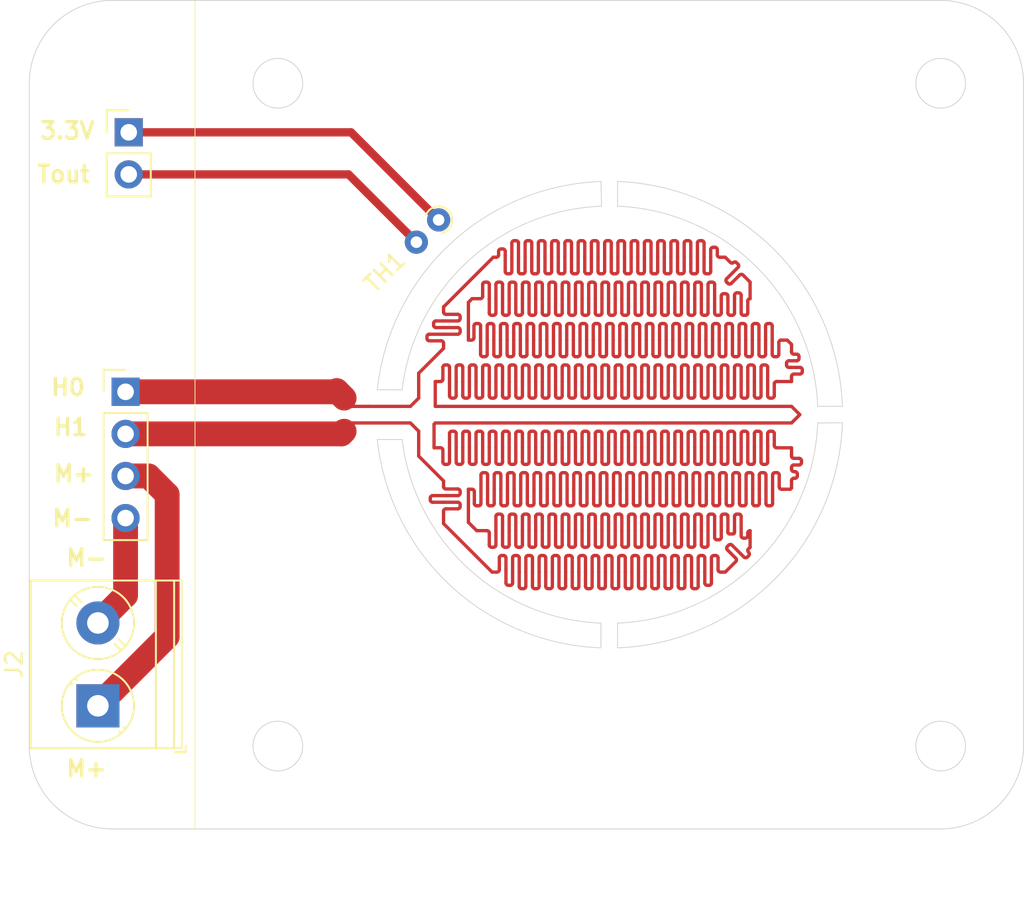
<source format=kicad_pcb>
(kicad_pcb (version 20240108) (generator "pcbnew") (generator_version "8.0")
  (layers (0 "F.Cu" signal) (31 "B.Cu" signal) (34 "B.Paste" user) (35 "F.Paste" user) (36 "B.SilkS" user "B.Silkscreen") (37 "F.SilkS" user "F.Silkscreen") (38 "B.Mask" user) (39 "F.Mask" user) (44 "Edge.Cuts" user))
  (net 0 "")
  (net 1 "/resistance")
  (net 2 "/MOT_POS")
  (net 3 "/MOT_NEG")
  (net 4 "/Tout")
  (net 5 "+3.3V")
  (footprint "Connector_PinHeader_2.54mm:PinHeader_1x02_P2.54mm_Vertical" (layer "F.Cu") (at 156.5 84.46)
    (property "Reference" "J3" (hide yes))
    (property "Value" "Conn_01x02_Pin" (hide yes))
  )
  (footprint "Connector_PinHeader_2.54mm:PinHeader_1x04_P2.54mm_Vertical" (layer "F.Cu") (at 156.31 100.12)
    (property "Reference" "J1" (hide yes))
    (property "Value" "Conn_01x04_Pin" (hide yes))
  )
  (footprint "TerminalBlock_Phoenix:TerminalBlock_Phoenix_PT-1,5-2-5.0-H_1x02_P5.00mm_Horizontal" (layer "F.Cu") (at 154.64 119.07 90)
    (property "Reference" "J2")
    (property "Value" "Screw_Terminal_01x02" (hide yes))
  )
  (footprint "Resistor_THT:R_Axial_DIN0204_L3.6mm_D1.6mm_P1.90mm_Vertical" (layer "F.Cu") (at 175.203503 89.746497 -135)
    (property "Reference" "TH1")
    (property "Value" "10K" (hide yes))
  )
  (gr_line (start 171 101) (end 169.5 101) (stroke (width 0.2)) (layer "F.Cu") (net 1))
  (gr_line (start 160.5 76.5) (end 160.5 126.5) (stroke (width 0.05)) (layer "F.SilkS"))
  (gr_line (start 150.5 81.5) (end 150.5 121.5) (stroke (width 0.05)) (layer "Edge.Cuts"))
  (gr_arc (start 210.5 121.5) (mid 209.035534 125.035534) (end 205.5 126.5) (stroke (width 0.05)) (layer "Edge.Cuts"))
  (gr_circle (center 205.5 81.5) (end 207 81.5) (stroke (width 0.05)) (fill none) (layer "Edge.Cuts"))
  (gr_line (start 186.002541 87.428844) (end 186.003185 88.920382) (stroke (width 0.05)) (layer "Edge.Cuts"))
  (gr_circle (center 205.5 121.5) (end 207 121.5) (stroke (width 0.05)) (fill none) (layer "Edge.Cuts"))
  (gr_circle (center 165.5 121.5) (end 167 121.5) (stroke (width 0.05)) (fill none) (layer "Edge.Cuts"))
  (gr_arc (start 184.997459 115.571156) (mid 175.903677 111.803425) (end 171.500001 103) (stroke (width 0.05)) (layer "Edge.Cuts"))
  (gr_line (start 155.5 126.5) (end 160.5 126.5) (stroke (width 0.05)) (layer "Edge.Cuts"))
  (gr_line (start 171.500001 103) (end 173 103) (stroke (width 0.05)) (layer "Edge.Cuts"))
  (gr_arc (start 155.5 126.5) (mid 151.964466 125.035534) (end 150.5 121.5) (stroke (width 0.05)) (layer "Edge.Cuts"))
  (gr_arc (start 205.5 76.5) (mid 209.035534 77.964466) (end 210.5 81.5) (stroke (width 0.05)) (layer "Edge.Cuts"))
  (gr_arc (start 186.003185 88.920382) (mid 186.502383 88.95029) (end 187 89) (stroke (width 0.05)) (layer "Edge.Cuts"))
  (gr_arc (start 198 103) (mid 194.041674 110.748773) (end 186.003185 114.079618) (stroke (width 0.05)) (layer "Edge.Cuts"))
  (gr_line (start 184.996815 114.079618) (end 184.997459 115.571156) (stroke (width 0.05)) (layer "Edge.Cuts"))
  (gr_line (start 160.5 76.5) (end 155.5 76.5) (stroke (width 0.05)) (layer "Edge.Cuts"))
  (gr_line (start 186.002541 115.571156) (end 186.003185 114.079618) (stroke (width 0.05)) (layer "Edge.Cuts"))
  (gr_line (start 205.5 126.5) (end 160.5 126.5) (stroke (width 0.05)) (layer "Edge.Cuts"))
  (gr_arc (start 184.996815 114.079618) (mid 176.958327 110.748773) (end 173 103) (stroke (width 0.05)) (layer "Edge.Cuts"))
  (gr_arc (start 187 89) (mid 194.748773 92.958326) (end 198.079618 100.996815) (stroke (width 0.05)) (layer "Edge.Cuts"))
  (gr_arc (start 186.002541 87.428844) (mid 195.456153 91.543847) (end 199.571156 100.997459) (stroke (width 0.05)) (layer "Edge.Cuts"))
  (gr_line (start 205.5 76.5) (end 160.5 76.5) (stroke (width 0.05)) (layer "Edge.Cuts"))
  (gr_line (start 185 87.428845) (end 185.034035 88.918948) (stroke (width 0.05)) (layer "Edge.Cuts"))
  (gr_arc (start 173 100) (mid 176.972017 92.238601) (end 185.034035 88.918948) (stroke (width 0.05)) (layer "Edge.Cuts"))
  (gr_arc (start 199.571763 101.985233) (mid 195.462274 111.450028) (end 186.002541 115.571156) (stroke (width 0.05)) (layer "Edge.Cuts"))
  (gr_arc (start 150.5 81.5) (mid 151.964466 77.964466) (end 155.5 76.5) (stroke (width 0.05)) (layer "Edge.Cuts"))
  (gr_arc (start 198.079618 102.003185) (mid 198.04971 102.502383) (end 198 103) (stroke (width 0.05)) (layer "Edge.Cuts"))
  (gr_arc (start 171.500091 100.00001) (mid 175.904668 91.195776) (end 185 87.428845) (stroke (width 0.05)) (layer "Edge.Cuts"))
  (gr_line (start 199.571156 100.997459) (end 198.079618 100.996815) (stroke (width 0.05)) (layer "Edge.Cuts"))
  (gr_circle (center 165.5 81.5) (end 167 81.5) (stroke (width 0.05)) (fill none) (layer "Edge.Cuts"))
  (gr_line (start 171.500001 100) (end 173 100) (stroke (width 0.05)) (layer "Edge.Cuts"))
  (gr_line (start 210.5 121.5) (end 210.5 81.5) (stroke (width 0.05)) (layer "Edge.Cuts"))
  (gr_line (start 198.079618 102.003185) (end 199.571763 101.985233) (stroke (width 0.05)) (layer "Edge.Cuts"))
  (gr_text "H1" (at 151.87 102.84 0) (layer "F.SilkS") (effects (font (size 1 1) (thickness 0.2) (bold yes)) (justify left bottom)))
  (gr_text "H0" (at 151.71 100.43 0) (layer "F.SilkS") (effects (font (size 1 1) (thickness 0.2) (bold yes)) (justify left bottom)))
  (gr_text "M+" (at 152.63 123.45 0) (layer "F.SilkS") (effects (font (size 1 1) (thickness 0.2) (bold yes)) (justify left bottom)))
  (gr_text "M-" (at 151.79 108.34 0) (layer "F.SilkS") (effects (font (size 1 1) (thickness 0.2) (bold yes)) (justify left bottom)))
  (gr_text "M-" (at 152.63 110.73 0) (layer "F.SilkS") (effects (font (size 1 1) (thickness 0.2) (bold yes)) (justify left bottom)))
  (gr_text "3.3V" (at 151.04 84.95 0) (layer "F.SilkS") (effects (font (size 1 1) (thickness 0.2) (bold yes)) (justify left bottom)))
  (gr_text "M+" (at 151.87 105.65 0) (layer "F.SilkS") (effects (font (size 1 1) (thickness 0.2) (bold yes)) (justify left bottom)))
  (gr_text "Tout" (at 150.87 87.58 0) (layer "F.SilkS") (effects (font (size 1 1) (thickness 0.2) (bold yes)) (justify left bottom)))
  (segment (start 181.874588 98) (end 181.994588 98) (width 0.2) (layer "F.Cu") (net 1))
  (segment (start 186.12 93.5) (end 186 93.5) (width 0.2) (layer "F.Cu") (net 1))
  (segment (start 187.46 103.5) (end 187.46 102.64) (width 0.2) (layer "F.Cu") (net 1))
  (segment (start 188.52 107.5) (end 188.4 107.5) (width 0.2) (layer "F.Cu") (net 1))
  (segment (start 189.46 99.5) (end 189.46 98.64) (width 0.2) (layer "F.Cu") (net 1))
  (segment (start 177 94.723687) (end 177 97) (width 0.2) (layer "F.Cu") (net 1))
  (segment (start 183.474588 98) (end 183.594588 98) (width 0.2) (layer "F.Cu") (net 1))
  (segment (start 192.5 111) (end 193.136396 110.363604) (width 0.2) (layer "F.Cu") (net 1))
  (segment (start 187.46 108.5) (end 187.46 109.36) (width 0.2) (layer "F.Cu") (net 1))
  (segment (start 186.66 94.5) (end 186.66 95.36) (width 0.2) (layer "F.Cu") (net 1))
  (segment (start 191.334588 97) (end 191.334588 97.86) (width 0.2) (layer "F.Cu") (net 1))
  (segment (start 183.757421 106) (end 183.757421 106.86) (width 0.2) (layer "F.Cu") (net 1))
  (segment (start 184.66 99.5) (end 184.66 98.64) (width 0.2) (layer "F.Cu") (net 1))
  (segment (start 183.72 93.5) (end 183.6 93.5) (width 0.2) (layer "F.Cu") (net 1))
  (segment (start 189.334588 97) (end 189.334588 96.14) (width 0.2) (layer "F.Cu") (net 1))
  (segment (start 194.934588 97.86) (end 194.934588 97) (width 0.2) (layer "F.Cu") (net 1))
  (segment (start 178.12 98.5) (end 178 98.5) (width 0.2) (layer "F.Cu") (net 1))
  (segment (start 183.334588 97) (end 183.334588 97.86) (width 0.2) (layer "F.Cu") (net 1))
  (segment (start 175.5 107.780652) (end 175.5 108.073242) (width 0.2) (layer "F.Cu") (net 1))
  (segment (start 188.934588 96.14) (end 188.934588 97) (width 0.2) (layer "F.Cu") (net 1))
  (segment (start 186.157421 105.14) (end 186.157421 106) (width 0.2) (layer "F.Cu") (net 1))
  (segment (start 193.46 108.81) (end 193.46 108.64) (width 0.2) (layer "F.Cu") (net 1))
  (segment (start 179.006656 110) (end 179.126656 110) (width 0.2) (layer "F.Cu") (net 1))
  (segment (start 187.666656 111) (end 187.666656 110.14) (width 0.2) (layer "F.Cu") (net 1))
  (segment (start 196.71 104.936758) (end 196.64 104.936758) (width 0.2) (layer "F.Cu") (net 1))
  (segment (start 180.66 103.5) (end 180.66 104.36) (width 0.2) (layer "F.Cu") (net 1))
  (segment (start 189.006656 112) (end 189.126656 112) (width 0.2) (layer "F.Cu") (net 1))
  (segment (start 184.557421 106) (end 184.557421 106.86) (width 0.2) (layer "F.Cu") (net 1))
  (segment (start 187.06 94.5) (end 187.06 93.64) (width 0.2) (layer "F.Cu") (net 1))
  (segment (start 186.26 108.5) (end 186.26 107.64) (width 0.2) (layer "F.Cu") (net 1))
  (segment (start 185.762023 93) (end 185.882023 93) (width 0.2) (layer "F.Cu") (net 1))
  (segment (start 189.46 100.36) (end 189.46 99.5) (width 0.2) (layer "F.Cu") (net 1))
  (segment (start 183.734588 97) (end 183.734588 96.14) (width 0.2) (layer "F.Cu") (net 1))
  (segment (start 193.734588 97) (end 193.734588 97.86) (width 0.2) (layer "F.Cu") (net 1))
  (segment (start 188.92 95.5) (end 188.8 95.5) (width 0.2) (layer "F.Cu") (net 1))
  (segment (start 188.66 109.36) (end 188.66 108.5) (width 0.2) (layer "F.Cu") (net 1))
  (segment (start 189.86 93.64) (end 189.86 94.5) (width 0.2) (layer "F.Cu") (net 1))
  (segment (start 188.866656 111) (end 188.866656 111.86) (width 0.2) (layer "F.Cu") (net 1))
  (segment (start 182.297421 107) (end 182.417421 107) (width 0.2) (layer "F.Cu") (net 1))
  (segment (start 191.074588 96) (end 191.194588 96) (width 0.2) (layer "F.Cu") (net 1))
  (segment (start 184.022023 92) (end 184.022023 92.86) (width 0.2) (layer "F.Cu") (net 1))
  (segment (start 181.32 107.5) (end 181.2 107.5) (width 0.2) (layer "F.Cu") (net 1))
  (segment (start 177.474588 96) (end 177.594588 96) (width 0.2) (layer "F.Cu") (net 1))
  (segment (start 175.2 103.5) (end 174.926758 103.5) (width 0.2) (layer "F.Cu") (net 1))
  (segment (start 194.297421 107) (end 194.417421 107) (width 0.2) (layer "F.Cu") (net 1))
  (segment (start 184.866656 110.14) (end 184.866656 111) (width 0.2) (layer "F.Cu") (net 1))
  (segment (start 186.534588 96.14) (end 186.534588 97) (width 0.2) (layer "F.Cu") (net 1))
  (segment (start 181.32 104.5) (end 181.2 104.5) (width 0.2) (layer "F.Cu") (net 1))
  (segment (start 180.66 108.5) (end 180.66 107.64) (width 0.2) (layer "F.Cu") (net 1))
  (segment (start 181.86 98.64) (end 181.86 99.5) (width 0.2) (layer "F.Cu") (net 1))
  (segment (start 190.66 107.64) (end 190.66 108.5) (width 0.2) (layer "F.Cu") (net 1))
  (segment (start 188.52 104.5) (end 188.4 104.5) (width 0.2) (layer "F.Cu") (net 1))
  (segment (start 187.32 100.5) (end 187.2 100.5) (width 0.2) (layer "F.Cu") (net 1))
  (segment (start 177.897421 105) (end 178.017421 105) (width 0.2) (layer "F.Cu") (net 1))
  (segment (start 197.01 99.049017) (end 196.64 99.049017) (width 0.2) (layer "F.Cu") (net 1))
  (segment (start 196.96 104.136758) (end 196.64 104.136758) (width 0.2) (layer "F.Cu") (net 1))
  (segment (start 182.534588 97) (end 182.534588 97.86) (width 0.2) (layer "F.Cu") (net 1))
  (segment (start 183.362023 93) (end 183.482023 93) (width 0.2) (layer "F.Cu") (net 1))
  (segment (start 185.86 94.5) (end 185.86 95.36) (width 0.2) (layer "F.Cu") (net 1))
  (segment (start 179.357421 106) (end 179.357421 105.14) (width 0.2) (layer "F.Cu") (net 1))
  (segment (start 176.92 100.5) (end 176.8 100.5) (width 0.2) (layer "F.Cu") (net 1))
  (segment (start 192.26 104.36) (end 192.26 103.5) (width 0.2) (layer "F.Cu") (net 1))
  (segment (start 187.762023 91) (end 187.882023 91) (width 0.2) (layer "F.Cu") (net 1))
  (segment (start 181.06 99.5) (end 181.06 100.36) (width 0.2) (layer "F.Cu") (net 1))
  (segment (start 190.866656 111.86) (end 190.866656 111) (width 0.2) (layer "F.Cu") (net 1))
  (segment (start 181.46 109.36) (end 181.46 108.5) (width 0.2) (layer "F.Cu") (net 1))
  (segment (start 190.957421 105.14) (end 190.957421 106) (width 0.2) (layer "F.Cu") (net 1))
  (segment (start 194.697421 105) (end 194.817421 105) (width 0.2) (layer "F.Cu") (net 1))
  (segment (start 180.157421 106.86) (end 180.157421 106) (width 0.2) (layer "F.Cu") (net 1))
  (segment (start 178.12 93.5) (end 178 93.5) (width 0.2) (layer "F.Cu") (net 1))
  (segment (start 189.06 98.64) (end 189.06 99.5) (width 0.2) (layer "F.Cu") (net 1))
  (segment (start 184.022023 91.14) (end 184.022023 92) (width 0.2) (layer "F.Cu") (net 1))
  (segment (start 175.5 97.304515) (end 175.5 97.5) (width 0.2) (layer "F.Cu") (net 1))
  (segment (start 193.32 107.5) (end 193.2 107.5) (width 0.2) (layer "F.Cu") (net 1))
  (segment (start 175.64 106.384625) (end 174.84 106.384625) (width 0.2) (layer "F.Cu") (net 1))
  (segment (start 192.52 104.5) (end 192.4 104.5) (width 0.2) (layer "F.Cu") (net 1))
  (segment (start 184.134588 97) (end 184.134588 97.86) (width 0.2) (layer "F.Cu") (net 1))
  (segment (start 179.86 94.5) (end 179.86 93.64) (width 0.2) (layer "F.Cu") (net 1))
  (segment (start 193.06 108.5) (end 193.06 108.6) (width 0.2) (layer "F.Cu") (net 1))
  (segment (start 193.136397 110.165614) (end 192.627281 109.656498) (width 0.2) (layer "F.Cu") (net 1))
  (segment (start 180.562023 91) (end 180.682023 91) (width 0.2) (layer "F.Cu") (net 1))
  (segment (start 195.474588 98) (end 195.594588 98) (width 0.2) (layer "F.Cu") (net 1))
  (segment (start 184.52 104.5) (end 184.4 104.5) (width 0.2) (layer "F.Cu") (net 1))
  (segment (start 178.674588 98) (end 178.794588 98) (width 0.2) (layer "F.Cu") (net 1))
  (segment (start 169.05 100.05) (end 169.5 100.5) (width 1.5) (layer "F.Cu") (net 1))
  (segment (start 175.5 97.5) (end 175.386011 97.613989) (width 0.2) (layer "F.Cu") (net 1))
  (segment (start 184.157421 106) (end 184.157421 105.14) (width 0.2) (layer "F.Cu") (net 1))
  (segment (start 185.72 100.5) (end 185.6 100.5) (width 0.2) (layer "F.Cu") (net 1))
  (segment (start 181.097421 105) (end 181.217421 105) (width 0.2) (layer "F.Cu") (net 1))
  (segment (start 185.06 108.5) (end 185.06 109.36) (width 0.2) (layer "F.Cu") (net 1))
  (segment (start 187.32 109.5) (end 187.2 109.5) (width 0.2) (layer "F.Cu") (net 1))
  (segment (start 191.757421 106) (end 191.757421 106.86) (width 0.2) (layer "F.Cu") (net 1))
  (segment (start 188.206656 112) (end 188.326656 112) (width 0.2) (layer "F.Cu") (net 1))
  (segment (start 187.897421 107) (end 188.017421 107) (width 0.2) (layer "F.Cu") (net 1))
  (segment (start 188.66 108.5) (end 188.66 107.64) (width 0.2) (layer "F.Cu") (net 1))
  (segment (start 177.32 98.5) (end 177.2 98.5) (width 0.2) (layer "F.Cu") (net 1))
  (segment (start 179.06 109.36) (end 179.06 108.5) (width 0.2) (layer "F.Cu") (net 1))
  (segment (start 179.06 102.64) (end 179.06 103.5) (width 0.2) (layer "F.Cu") (net 1))
  (segment (start 181.06 104.36) (end 181.06 103.5) (width 0.2) (layer "F.Cu") (net 1))
  (segment (start 173.5 101) (end 171 101) (width 0.2) (layer "F.Cu") (net 1))
  (segment (start 187.497421 105) (end 187.617421 105) (width 0.2) (layer "F.Cu") (net 1))
  (segment (start 180.26 104.36) (end 180.26 103.5) (width 0.2) (layer "F.Cu") (net 1))
  (segment (start 191.622023 92) (end 191.622023 91.54) (width 0.2) (layer "F.Cu") (net 1))
  (segment (start 188.422023 92) (end 188.422023 91.14) (width 0.2) (layer "F.Cu") (net 1))
  (segment (start 192.12 95.5) (end 192 95.5) (width 0.2) (layer "F.Cu") (net 1))
  (segment (start 185.334588 97) (end 185.334588 96.14) (width 0.2) (layer "F.Cu") (net 1))
  (segment (start 180.12 102.5) (end 180 102.5) (width 0.2) (layer "F.Cu") (net 1))
  (segment (start 187.86 99.5) (end 187.86 98.64) (width 0.2) (layer "F.Cu") (net 1))
  (segment (start 179.32 109.5) (end 179.2 109.5) (width 0.2) (layer "F.Cu") (net 1))
  (segment (start 186.557421 106.86) (end 186.557421 106) (width 0.2) (layer "F.Cu") (net 1))
  (segment (start 189.097421 105) (end 189.217421 105) (width 0.2) (layer "F.Cu") (net 1))
  (segment (start 179.46 107.64) (end 179.46 108.5) (width 0.2) (layer "F.Cu") (net 1))
  (segment (start 187.406656 112) (end 187.526656 112) (width 0.2) (layer "F.Cu") (net 1))
  (segment (start 184.12 102.5) (end 184 102.5) (width 0.2) (layer "F.Cu") (net 1))
  (segment (start 187.622023 92.86) (end 187.622023 92) (width 0.2) (layer "F.Cu") (net 1))
  (segment (start 193.17175 92.318198) (end 193.277816 92.424264) (width 0.2) (layer "F.Cu") (net 1))
  (segment (start 191.46 98.64) (end 191.46 99.5) (width 0.2) (layer "F.Cu") (net 1))
  (segment (start 195.06 100.36) (end 195.06 99.64) (width 0.2) (layer "F.Cu") (net 1))
  (segment (start 178.557421 106) (end 178.557421 105.14) (width 0.2) (layer "F.Cu") (net 1))
  (segment (start 192.12 100.5) (end 192 100.5) (width 0.2) (layer "F.Cu") (net 1))
  (segment (start 176.36 107.184625) (end 175.64 107.184625) (width 0.2) (layer "F.Cu") (net 1))
  (segment (start 189.334588 97.86) (end 189.334588 97) (width 0.2) (layer "F.Cu") (net 1))
  (segment (start 178.92 98.5) (end 178.8 98.5) (width 0.2) (layer "F.Cu") (net 1))
  (segment (start 193.72 102.5) (end 193.6 102.5) (width 0.2) (layer "F.Cu") (net 1))
  (segment (start 186.557421 106) (end 186.557421 105.14) (width 0.2) (layer "F.Cu") (net 1))
  (segment (start 190.934588 97.86) (end 190.934588 97) (width 0.2) (layer "F.Cu") (net 1))
  (segment (start 187.46 98.64) (end 187.46 99.5) (width 0.2) (layer "F.Cu") (net 1))
  (segment (start 193.757421 106.86) (end 193.757421 106) (width 0.2) (layer "F.Cu") (net 1))
  (segment (start 196.5 99.5) (end 195.6 99.5) (width 0.2) (layer "F.Cu") (net 1))
  (segment (start 186.066656 111.86) (end 186.066656 111) (width 0.2) (layer "F.Cu") (net 1))
  (segment (start 192.581317 93.49553) (end 192.666169 93.580382) (width 0.2) (layer "F.Cu") (net 1))
  (segment (start 188.534588 97.86) (end 188.534588 97) (width 0.2) (layer "F.Cu") (net 1))
  (segment (start 193.86 104.36) (end 193.86 103.5) (width 0.2) (layer "F.Cu") (net 1))
  (segment (start 182.466656 110.14) (end 182.466656 111) (width 0.2) (layer "F.Cu") (net 1))
  (segment (start 178.26 95.36) (end 178.26 94.5) (width 0.2) (layer "F.Cu") (net 1))
  (segment (start 186.26 102.64) (end 186.26 103.5) (width 0.2) (layer "F.Cu") (net 1))
  (segment (start 193.46 108.64) (end 193.46 107.64) (width 0.2) (layer "F.Cu") (net 1))
  (segment (start 191.06 109.36) (end 191.06 108.5) (width 0.2) (layer "F.Cu") (net 1))
  (segment (start 184.674588 96) (end 184.794588 96) (width 0.2) (layer "F.Cu") (net 1))
  (segment (start 184.26 98.64) (end 184.26 99.5) (width 0.2) (layer "F.Cu") (net 1))
  (segment (start 181.334588 97) (end 181.334588 96.14) (width 0.2) (layer "F.Cu") (net 1))
  (segment (start 193.334588 97) (end 193.334588 96.14) (width 0.2) (layer "F.Cu") (net 1))
  (segment (start 187.222023 92) (end 187.222023 92.86) (width 0.2) (layer "F.Cu") (net 1))
  (segment (start 181.222023 92) (end 181.222023 91.14) (width 0.2) (layer "F.Cu") (net 1))
  (segment (start 179.362023 93) (end 179.482023 93) (width 0.2) (layer "F.Cu") (net 1))
  (segment (start 195.06 99.64) (end 195.06 98.64) (width 0.2) (layer "F.Cu") (net 1))
  (segment (start 178.66 98.64) (end 178.66 99.5) (width 0.2) (layer "F.Cu") (net 1))
  (segment (start 189.86 107.64) (end 189.86 108.5) (width 0.2) (layer "F.Cu") (net 1))
  (segment (start 185.86 103.5) (end 185.86 102.64) (width 0.2) (layer "F.Cu") (net 1))
  (segment (start 188.674588 96) (end 188.794588 96) (width 0.2) (layer "F.Cu") (net 1))
  (segment (start 187.86 108.5) (end 187.86 107.64) (width 0.2) (layer "F.Cu") (net 1))
  (segment (start 191.86 94.5) (end 191.86 93.64) (width 0.2) (layer "F.Cu") (net 1))
  (segment (start 183.222023 92) (end 183.222023 92.86) (width 0.2) (layer "F.Cu") (net 1))
  (segment (start 190.297421 107) (end 190.417421 107) (width 0.2) (layer "F.Cu") (net 1))
  (segment (start 196.64 105.336758) (end 196.71 105.336758) (width 0.2) (layer "F.Cu") (net 1))
  (segment (start 178.957421 106) (end 178.957421 106.86) (width 0.2) (layer "F.Cu") (net 1))
  (segment (start 175.5 105.5) (end 175.5 105.844625) (width 0.2) (layer "F.Cu") (net 1))
  (segment (start 184.66 94.5) (end 184.66 93.64) (width 0.2) (layer "F.Cu") (net 1))
  (segment (start 183.666656 111) (end 183.666656 110.14) (width 0.2) (layer "F.Cu") (net 1))
  (segment (start 176.36 96.644515) (end 175.5 96.644515) (width 0.2) (layer "F.Cu") (net 1))
  (segment (start 186.466656 110.14) (end 186.466656 111) (width 0.2) (layer "F.Cu") (net 1))
  (segment (start 184.66 102.64) (end 184.66 103.5) (width 0.2) (layer "F.Cu") (net 1))
  (segment (start 193.46 102.64) (end 193.46 103.5) (width 0.2) (layer "F.Cu") (net 1))
  (segment (start 184.562023 91) (end 184.682023 91) (width 0.2) (layer "F.Cu") (net 1))
  (segment (start 190.26 100.36) (end 190.26 99.5) (width 0.2) (layer "F.Cu") (net 1))
  (segment (start 184.934588 97) (end 184.934588 97.86) (width 0.2) (layer "F.Cu") (net 1))
  (segment (start 184.66 95.36) (end 184.66 94.5) (width 0.2) (layer "F.Cu") (net 1))
  (segment (start 181.06 107.64) (end 181.06 108.5) (width 0.2) (layer "F.Cu") (net 1))
  (segment (start 178.12 104.5) (end 178 104.5) (width 0.2) (layer "F.Cu") (net 1))
  (segment (start 189.32 107.5) (end 189.2 107.5) (width 0.2) (layer "F.Cu") (net 1))
  (segment (start 188.66 99.5) (end 188.66 98.64) (width 0.2) (layer "F.Cu") (net 1))
  (segment (start 181.46 94.5) (end 181.46 93.64) (width 0.2) (layer "F.Cu") (net 1))
  (segment (start 182.26 99.5) (end 182.26 98.64) (width 0.2) (layer "F.Cu") (net 1))
  (segment (start 189.32 104.5) (end 189.2 104.5) (width 0.2) (layer "F.Cu") (net 1))
  (segment (start 191.32 109.5) (end 191.2 109.5) (width 0.2) (layer "F.Cu") (net 1))
  (segment (start 190.674588 98) (end 190.794588 98) (width 0.2) (layer "F.Cu") (net 1))
  (segment (start 178.66 103.5) (end 178.66 102.64) (width 0.2) (layer "F.Cu") (net 1))
  (segment (start 170 102) (end 173.5 102) (width 0.2) (layer "F.Cu") (net 1))
  (segment (start 182.92 104.5) (end 182.8 104.5) (width 0.2) (layer "F.Cu") (net 1))
  (segment (start 185.757421 106.86) (end 185.757421 106) (width 0.2) (layer "F.Cu") (net 1))
  (segment (start 189.46 95.36) (end 189.46 94.5) (width 0.2) (layer "F.Cu") (net 1))
  (segment (start 184.92 95.5) (end 184.8 95.5) (width 0.2) (layer "F.Cu") (net 1))
  (segment (start 188.157421 106.86) (end 188.157421 106) (width 0.2) (layer "F.Cu") (net 1))
  (segment (start 185.622023 91.14) (end 185.622023 92) (width 0.2) (layer "F.Cu") (net 1))
  (segment (start 188.66 102.64) (end 188.66 103.5) (width 0.2) (layer "F.Cu") (net 1))
  (segment (start 194.957421 106) (end 194.957421 106.86) (width 0.2) (layer "F.Cu") (net 1))
  (segment (start 191.357421 106) (end 191.357421 105.14) (width 0.2) (layer "F.Cu") (net 1))
  (segment (start 192.066656 110.14) (end 192.066656 110.86) (width 0.2) (layer "F.Cu") (net 1))
  (segment (start 168.98 100.12) (end 156.31 100.12) (width 1.5) (layer "F.Cu") (net 1))
  (segment (start 188.066656 111) (end 188.066656 111.86) (width 0.2) (layer "F.Cu") (net 1))
  (segment (start 182.66 103.5) (end 182.66 102.64) (width 0.2) (layer "F.Cu") (net 1))
  (segment (start 186.26 99.5) (end 186.26 98.64) (width 0.2) (layer "F.Cu") (net 1))
  (segment (start 180.557421 106) (end 180.557421 106.86) (width 0.2) (layer "F.Cu") (net 1))
  (segment (start 187.72 98.5) (end 187.6 98.5) (width 0.2) (layer "F.Cu") (net 1))
  (segment (start 189.46 102.64) (end 189.46 103.5) (width 0.2) (layer "F.Cu") (net 1))
  (segment (start 190.534588 96.14) (end 190.534588 97) (width 0.2) (layer "F.Cu") (net 1))
  (segment (start 175.2 99.5) (end 175 99.5) (width 0.2) (layer "F.Cu") (net 1))
  (segment (start 178.26 99.5) (end 178.26 98.64) (width 0.2) (layer "F.Cu") (net 1))
  (segment (start 186.934588 97.86) (end 186.934588 97) (width 0.2) (layer "F.Cu") (net 1))
  (segment (start 189.72 109.5) (end 189.6 109.5) (width 0.2) (layer "F.Cu") (net 1))
  (segment (start 181.32 93.5) (end 181.2 93.5) (width 0.2) (layer "F.Cu") (net 1))
  (segment (start 179.72 93.5) (end 179.6 93.5) (width 0.2) (layer "F.Cu") (net 1))
  (segment (start 189.266656 111.86) (end 189.266656 111) (width 0.2) (layer "F.Cu") (net 1))
  (segment (start 176.66 103.5) (end 176.66 104.36) (width 0.2) (layer "F.Cu") (net 1))
  (segment (start 177.757421 106.86) (end 177.757421 106.14) (width 0.2) (layer "F.Cu") (net 1))
  (segment (start 191.734588 97) (end 191.734588 96.14) (width 0.2) (layer "F.Cu") (net 1))
  (segment (start 194.66 103.5) (end 194.66 102.64) (width 0.2) (layer "F.Cu") (net 1))
  (segment (start 180.26 107.64) (end 180.26 108.5) (width 0.2) (layer "F.Cu") (net 1))
  (segment (start 183.06 99.5) (end 183.06 98.64) (width 0.2) (layer "F.Cu") (net 1))
  (segment (start 185.86 107.64) (end 185.86 108.5) (width 0.2) (layer "F.Cu") (net 1))
  (segment (start 194.26 100.36) (end 194.26 99.5) (width 0.2) (layer "F.Cu") (net 1))
  (segment (start 190.466656 110.14) (end 190.466656 111) (width 0.2) (layer "F.Cu") (net 1))
  (segment (start 176.26 103.5) (end 176.26 102.64) (width 0.2) (layer "F.Cu") (net 1))
  (segment (start 180.297421 105) (end 180.417421 105) (width 0.2) (layer "F.Cu") (net 1))
  (segment (start 188.26 103.5) (end 188.26 102.64) (width 0.2) (layer "F.Cu") (net 1))
  (segment (start 179.06 100.36) (end 179.06 99.5) (width 0.2) (layer "F.Cu") (net 1))
  (segment (start 187.222023 91.14) (end 187.222023 92) (width 0.2) (layer "F.Cu") (net 1))
  (segment (start 194.957421 105.14) (end 194.957421 106) (width 0.2) (layer "F.Cu") (net 1))
  (segment (start 191.72 98.5) (end 191.6 98.5) (width 0.2) (layer "F.Cu") (net 1))
  (segment (start 179.06 108.5) (end 179.06 107.64) (width 0.2) (layer "F.Cu") (net 1))
  (segment (start 187.32 102.5) (end 187.2 102.5) (width 0.2) (layer "F.Cu") (net 1))
  (segment (start 189.86 94.5) (end 189.86 95.36) (width 0.2) (layer "F.Cu") (net 1))
  (segment (start 184.26 107.64) (end 184.26 108.5) (width 0.2) (layer "F.Cu") (net 1))
  (segment (start 186.66 107.64) (end 186.66 108.5) (width 0.2) (layer "F.Cu") (net 1))
  (segment (start 186.466656 111) (end 186.466656 111.86) (width 0.2) (layer "F.Cu") (net 1))
  (segment (start 179.666656 111.66) (end 179.666656 111) (width 0.2) (layer "F.Cu") (net 1))
  (segment (start 180.866656 110.14) (end 180.866656 111) (width 0.2) (layer "F.Cu") (net 1))
  (segment (start 180.934588 96.14) (end 180.934588 97) (width 0.2) (layer "F.Cu") (net 1))
  (segment (start 186.92 98.5) (end 186.8 98.5) (width 0.2) (layer "F.Cu") (net 1))
  (segment (start 192.52 94.2) (end 192.4 94.2) (width 0.2) (layer "F.Cu") (net 1))
  (segment (start 178.297421 107) (end 178.417421 107) (width 0.2) (layer "F.Cu") (net 1))
  (segment (start 193.277816 92.60104) (end 193.189428 92.689429) (width 0.2) (layer "F.Cu") (net 1))
  (segment (start 179.266656 110.86) (end 179.266656 111.66) (width 0.2) (layer "F.Cu") (net 1))
  (segment (start 175.32 99.5) (end 175.2 99.5) (width 0.2) (layer "F.Cu") (net 1))
  (segment (start 196.5 99.189017) (end 196.5 99.309017) (width 0.2) (layer "F.Cu") (net 1))
  (segment (start 179.334588 96.14) (end 179.334588 97) (width 0.2) (layer "F.Cu") (net 1))
  (segment (start 182.66 107.64) (end 182.66 108.5) (width 0.2) (layer "F.Cu") (net 1))
  (segment (start 184.134588 96.14) (end 184.134588 97) (width 0.2) (layer "F.Cu") (net 1))
  (segment (start 179.734588 97) (end 179.734588 96.14) (width 0.2) (layer "F.Cu") (net 1))
  (segment (start 191.222023 92) (end 191.222023 92.86) (width 0.2) (layer "F.Cu") (net 1))
  (segment (start 191.666656 111) (end 191.666656 110.14) (width 0.2) (layer "F.Cu") (net 1))
  (segment (start 176.5 106.124625) (end 176.5 106.244625) (width 0.2) (layer "F.Cu") (net 1))
  (segment (start 187.334588 96.14) (end 187.334588 97) (width 0.2) (layer "F.Cu") (net 1))
  (segment (start 178.866656 110.86) (end 178.866656 110.14) (width 0.2) (layer "F.Cu") (net 1))
  (segment (start 185.06 107.64) (end 185.06 108.5) (width 0.2) (layer "F.Cu") (net 1))
  (segment (start 180.934588 97) (end 180.934588 97.86) (width 0.2) (layer "F.Cu") (net 1))
  (segment (start 189.86 98.64) (end 189.86 99.5) (width 0.2) (layer "F.Cu") (net 1))
  (segment (start 181.46 108.5) (end 181.46 107.64) (width 0.2) (layer "F.Cu") (net 1))
  (segment (start 179.762023 91) (end 179.882023 91) (width 0.2) (layer "F.Cu") (net 1))
  (segment (start 183.666656 111.86) (end 183.666656 111) (width 0.2) (layer "F.Cu") (net 1))
  (segment (start 179.72 104.5) (end 179.6 104.5) (width 0.2) (layer "F.Cu") (net 1))
  (segment (start 190.12 93.5) (end 190 93.5) (width 0.2) (layer "F.Cu") (net 1))
  (segment (start 182.934588 97.86) (end 182.934588 97) (width 0.2) (layer "F.Cu") (net 1))
  (segment (start 190.162023 91) (end 190.282023 91) (width 0.2) (layer "F.Cu") (net 1))
  (segment (start 189.72 95.5) (end 189.6 95.5) (width 0.2) (layer "F.Cu") (net 1))
  (segment (start 182.557421 106.86) (end 182.557421 106) (width 0.2) (layer "F.Cu") (net 1))
  (segment (start 193.86 108.64) (end 193.86 108.81) (width 0.2) (layer "F.Cu") (net 1))
  (segment (start 180.52 107.5) (end 180.4 107.5) (width 0.2) (layer "F.Cu") (net 1))
  (segment (start 175.5 108.073242) (end 178.426758 111) (width 0.2) (layer "F.Cu") (net 1))
  (segment (start 182.66 104.36) (end 182.66 103.5) (width 0.2) (layer "F.Cu") (net 1))
  (segment (start 184.466656 111.86) (end 184.466656 111) (width 0.2) (layer "F.Cu") (net 1))
  (segment (start 169.05 100.05) (end 168.98 100.12) (width 1.5) (layer "F.Cu") (net 1))
  (segment (start 175.72 98.5) (end 175.6 98.5) (width 0.2) (layer "F.Cu") (net 1))
  (segment (start 182.66 93.64) (end 182.66 94.5) (width 0.2) (layer "F.Cu") (net 1))
  (segment (start 178.52 100.5) (end 178.4 100.5) (width 0.2) (layer "F.Cu") (net 1))
  (segment (start 182.957421 106) (end 182.957421 106.86) (width 0.2) (layer "F.Cu") (net 1))
  (segment (start 175 99.555225) (end 175 101) (width 0.2) (layer "F.Cu") (net 1))
  (segment (start 185.666656 111) (end 185.666656 111.86) (width 0.2) (layer "F.Cu") (net 1))
  (segment (start 176.12 100.5) (end 176 100.5) (width 0.2) (layer "F.Cu") (net 1))
  (segment (start 194.26 102.64) (end 194.26 103.5) (width 0.2) (layer "F.Cu") (net 1))
  (segment (start 177.06 104.36) (end 177.06 103.5) (width 0.2) (layer "F.Cu") (net 1))
  (segment (start 190.934588 97) (end 190.934588 96.14) (width 0.2) (layer "F.Cu") (net 1))
  (segment (start 187.334588 97) (end 187.334588 97.86) (width 0.2) (layer "F.Cu") (net 1))
  (segment (start 184.422023 92) (end 184.422023 91.14) (width 0.2) (layer "F.Cu") (net 1))
  (segment (start 190.52 100.5) (end 190.4 100.5) (width 0.2) (layer "F.Cu") (net 1))
  (segment (start 178.157421 105.14) (end 178.157421 106) (width 0.2) (layer "F.Cu") (net 1))
  (segment (start 190.12 107.5) (end 190 107.5) (width 0.2) (layer "F.Cu") (net 1))
  (segment (start 191.734588 97.86) (end 191.734588 97) (width 0.2) (layer "F.Cu") (net 1))
  (segment (start 183.06 109.36) (end 183.06 108.5) (width 0.2) (layer "F.Cu") (net 1))
  (segment (start 183.32 95.5) (end 183.2 95.5) (width 0.2) (layer "F.Cu") (net 1))
  (segment (start 188.66 95.36) (end 188.66 94.5) (width 0.2) (layer "F.Cu") (net 1))
  (segment (start 184.162023 93) (end 184.282023 93) (width 0.2) (layer "F.Cu") (net 1))
  (segment (start 187.734588 97.86) (end 187.734588 97) (width 0.2) (layer "F.Cu") (net 1))
  (segment (start 191.06 100.36) (end 191.06 99.5) (width 0.2) (layer "F.Cu") (net 1))
  (segment (start 180.957421 106) (end 180.957421 105.14) (width 0.2) (layer "F.Cu") (net 1))
  (segment (start 188.274588 98) (end 188.394588 98) (width 0.2) (layer "F.Cu") (net 1))
  (segment (start 182.274588 96) (end 182.394588 96) (width 0.2) (layer "F.Cu") (net 1))
  (segment (start 181.32 98.5) (end 181.2 98.5) (width 0.2) (layer "F.Cu") (net 1))
  (segment (start 192.66 102.64) (end 192.66 103.5) (width 0.2) (layer "F.Cu") (net 1))
  (segment (start 186.534588 97) (end 186.534588 97.86) (width 0.2) (layer "F.Cu") (net 1))
  (segment (start 184.934588 96.14) (end 184.934588 97) (width 0.2) (layer "F.Cu") (net 1))
  (segment (start 179.406656 111.8) (end 179.526656 111.8) (width 0.2) (layer "F.Cu") (net 1))
  (segment (start 180.52 104.5) (end 180.4 104.5) (width 0.2) (layer "F.Cu") (net 1))
  (segment (start 179.86 102.64) (end 179.86 103.5) (width 0.2) (layer "F.Cu") (net 1))
  (segment (start 186.52 102.5) (end 186.4 102.5) (width 0.2) (layer "F.Cu") (net 1))
  (segment (start 179.86 108.5) (end 179.86 107.64) (width 0.2) (layer "F.Cu") (net 1))
  (segment (start 180.92 109.5) (end 180.8 109.5) (width 0.2) (layer "F.Cu") (net 1))
  (segment (start 182.466656 111) (end 182.466656 111.86) (width 0.2) (layer "F.Cu") (net 1))
  (segment (start 177.334588 96.86) (end 177.334588 96.14) (width 0.2) (layer "F.Cu") (net 1))
  (segment (start 183.86 109.36) (end 183.86 108.5) (width 0.2) (layer "F.Cu") (net 1))
  (segment (start 185.72 95.5) (end 185.6 95.5) (width 0.2) (layer "F.Cu") (net 1))
  (segment (start 190.26 94.5) (end 190.26 93.64) (width 0.2) (layer "F.Cu") (net 1))
  (segment (start 193.72 108.95) (end 193.6 108.95) (width 0.2) (layer "F.Cu") (net 1))
  (segment (start 185.222023 92.86) (end 185.222023 92) (width 0.2) (layer "F.Cu") (net 1))
  (segment (start 191.357421 106.86) (end 191.357421 106) (width 0.2) (layer "F.Cu") (net 1))
  (segment (start 195.06 102.64) (end 195.06 103.36) (width 0.2) (layer "F.Cu") (net 1))
  (segment (start 184.822023 92) (end 184.822023 92.86) (width 0.2) (layer "F.Cu") (net 1))
  (segment (start 185.46 103.5) (end 185.46 104.36) (width 0.2) (layer "F.Cu") (net 1))
  (segment (start 177.86 99.5) (end 177.86 100.36) (width 0.2) (layer "F.Cu") (net 1))
  (segment (start 183.86 95.36) (end 183.86 94.5) (width 0.2) (layer "F.Cu") (net 1))
  (segment (start 180.66 100.36) (end 180.66 99.5) (width 0.2) (layer "F.Cu") (net 1))
  (segment (start 186.422023 91.14) (end 186.422023 92) (width 0.2) (layer "F.Cu") (net 1))
  (segment (start 182.66 94.5) (end 182.66 95.36) (width 0.2) (layer "F.Cu") (net 1))
  (segment (start 189.86 108.5) (end 189.86 109.36) (width 0.2) (layer "F.Cu") (net 1))
  (segment (start 192.162023 92) (end 192.282023 92) (width 0.2) (layer "F.Cu") (net 1))
  (segment (start 182.066656 111.86) (end 182.066656 111) (width 0.2) (layer "F.Cu") (net 1))
  (segment (start 190.206656 110) (end 190.326656 110) (width 0.2) (layer "F.Cu") (net 1))
  (segment (start 186.066656 111) (end 186.066656 110.14) (width 0.2) (layer "F.Cu") (net 1))
  (segment (start 185.406656 110) (end 185.526656 110) (width 0.2) (layer "F.Cu") (net 1))
  (segment (start 185.362023 91) (end 185.482023 91) (width 0.2) (layer "F.Cu") (net 1))
  (segment (start 181.334588 97.86) (end 181.334588 97) (width 0.2) (layer "F.Cu") (net 1))
  (segment (start 180.422023 92) (end 180.422023 91.14) (width 0.2) (layer "F.Cu") (net 1))
  (segment (start 181.357421 106) (end 181.357421 106.86) (width 0.2) (layer "F.Cu") (net 1))
  (segment (start 188.866656 110.14) (end 188.866656 111) (width 0.2) (layer "F.Cu") (net 1))
  (segment (start 180.66 102.64) (end 180.66 103.5) (width 0.2) (layer "F.Cu") (net 1))
  (segment (start 177.46 100.36) (end 177.46 99.5) (width 0.2) (layer "F.Cu") (net 1))
  (segment (start 180.12 95.5) (end 180 95.5) (width 0.2) (layer "F.Cu") (net 1))
  (segment (start 181.06 98.64) (end 181.06 99.5) (width 0.2) (layer "F.Cu") (net 1))
  (segment (start 185.86 104.36) (end 185.86 103.5) (width 0.2) (layer "F.Cu") (net 1))
  (segment (start 184.12 95.5) (end 184 95.5) (width 0.2) (layer "F.Cu") (net 1))
  (segment (start 190.92 107.5) (end 190.8 107.5) (width 0.2) (layer "F.Cu") (net 1))
  (segment (start 185.46 102.64) (end 185.46 103.5) (width 0.2) (layer "F.Cu") (net 1))
  (segment (start 191.474588 98) (end 191.594588 98) (width 0.2) (layer "F.Cu") (net 1))
  (segment (start 177.734588 96.14) (end 177.734588 96.86) (width 0.2) (layer "F.Cu") (net 1))
  (segment (start 183.46 104.36) (end 183.46 103.5) (width 0.2) (layer "F.Cu") (net 1))
  (segment (start 181.86 103.5) (end 181.86 102.64) (width 0.2) (layer "F.Cu") (net 1))
  (segment (start 187.86 103.5) (end 187.86 104.36) (width 0.2) (layer "F.Cu") (net 1))
  (segment (start 194.134588 97) (end 194.134588 96.14) (width 0.2) (layer "F.Cu") (net 1))
  (segment (start 192.52 107.5) (end 192.4 107.5) (width 0.2) (layer "F.Cu") (net 1))
  (segment (start 189.06 94.5) (end 189.06 95.36) (width 0.2) (layer "F.Cu") (net 1))
  (segment (start 183.72 98.5) (end 183.6 98.5) (width 0.2) (layer "F.Cu") (net 1))
  (segment (start 181.757421 106.86) (end 181.757421 106) (width 0.2) (layer "F.Cu") (net 1))
  (segment (start 195.074588 96) (end 195.194588 96) (width 0.2) (layer "F.Cu") (net 1))
  (segment (start 189.32 93.5) (end 189.2 93.5) (width 0.2) (layer "F.Cu") (net 1))
  (segment (start 188.606656 110) (end 188.726656 110) (width 0.2) (layer "F.Cu") (net 1))
  (segment (start 190.134588 97.86) (end 190.134588 97) (width 0.2) (layer "F.Cu") (net 1))
  (segment (start 181.06 103.5) (end 181.06 102.64) (width 0.2) (layer "F.Cu") (net 1))
  (segment (start 188.697421 107) (end 188.817421 107) (width 0.2) (layer "F.Cu") (net 1))
  (segment (start 181.46 100.36) (end 181.46 99.5) (width 0.2) (layer "F.Cu") (net 1))
  (segment (start 180.66 95.36) (end 180.66 94.5) (width 0.2) (layer "F.Cu") (net 1))
  (segment (start 179.06 94.5) (end 179.06 93.64) (width 0.2) (layer "F.Cu") (net 1))
  (segment (start 185.806656 112) (end 185.926656 112) (width 0.2) (layer "F.Cu") (net 1))
  (segment (start 187.86 102.64) (end 187.86 103.5) (width 0.2) (layer "F.Cu") (net 1))
  (segment (start 187.006656 110) (end 187.126656 110) (width 0.2) (layer "F.Cu") (net 1))
  (segment (start 186.66 99.5) (end 186.66 100.36) (width 0.2) (layer "F.Cu") (net 1))
  (segment (start 177.874588 98) (end 177.994588 98) (width 0.2) (layer "F.Cu") (net 1))
  (segment (start 188.022023 91.14) (end 188.022023 92) (width 0.2) (layer "F.Cu") (net 1))
  (segment (start 191.46 107.64) (end 191.46 108.5) (width 0.2) (layer "F.Cu") (net 1))
  (segment (start 193.914211 109.812061) (end 193.900068 109.797918) (width 0.2) (layer "F.Cu") (net 1))
  (segment (start 191.757421 105.14) (end 191.757421 106) (width 0.2) (layer "F.Cu") (net 1))
  (segment (start 179.357421 106.86) (end 179.357421 106) (width 0.2) (layer "F.Cu") (net 1))
  (segment (start 185.734588 97) (end 185.734588 97.86) (width 0.2) (layer "F.Cu") (net 1))
  (segment (start 184.557421 105.14) (end 184.557421 106) (width 0.2) (layer "F.Cu") (net 1))
  (segment (start 188.26 99.5) (end 188.26 100.36) (width 0.2) (layer "F.Cu") (net 1))
  (segment (start 177.5 108.5) (end 177.295085 108.295085) (width 0.2) (layer "F.Cu") (net 1))
  (segment (start 181.734588 96.14) (end 181.734588 97) (width 0.2) (layer "F.Cu") (net 1))
  (segment (start 188.12 109.5) (end 188 109.5) (width 0.2) (layer "F.Cu") (net 1))
  (segment (start 190.157421 105.14) (end 190.157421 106) (width 0.2) (layer "F.Cu") (net 1))
  (segment (start 187.86 100.36) (end 187.86 99.5) (width 0.2) (layer "F.Cu") (net 1))
  (segment (start 187.06 108.5) (end 187.06 107.64) (width 0.2) (layer "F.Cu") (net 1))
  (segment (start 187.474588 98) (end 187.594588 98) (width 0.2) (layer "F.Cu") (net 1))
  (segment (start 183.46 98.64) (end 183.46 99.5) (width 0.2) (layer "F.Cu") (net 1))
  (segment (start 178.52 109.5) (end 178.4 109.5) (width 0.2) (layer "F.Cu") (net 1))
  (segment (start 183.72 107.5) (end 183.6 107.5) (width 0.2) (layer "F.Cu") (net 1))
  (segment (start 191.222023 91.14) (end 191.222023 92) (width 0.2) (layer "F.Cu") (net 1))
  (segment (start 192.26 99.5) (end 192.26 100.36) (width 0.2) (layer "F.Cu") (net 1))
  (segment (start 182.12 98.5) (end 182 98.5) (width 0.2) (layer "F.Cu") (net 1))
  (segment (start 183.86 103.5) (end 183.86 104.36) (width 0.2) (layer "F.Cu") (net 1))
  (segment (start 175 101) (end 175.5 101) (width 0.2) (layer "F.Cu") (net 1))
  (segment (start 183.32 109.5) (end 183.2 109.5) (width 0.2) (layer "F.Cu") (net 1))
  (segment (start 187.734588 97) (end 187.734588 96.14) (width 0.2) (layer "F.Cu") (net 1))
  (segment (start 178.26 102.64) (end 178.26 103.5) (width 0.2) (layer "F.Cu") (net 1))
  (segment (start 186.52 100.5) (end 186.4 100.5) (width 0.2) (layer "F.Cu") (net 1))
  (segment (start 180.066656 111) (end 180.066656 111.86) (width 0.2) (layer "F.Cu") (net 1))
  (segment (start 182.962023 91) (end 183.082023 91) (width 0.2) (layer "F.Cu") (net 1))
  (segment (start 176.5 106.924625) (end 176.5 107.044625) (width 0.2) (layer "F.Cu") (net 1))
  (segment (start 185.357421 105.14) (end 185.357421 106) (width 0.2) (layer "F.Cu") (net 1))
  (segment (start 180.822023 92) (end 180.822023 92.86) (width 0.2) (layer "F.Cu") (net 1))
  (segment (start 185.86 93.64) (end 185.86 94.5) (width 0.2) (layer "F.Cu") (net 1))
  (segment (start 186.92 107.5) (end 186.8 107.5) (width 0.2) (layer "F.Cu") (net 1))
  (segment (start 179.32 100.5) (end 179.2 100.5) (width 0.2) (layer "F.Cu") (net 1))
  (segment (start 179.46 103.5) (end 179.46 102.64) (width 0.2) (layer "F.Cu") (net 1))
  (segment (start 184.422023 92.86) (end 184.422023 92) (width 0.2) (layer "F.Cu") (net 1))
  (segment (start 178.682023 92) (end 178.5 92) (width 0.2) (layer "F.Cu") (net 1))
  (segment (start 189.86 99.5) (end 189.86 100.36) (width 0.2) (layer "F.Cu") (net 1))
  (segment (start 193.86 99.5) (end 193.86 100.36) (width 0.2) (layer "F.Cu") (net 1))
  (segment (start 196.2 98.389017) (end 196.2 98.509017) (width 0.2) (layer "F.Cu") (net 1))
  (segment (start 190.66 93.64) (end 190.66 94.5) (width 0.2) (layer "F.Cu") (net 1))
  (segment (start 195.46 103.36) (end 195.46 102.64) (width 0.2) (layer "F.Cu") (net 1))
  (segment (start 194.66 99.5) (end 194.66 100.36) (width 0.2) (layer "F.Cu") (net 1))
  (segment (start 196.34 98.649017) (end 196.5 98.649017) (width 0.2) (layer "F.Cu") (net 1))
  (segment (start 188.134588 96.14) (end 188.134588 97) (width 0.2) (layer "F.Cu") (net 1))
  (segment (start 188.822023 92) (end 188.822023 92.86) (width 0.2) (layer "F.Cu") (net 1))
  (segment (start 190.26 95.36) (end 190.26 94.5) (width 0.2) (layer "F.Cu") (net 1))
  (segment (start 188.66 94.5) (end 188.66 93.64) (width 0.2) (layer "F.Cu") (net 1))
  (segment (start 195.32 102.5) (end 195.2 102.5) (width 0.2) (layer "F.Cu") (net 1))
  (segment (start 193.571265 93.071265) (end 193.656119 93.156119) (width 0.2) (layer "F.Cu") (net 1))
  (segment (start 185.06 99.5) (end 185.06 100.36) (width 0.2) (layer "F.Cu") (net 1))
  (segment (start 178.957421 105.14) (end 178.957421 106) (width 0.2) (layer "F.Cu") (net 1))
  (segment (start 195.334588 96.14) (end 195.334588 97) (width 0.2) (layer "F.Cu") (net 1))
  (segment (start 195.357421 106) (end 195.357421 105.14) (width 0.2) (layer "F.Cu") (net 1))
  (segment (start 196.5 105.926758) (end 196.5 105.476758) (width 0.2) (layer "F.Cu") (net 1))
  (segment (start 186.134588 97.86) (end 186.134588 97) (width 0.2) (layer "F.Cu") (net 1))
  (segment (start 191.06 108.5) (end 191.06 107.64) (width 0.2) (layer "F.Cu") (net 1))
  (segment (start 184.66 109.36) (end 184.66 108.5) (width 0.2) (layer "F.Cu") (net 1))
  (segment (start 192.66 95.36) (end 192.66 94.5) (width 0.2) (layer "F.Cu") (net 1))
  (segment (start 193.86 94.64) (end 193.86 95.36) (width 0.2) (layer "F.Cu") (net 1))
  (segment (start 181.762023 93) (end 181.882023 93) (width 0.2) (layer "F.Cu") (net 1))
  (segment (start 182.422023 91.14) (end 182.422023 92) (width 0.2) (layer "F.Cu") (net 1))
  (segment (start 178.66 104.36) (end 178.66 103.5) (width 0.2) (layer "F.Cu") (net 1))
  (segment (start 175.5 96.644515) (end 174.64 96.644515) (width 0.2) (layer "F.Cu") (net 1))
  (segment (start 193.46 103.5) (end 193.46 104.36) (width 0.2) (layer "F.Cu") (net 1))
  (segment (start 192.282023 92) (end 192.5 92) (width 0.2) (layer "F.Cu") (net 1))
  (segment (start 191.86 95.36) (end 191.86 94.5) (width 0.2) (layer "F.Cu") (net 1))
  (segment (start 184.962023 93) (end 185.082023 93) (width 0.2) (layer "F.Cu") (net 1))
  (segment (start 187.06 100.36) (end 187.06 99.5) (width 0.2) (layer "F.Cu") (net 1))
  (segment (start 188.92 109.5) (end 188.8 109.5) (width 0.2) (layer "F.Cu") (net 1))
  (segment (start 187.72 107.5) (end 187.6 107.5) (width 0.2) (layer "F.Cu") (net 1))
  (segment (start 192.534588 97) (end 192.534588 96.14) (width 0.2) (layer "F.Cu") (net 1))
  (segment (start 190.66 103.5) (end 190.66 102.64) (width 0.2) (layer "F.Cu") (net 1))
  (segment (start 193.984923 109.515076) (end 194 109.5) (width 0.2) (layer "F.Cu") (net 1))
  (segment (start 193.06 103.5) (end 193.06 102.64) (width 0.2) (layer "F.Cu") (net 1))
  (segment (start 191.46 104.36) (end 191.46 103.5) (width 0.2) (layer "F.Cu") (net 1))
  (segment (start 187.06 103.5) (end 187.06 104.36) (width 0.2) (layer "F.Cu") (net 1))
  (segment (start 193.357421 106) (end 193.357421 106.86) (width 0.2) (layer "F.Cu") (net 1))
  (segment (start 190.66 104.36) (end 190.66 103.5) (width 0.2) (layer "F.Cu") (net 1))
  (segment (start 189.06 108.5) (end 189.06 109.36) (width 0.2) (layer "F.Cu") (net 1))
  (segment (start 194.157421 105.14) (end 194.157421 106) (width 0.2) (layer "F.Cu") (net 1))
  (segment (start 188.962023 93) (end 189.082023 93) (width 0.2) (layer "F.Cu") (net 1))
  (segment (start 180.534588 97.86) (end 180.534588 97) (width 0.2) (layer "F.Cu") (net 1))
  (segment (start 177.113363 94.610324) (end 177 94.723687) (width 0.2) (layer "F.Cu") (net 1))
  (segment (start 196.5 102) (end 197 101.5) (width 0.2) (layer "F.Cu") (net 1))
  (segment (start 186.674588 98) (end 186.794588 98) (width 0.2) (layer "F.Cu") (net 1))
  (segment (start 191.86 103.5) (end 191.86 104.36) (width 0.2) (layer "F.Cu") (net 1))
  (segment (start 187.06 95.36) (end 187.06 94.5) (width 0.2) (layer "F.Cu") (net 1))
  (segment (start 183.46 93.64) (end 183.46 94.5) (width 0.2) (layer "F.Cu") (net 1))
  (segment (start 185.497421 107) (end 185.617421 107) (width 0.2) (layer "F.Cu") (net 1))
  (segment (start 191.06 102.64) (end 191.06 103.5) (width 0.2) (layer "F.Cu") (net 1))
  (segment (start 189.406656 110) (end 189.526656 110) (width 0.2) (layer "F.Cu") (net 1))
  (segment (start 180.26 103.5) (end 180.26 102.64) (width 0.2) (layer "F.Cu") (net 1))
  (segment (start 182.022023 92) (end 182.022023 91.14) (width 0.2) (layer "F.Cu") (net 1))
  (segment (start 190.12 98.5) (end 190 98.5) (width 0.2) (layer "F.Cu") (net 1))
  (segment (start 177.86 98.64) (end 177.86 99.5) (width 0.2) (layer "F.Cu") (net 1))
  (segment (start 189.757421 106) (end 189.757421 105.14) (width 0.2) (layer "F.Cu") (net 1))
  (segment (start 190.52 95.5) (end 190.4 95.5) (width 0.2) (layer "F.Cu") (net 1))
  (segment (start 196.5 98.649017) (end 197.01 98.649017) (width 0.2) (layer "F.Cu") (net 1))
  (segment (start 190.066656 111) (end 190.066656 110.14) (width 0.2) (layer "F.Cu") (net 1))
  (segment (start 185.32 98.5) (end 185.2 98.5) (width 0.2) (layer "F.Cu") (net 1))
  (segment (start 180.022023 92) (end 180.022023 92.86) (width 0.2) (layer "F.Cu") (net 1))
  (segment (start 194.534588 96.14) (end 194.534588 97) (width 0.2) (layer "F.Cu") (net 1))
  (segment (start 196.5 103.5) (end 195.6 103.5) (width 0.2) (layer "F.Cu") (net 1))
  (segment (start 193.06 98.64) (end 193.06 99.5) (width 0.2) (layer "F.Cu") (net 1))
  (segment (start 189.897421 105) (end 190.017421 105) (width 0.2) (layer "F.Cu") (net 1))
  (segment (start 185.097421 105) (end 185.217421 105) (width 0.2) (layer "F.Cu") (net 1))
  (segment (start 178.92 93.5) (end 178.8 93.5) (width 0.2) (layer "F.Cu") (net 1))
  (segment (start 184.92 102.5) (end 184.8 102.5) (width 0.2) (layer "F.Cu") (net 1))
  (segment (start 180.26 98.64) (end 180.26 99.5) (width 0.2) (layer "F.Cu") (net 1))
  (segment (start 190.52 109.5) (end 190.4 109.5) (width 0.2) (layer "F.Cu") (net 1))
  (segment (start 190.92 98.5) (end 190.8 98.5) (width 0.2) (layer "F.Cu") (net 1))
  (segment (start 176.5 95.584515) (end 176.5 95.704515) (width 0.2) (layer "F.Cu") (net 1))
  (segment (start 189.46 109.36) (end 189.46 108.5) (width 0.2) (layer "F.Cu") (net 1))
  (segment (start 193.06 99.5) (end 193.06 100.36) (width 0.2) (layer "F.Cu") (net 1))
  (segment (start 193.06 107.64) (end 193.06 108.5) (width 0.2) (layer "F.Cu") (net 1))
  (segment (start 194.134588 97.86) (end 194.134588 97) (width 0.2) (layer "F.Cu") (net 1))
  (segment (start 179.666656 111) (end 179.666656 110.14) (width 0.2) (layer "F.Cu") (net 1))
  (segment (start 182.26 103.5) (end 182.26 104.36) (width 0.2) (layer "F.Cu") (net 1))
  (segment (start 186.66 93.64) (end 186.66 94.5) (width 0.2) (layer "F.Cu") (net 1))
  (segment (start 180.274588 98) (end 180.394588 98) (width 0.2) (layer "F.Cu") (net 1))
  (segment (start 189.762023 93) (end 189.882023 93) (width 0.2) (layer "F.Cu") (net 1))
  (segment (start 193.72 95.5) (end 193.6 95.5) (width 0.2) (layer "F.Cu") (net 1))
  (segment (start 184.26 99.5) (end 184.26 100.36) (width 0.2) (layer "F.Cu") (net 1))
  (segment (start 175.5 95) (end 175.5 95.304515) (width 0.2) (layer "F.Cu") (net 1))
  (segment (start 180.12 109.5) (end 180 109.5) (width 0.2) (layer "F.Cu") (net 1))
  (segment (start 182.866656 111.86) (end 182.866656 111) (width 0.2) (layer "F.Cu") (net 1))
  (segment (start 191.06 94.5) (end 191.06 93.64) (width 0.2) (layer "F.Cu") (net 1))
  (segment (start 179.222023 91.64) (end 179.222023 91.86) (width 0.2) (layer "F.Cu") (net 1))
  (segment (start 187.357421 106) (end 187.357421 105.14) (width 0.2) (layer "F.Cu") (net 1))
  (segment (start 192.157421 106) (end 192.157421 105.14) (width 0.2) (layer "F.Cu") (net 1))
  (segment (start 183.074588 96) (end 183.194588 96) (width 0.2) (layer "F.Cu") (net 1))
  (segment (start 187.06 99.5) (end 187.06 98.64) (width 0.2) (layer "F.Cu") (net 1))
  (segment (start 182.557421 106) (end 182.557421 105.14) (width 0.2) (layer "F.Cu") (net 1))
  (segment (start 193.656119 93.156119) (end 194 93.5) (width 0.2) (layer "F.Cu") (net 1))
  (segment (start 183.86 108.5) (end 183.86 107.64) (width 0.2) (layer "F.Cu") (net 1))
  (segment (start 192.627281 109.458508) (end 192.712133 109.373657) (width 0.2) (layer "F.Cu") (net 1))
  (segment (start 190.562023 93) (end 190.682023 93) (width 0.2) (layer "F.Cu") (net 1))
  (segment (start 177.32 104.5) (end 177.2 104.5) (width 0.2) (layer "F.Cu") (net 1))
  (segment (start 176.5 96.384515) (end 176.5 96.504515) (width 0.2) (layer "F.Cu") (net 1))
  (segment (start 186.66 108.5) (end 186.66 109.36) (width 0.2) (layer "F.Cu") (net 1))
  (segment (start 179.46 99.5) (end 179.46 100.36) (width 0.2) (layer "F.Cu") (net 1))
  (segment (start 179.806656 110) (end 179.926656 110) (width 0.2) (layer "F.Cu") (net 1))
  (segment (start 178.534588 96.14) (end 178.534588 97) (width 0.2) (layer "F.Cu") (net 1))
  (segment (start 193.497421 107) (end 193.617421 107) (width 0.2) (layer "F.Cu") (net 1))
  (segment (start 193.72 100.5) (end 193.6 100.5) (width 0.2) (layer "F.Cu") (net 1))
  (segment (start 182.52 102.5) (end 182.4 102.5) (width 0.2) (layer "F.Cu") (net 1))
  (segment (start 195.497421 105) (end 195.617421 105) (width 0.2) (layer "F.Cu") (net 1))
  (segment (start 180.26 99.5) (end 180.26 100.36) (width 0.2) (layer "F.Cu") (net 1))
  (segment (start 192.957421 106) (end 192.957421 105.14) (width 0.2) (layer "F.Cu") (net 1))
  (segment (start 195.897421 106) (end 196.017421 106) (width 0.2) (layer "F.Cu") (net 1))
  (segment (start 182.957421 105.14) (end 182.957421 106) (width 0.2) (layer "F.Cu") (net 1))
  (segment (start 187.074588 96) (end 187.194588 96) (width 0.2) (layer "F.Cu") (net 1))
  (segment (start 183.222023 91.14) (end 183.222023 92) (width 0.2) (layer "F.Cu") (net 1))
  (segment (start 187.666656 111.86) (end 187.666656 111) (width 0.2) (layer "F.Cu") (net 1))
  (segment (start 187.46 93.64) (end 187.46 94.5) (width 0.2) (layer "F.Cu") (net 1))
  (segment (start 178.52 102.5) (end 178.4 102.5) (width 0.2) (layer "F.Cu") (net 1))
  (segment (start 181.46 103.5) (end 181.46 104.36) (width 0.2) (layer "F.Cu") (net 1))
  (segment (start 181.497421 107) (end 181.617421 107) (width 0.2) (layer "F.Cu") (net 1))
  (segment (start 184.157421 106.86) (end 184.157421 106) (width 0.2) (layer "F.Cu") (net 1))
  (segment (start 180.606656 110) (end 180.726656 110) (width 0.2) (layer "F.Cu") (net 1))
  (segment (start 188.66 100.36) (end 188.66 99.5) (width 0.2) (layer "F.Cu") (net 1))
  (segment (start 188.562023 91) (end 188.682023 91) (width 0.2) (layer "F.Cu") (net 1))
  (segment (start 193.474588 96) (end 193.594588 96) (width 0.2) (layer "F.Cu") (net 1))
  (segment (start 188.066656 110.14) (end 188.066656 111) (width 0.2) (layer "F.Cu") (net 1))
  (segment (start 176.52 98.5) (end 176.4 98.5) (width 0.2) (layer "F.Cu") (net 1))
  (segment (start 192.934588 96.14) (end 192.934588 97) (width 0.2) (layer "F.Cu") (net 1))
  (segment (start 193.074588 98) (end 193.194588 98) (width 0.2) (layer "F.Cu") (net 1))
  (segment (start 188.157421 106) (end 188.157421 105.14) (width 0.2) (layer "F.Cu") (net 1))
  (segment (start 182.066656 111) (end 182.066656 110.14) (width 0.2) (layer "F.Cu") (net 1))
  (segment (start 193.32 104.5) (end 193.2 104.5) (width 0.2) (layer "F.Cu") (net 1))
  (segment (start 181.406656 110) (end 181.526656 110) (width 0.2) (layer "F.Cu") (net 1))
  (segment (start 190.26 99.5) (end 190.26 98.64) (width 0.2) (layer "F.Cu") (net 1))
  (segment (start 185.897421 105) (end 186.017421 105) (width 0.2) (layer "F.Cu") (net 1))
  (segment (start 183.32 102.5) (end 183.2 102.5) (width 0.2) (layer "F.Cu") (net 1))
  (segment (start 196.5 97.259017) (end 196.5 97.709017) (width 0.2) (layer "F.Cu") (net 1))
  (segment (start 192.274588 98) (end 192.394588 98) (width 0.2) (layer "F.Cu") (net 1))
  (segment (start 190.134588 97) (end 190.134588 96.14) (width 0.2) (layer "F.Cu") (net 1))
  (segment (start 177.72 102.5) (end 177.6 102.5) (width 0.2) (layer "F.Cu") (net 1))
  (segment (start 190.26 103.5) (end 190.26 104.36) (width 0.2) (layer "F.Cu") (net 1))
  (segment (start 182.674588 98) (end 182.794588 98) (width 0.2) (layer "F.Cu") (net 1))
  (segment (start 180.066656 110.14) (end 180.066656 111) (width 0.2) (layer "F.Cu") (net 1))
  (segment (start 192.96 108.7) (end 192.76 108.7) (width 0.2) (layer "F.Cu") (net 1))
  (segment (start 189.46 94.5) (end 189.46 93.64) (width 0.2) (layer "F.Cu") (net 1))
  (segment (start 195.32 100.5) (end 195.2 100.5) (width 0.2) (layer "F.Cu") (net 1))
  (segment (start 193.41924 109.882774) (end 193.63137 110.094904) (width 0.2) (layer "F.Cu") (net 1))
  (segment (start 185.074588 98) (end 185.194588 98) (width 0.2) (layer "F.Cu") (net 1))
  (segment (start 184.26 104.36) (end 184.26 103.5) (width 0.2) (layer "F.Cu") (net 1))
  (segment (start 189.222023 92.86) (end 189.222023 92) (width 0.2) (layer "F.Cu") (net 1))
  (segment (start 177.295085 108.295085) (end 177 108) (width 0.2) (layer "F.Cu") (net 1))
  (segment (start 175.64 105.984625) (end 176.36 105.984625) (width 0.2) (layer "F.Cu") (net 1))
  (segment (start 182.697421 105) (end 182.817421 105) (width 0.2) (layer "F.Cu") (net 1))
  (segment (start 186.157421 106) (end 186.157421 106.86) (width 0.2) (layer "F.Cu") (net 1))
  (segment (start 191.097421 107) (end 191.217421 107) (width 0.2) (layer "F.Cu") (net 1))
  (segment (start 183.06 103.5) (end 183.06 104.36) (width 0.2) (layer "F.Cu") (net 1))
  (segment (start 178.92 104.5) (end 178.8 104.5) (width 0.2) (layer "F.Cu") (net 1))
  (segment (start 191.72 93.5) (end 191.6 93.5) (width 0.2) (layer "F.Cu") (net 1))
  (segment (start 193.46 99.5) (end 193.46 98.64) (width 0.2) (layer "F.Cu") (net 1))
  (segment (start 180.206656 112) (end 180.326656 112) (width 0.2) (layer "F.Cu") (net 1))
  (segment (start 177.86 103.5) (end 177.86 102.64) (width 0.2) (layer "F.Cu") (net 1))
  (segment (start 190.26 108.5) (end 190.26 107.64) (width 0.2) (layer "F.Cu") (net 1))
  (segment (start 190.022023 92.86) (end 190.022023 92) (width 0.2) (layer "F.Cu") (net 1))
  (segment (start 177.06 103.5) (end 177.06 102.64) (width 0.2) (layer "F.Cu") (net 1))
  (segment (start 180.66 109.36) (end 180.66 108.5) (width 0.2) (layer "F.Cu") (net 1))
  (segment (start 175.86 100.36) (end 175.86 99.5) (width 0.2) (layer "F.Cu") (net 1))
  (segment (start 179.86 100.36) (end 179.86 99.5) (width 0.2) (layer "F.Cu") (net 1))
  (segment (start 188.26 107.64) (end 188.26 108.5) (width 0.2) (layer "F.Cu") (net 1))
  (segment (start 183.86 99.5) (end 183.86 98.64) (width 0.2) (layer "F.Cu") (net 1))
  (segment (start 174 100.5) (end 173.5 101) (width 0.2) (layer "F.Cu") (net 1))
  (segment (start 183.46 108.5) (end 183.46 109.36) (width 0.2) (layer "F.Cu") (net 1))
  (segment (start 181.46 102.64) (end 181.46 103.5) (width 0.2) (layer "F.Cu") (net 1))
  (segment (start 177.86 104.36) (end 177.86 103.5) (width 0.2) (layer "F.Cu") (net 1))
  (segment (start 192.674588 96) (end 192.794588 96) (width 0.2) (layer "F.Cu") (net 1))
  (segment (start 177.46 103.5) (end 177.46 104.36) (width 0.2) (layer "F.Cu") (net 1))
  (segment (start 187.362023 93) (end 187.482023 93) (width 0.2) (layer "F.Cu") (net 1))
  (segment (start 178.66 99.5) (end 178.66 100.36) (width 0.2) (layer "F.Cu") (net 1))
  (segment (start 177.357421 106.14) (end 177.357421 106.86) (width 0.2) (layer "F.Cu") (net 1))
  (segment (start 196.64 97.849017) (end 196.81 97.849017) (width 0.2) (layer "F.Cu") (net 1))
  (segment (start 177.734588 96.86) (end 177.734588 97.86) (width 0.2) (layer "F.Cu") (net 1))
  (segment (start 187.097421 107) (end 187.217421 107) (width 0.2) (layer "F.Cu") (net 1))
  (segment (start 184.66 103.5) (end 184.66 104.36) (width 0.2) (layer "F.Cu") (net 1))
  (segment (start 182.866656 111) (end 182.866656 110.14) (width 0.2) (layer "F.Cu") (net 1))
  (segment (start 187.874588 96) (end 187.994588 96) (width 0.2) (layer "F.Cu") (net 1))
  (segment (start 184.52 98.5) (end 184.4 98.5) (width 0.2) (layer "F.Cu") (net 1))
  (segment (start 192.66 103.5) (end 192.66 104.36) (width 0.2) (layer "F.Cu") (net 1))
  (segment (start 178.66 94.5) (end 178.66 95.36) (width 0.2) (layer "F.Cu") (net 1))
  (segment (start 187.757421 105.14) (end 187.757421 106) (width 0.2) (layer "F.Cu") (net 1))
  (segment (start 181.86 107.64) (end 181.86 108.5) (width 0.2) (layer "F.Cu") (net 1))
  (segment (start 183.06 108.5) (end 183.06 107.64) (width 0.2) (layer "F.Cu") (net 1))
  (segment (start 184.066656 110.14) (end 184.066656 111) (width 0.2) (layer "F.Cu") (net 1))
  (segment (start 181.72 100.5) (end 181.6 100.5) (width 0.2) (layer "F.Cu") (net 1))
  (segment (start 195.874588 97) (end 195.994588 97) (width 0.2) (layer "F.Cu") (net 1))
  (segment (start 185.46 94.5) (end 185.46 93.64) (width 0.2) (layer "F.Cu") (net 1))
  (segment (start 183.06 95.36) (end 183.06 94.5) (width 0.2) (layer "F.Cu") (net 1))
  (segment (start 181.806656 112) (end 181.926656 112) (width 0.2) (layer "F.Cu") (net 1))
  (segment (start 181.666656 111) (end 181.666656 111.86) (width 0.2) (layer "F.Cu") (net 1))
  (segment (start 181.006656 112) (end 181.126656 112) (width 0.2) (layer "F.Cu") (net 1))
  (segment (start 183.006656 110) (end 183.126656 110) (width 0.2) (layer "F.Cu") (net 1))
  (segment (start 196.95 97.989017) (end 196.95 98.109017) (width 0.2) (layer "F.Cu") (net 1))
  (segment (start 179.32 95.5) (end 179.2 95.5) (width 0.2) (layer "F.Cu") (net 1))
  (segment (start 188.92 102.5) (end 188.8 102.5) (width 0.2) (layer "F.Cu") (net 1))
  (segment (start 181.86 104.36) (end 181.86 103.5) (width 0.2) (layer "F.Cu") (net 1))
  (segment (start 181.46 99.5) (end 181.46 98.64) (width 0.2) (layer "F.Cu") (net 1))
  (segment (start 179.46 108.5) (end 179.46 109.36) (width 0.2) (layer "F.Cu") (net 1))
  (segment (start 176.12 102.5) (end 176 102.5) (width 0.2) (layer "F.Cu") (net 1))
  (segment (start 194.12 98.5) (end 194 98.5) (width 0.2) (layer "F.Cu") (net 1))
  (segment (start 185.357421 106) (end 185.357421 106.86) (width 0.2) (layer "F.Cu") (net 1))
  (segment (start 193.06 94.29) (end 193.06 94.5) (width 0.2) (layer "F.Cu") (net 1))
  (segment (start 179.097421 107) (end 179.217421 107) (width 0.2) (layer "F.Cu") (net 1))
  (segment (start 179.474588 98) (end 179.594588 98) (width 0.2) (layer "F.Cu") (net 1))
  (segment (start 191.006656 110) (end 191.126656 110) (width 0.2) (layer "F.Cu") (net 1))
  (segment (start 179.72 98.5) (end 179.6 98.5) (width 0.2) (layer "F.Cu") (net 1))
  (segment (start 184.606656 110) (end 184.726656 110) (width 0.2) (layer "F.Cu") (net 1))
  (segment (start 180.52 93.5) (end 180.4 93.5) (width 0.2) (layer "F.Cu") (net 1))
  (segment (start 179.074588 96) (end 179.194588 96) (width 0.2) (layer "F.Cu") (net 1))
  (segment (start 176.26 98.64) (end 176.26 99.5) (width 0.2) (layer "F.Cu") (net 1))
  (segment (start 180.557421 105.14) (end 180.557421 106) (width 0.2) (layer "F.Cu") (net 1))
  (segment (start 192.26 108.5) (end 192.26 108.91) (width 0.2) (layer "F.Cu") (net 1))
  (segment (start 181.72 109.5) (end 181.6 109.5) (width 0.2) (layer "F.Cu") (net 1))
  (segment (start 182.26 100.36) (end 182.26 99.5) (width 0.2) (layer "F.Cu") (net 1))
  (segment (start 189.06 107.64) (end 189.06 108.5) (width 0.2) (layer "F.Cu") (net 1))
  (segment (start 181.86 94.5) (end 181.86 95.36) (width 0.2) (layer "F.Cu") (net 1))
  (segment (start 189.734588 96.14) (end 189.734588 97) (width 0.2) (layer "F.Cu") (net 1))
  (segment (start 188.92 100.5) (end 188.8 100.5) (width 0.2) (layer "F.Cu") (net 1))
  (segment (start 190.822023 92.86) (end 190.822023 92) (width 0.2) (layer "F.Cu") (net 1))
  (segment (start 190.697421 105) (end 190.817421 105) (width 0.2) (layer "F.Cu") (net 1))
  (segment (start 191.86 99.5) (end 191.86 98.64) (width 0.2) (layer "F.Cu") (net 1))
  (segment (start 182.12 104.5) (end 182 104.5) (width 0.2) (layer "F.Cu") (net 1))
  (segment (start 183.757421 105.14) (end 183.757421 106) (width 0.2) (layer "F.Cu") (net 1))
  (segment (start 180.92 95.5) (end 180.8 95.5) (width 0.2) (layer "F.Cu") (net 1))
  (segment (start 188.557421 106) (end 188.557421 106.86) (width 0.2) (layer "F.Cu") (net 1))
  (segment (start 181.897421 105) (end 182.017421 105) (width 0.2) (layer "F.Cu") (net 1))
  (segment (start 191.32 100.5) (end 191.2 100.5) (width 0.2) (layer "F.Cu") (net 1))
  (segment (start 180.422023 92.86) (end 180.422023 92) (width 0.2) (layer "F.Cu") (net 1))
  (segment (start 184.274588 98) (end 184.394588 98) (width 0.2) (layer "F.Cu") (net 1))
  (segment (start 180.157421 106) (end 180.157421 105.14) (width 0.2) (layer "F.Cu") (net 1))
  (segment (start 186.66 98.64) (end 186.66 99.5) (width 0.2) (layer "F.Cu") (net 1))
  (segment (start 185.474588 96) (end 185.594588 96) (width 0.2) (layer "F.Cu") (net 1))
  (segment (start 194.26 99.5) (end 194.26 98.64) (width 0.2) (layer "F.Cu") (net 1))
  (segment (start 191.897421 107) (end 192.017421 107) (width 0.2) (layer "F.Cu") (net 1))
  (segment (start 192.864159 93.580382) (end 193.373275 93.071265) (width 0.2) (layer "F.Cu") (net 1))
  (segment (start 196.017421 106) (end 196.426758 106) (width 0.2) (layer "F.Cu") (net 1))
  (segment (start 189.362023 91) (end 189.482023 91) (width 0.2) (layer "F.Cu") (net 1))
  (segment (start 192.26 107.64) (end 192.26 108.5) (width 0.2) (layer "F.Cu") (net 1))
  (segment (start 189.46 103.5) (end 189.46 104.36) (width 0.2) (layer "F.Cu") (net 1))
  (segment (start 192.910123 109.373657) (end 193.41924 109.882774) (width 0.2) (layer "F.Cu") (net 1))
  (segment (start 179.06 99.5) (end 179.06 98.64) (width 0.2) (layer "F.Cu") (net 1))
  (segment (start 182.206656 110) (end 182.326656 110) (width 0.2) (layer "F.Cu") (net 1))
  (segment (start 182.26 108.5) (end 182.26 107.64) (width 0.2) (layer "F.Cu") (net 1))
  (segment (start 191.46 103.5) (end 191.46 102.64) (width 0.2) (layer "F.Cu") (net 1))
  (segment (start 183.46 94.5) (end 183.46 95.36) (width 0.2) (layer "F.Cu") (net 1))
  (segment (start 191.266656 111) (end 191.266656 111.66) (width 0.2) (layer "F.Cu") (net 1))
  (segment (start 179.266656 110.14) (end 179.266656 110.86) (width 0.2) (layer "F.Cu") (net 1))
  (segment (start 191.406656 111.8) (end 191.526656 111.8) (width 0.2) (layer "F.Cu") (net 1))
  (segment (start 192.5 92) (end 192.818198 92.318198) (width 0.2) (layer "F.Cu") (net 1))
  (segment (start 182.92 93.5) (end 182.8 93.5) (width 0.2) (layer "F.Cu") (net 1))
  (segment (start 186.52 109.5) (end 186.4 109.5) (width 0.2) (layer "F.Cu") (net 1))
  (segment (start 185.334588 97.86) (end 185.334588 97) (width 0.2) (layer "F.Cu") (net 1))
  (segment (start 179.897421 107) (end 180.017421 107) (width 0.2) (layer "F.Cu") (net 1))
  (segment (start 185.266656 111.86) (end 185.266656 111) (width 0.2) (layer "F.Cu") (net 1))
  (segment (start 183.06 102.64) (end 183.06 103.5) (width 0.2) (layer "F.Cu") (net 1))
  (segment (start 196.5 104.796758) (end 196.5 104.676758) (width 0.2) (layer "F.Cu") (net 1))
  (segment (start 186.66 103.5) (end 186.66 102.64) (width 0.2) (layer "F.Cu") (net 1))
  (segment (start 186.26 100.36) (end 186.26 99.5) (width 0.2) (layer "F.Cu") (net 1))
  (segment (start 183.357421 106) (end 183.357421 105.14) (width 0.2) (layer "F.Cu") (net 1))
  (segment (start 182.934588 97) (end 182.934588 96.14) (width 0.2) (layer "F.Cu") (net 1))
  (segment (start 187.266656 110.14) (end 187.266656 111) (width 0.2) (layer "F.Cu") (net 1))
  (segment (start 181.06 94.5) (end 181.06 95.36) (width 0.2) (layer "F.Cu") (net 1))
  (segment (start 192.66 108.5) (end 192.66 107.64) (width 0.2) (layer "F.Cu") (net 1))
  (segment (start 190.52 102.5) (end 190.4 102.5) (width 0.2) (layer "F.Cu") (net 1))
  (segment (start 185.86 98.64) (end 185.86 99.5) (width 0.2) (layer "F.Cu") (net 1))
  (segment (start 182.66 99.5) (end 182.66 100.36) (width 0.2) (layer "F.Cu") (net 1))
  (segment (start 179.46 94.5) (end 179.46 95.36) (width 0.2) (layer "F.Cu") (net 1))
  (segment (start 192.557421 106) (end 192.557421 106.86) (width 0.2) (layer "F.Cu") (net 1))
  (segment (start 185.06 103.5) (end 185.06 102.64) (width 0.2) (layer "F.Cu") (net 1))
  (segment (start 178.934588 97) (end 178.934588 96.14) (width 0.2) (layer "F.Cu") (net 1))
  (segment (start 189.074588 98) (end 189.194588 98) (width 0.2) (layer "F.Cu") (net 1))
  (segment (start 188.466656 111) (end 188.466656 110.14) (width 0.2) (layer "F.Cu") (net 1))
  (segment (start 186.12 107.5) (end 186 107.5) (width 0.2) (layer "F.Cu") (net 1))
  (segment (start 179.222023 91.86) (end 179.222023 92.86) (width 0.2) (layer "F.Cu") (net 1))
  (segment (start 180.134588 96.14) (end 180.134588 97) (width 0.2) (layer "F.Cu") (net 1))
  (segment (start 192.66 108.6) (end 192.66 108.5) (width 0.2) (layer "F.Cu") (net 1))
  (segment (start 178.26 100.36) (end 178.26 99.5) (width 0.2) (layer "F.Cu") (net 1))
  (segment (start 182.606656 112) (end 182.726656 112) (width 0.2) (layer "F.Cu") (net 1))
  (segment (start 181.46 95.36) (end 181.46 94.5) (width 0.2) (layer "F.Cu") (net 1))
  (segment (start 191.06 95.36) (end 191.06 94.5) (width 0.2) (layer "F.Cu") (net 1))
  (segment (start 190.957421 106) (end 190.957421 106.86) (width 0.2) (layer "F.Cu") (net 1))
  (segment (start 183.357421 106.86) (end 183.357421 106) (width 0.2) (layer "F.Cu") (net 1))
  (segment (start 190.022023 92) (end 190.022023 91.14) (width 0.2) (layer "F.Cu") (net 1))
  (segment (start 192.326656 111) (end 192.5 111) (width 0.2) (layer "F.Cu") (net 1))
  (segment (start 178.26 109.36) (end 178.26 108.64) (width 0.2) (layer "F.Cu") (net 1))
  (segment (start 187.86 95.36) (end 187.86 94.5) (width 0.2) (layer "F.Cu") (net 1))
  (segment (start 174.926758 103.5) (end 174.926758 102.073242) (width 0.2) (layer "F.Cu") (net 1))
  (segment (start 179.86 95.36) (end 179.86 94.5) (width 0.2) (layer "F.Cu") (net 1))
  (segment (start 191.06 103.5) (end 191.06 104.36) (width 0.2) (layer "F.Cu") (net 1))
  (segment (start 197.15 98.789017) (end 197.15 98.909017) (width 0.2) (layer "F.Cu") (net 1))
  (segment (start 178.5 92) (end 175.5 95) (width 0.2) (layer "F.Cu") (net 1))
  (segment (start 183.46 99.5) (end 183.46 100.36) (width 0.2) (layer "F.Cu") (net 1))
  (segment (start 184.66 100.36) (end 184.66 99.5) (width 0.2) (layer "F.Cu") (net 1))
  (segment (start 192.957421 106.86) (end 192.957421 106) (width 0.2) (layer "F.Cu") (net 1))
  (segment (start 187.46 107.64) (end 187.46 108.5) (width 0.2) (layer "F.Cu") (net 1))
  (segment (start 182.26 94.5) (end 182.26 93.64) (width 0.2) (layer "F.Cu") (net 1))
  (segment (start 188.022023 92) (end 188.022023 92.86) (width 0.2) (layer "F.Cu") (net 1))
  (segment (start 174 102.5) (end 174 104) (width 0.2) (layer "F.Cu") (net 1))
  (segment (start 183.86 100.36) (end 183.86 99.5) (width 0.2) (layer "F.Cu") (net 1))
  (segment (start 187.32 95.5) (end 187.2 95.5) (width 0.2) (layer "F.Cu") (net 1))
  (segment (start 178.92 107.5) (end 178.8 107.5) (width 0.2) (layer "F.Cu") (net 1))
  (segment (start 188.26 98.64) (end 188.26 99.5) (width 0.2) (layer "F.Cu") (net 1))
  (segment (start 185.06 94.5) (end 185.06 95.36) (width 0.2) (layer "F.Cu") (net 1))
  (segment (start 178.134588 97.86) (end 178.134588 97) (width 0.2) (layer "F.Cu") (net 1))
  (segment (start 184.26 108.5) (end 184.26 109.36) (width 0.2) (layer "F.Cu") (net 1))
  (segment (start 175.5 106.784625) (end 176.36 106.784625) (width 0.2) (layer "F.Cu") (net 1))
  (segment (start 191.874588 96) (end 191.994588 96) (width 0.2) (layer "F.Cu") (net 1))
  (segment (start 180.92 102.5) (end 180.8 102.5) (width 0.2) (layer "F.Cu") (net 1))
  (segment (start 184.26 93.64) (end 184.26 94.5) (width 0.2) (layer "F.Cu") (net 1))
  (segment (start 187.46 99.5) (end 187.46 100.36) (width 0.2) (layer "F.Cu") (net 1))
  (segment (start 184.822023 91.14) (end 184.822023 92) (width 0.2) (layer "F.Cu") (net 1))
  (segment (start 182.157421 106) (end 182.157421 106.86) (width 0.2) (layer "F.Cu") (net 1))
  (segment (start 175.86 103.5) (end 175.86 104.36) (width 0.2) (layer "F.Cu") (net 1))
  (segment (start 182.157421 105.14) (end 182.157421 106) (width 0.2) (layer "F.Cu") (net 1))
  (segment (start 176.36 106.384625) (end 175.64 106.384625) (width 0.2) (layer "F.Cu") (net 1))
  (segment (start 192.134588 97) (end 192.134588 97.86) (width 0.2) (layer "F.Cu") (net 1))
  (segment (start 177 97) (end 177.194588 97) (width 0.2) (layer "F.Cu") (net 1))
  (segment (start 196.426758 106) (end 196.5 105.926758) (width 0.2) (layer "F.Cu") (net 1))
  (segment (start 194.557421 106.86) (end 194.557421 106) (width 0.2) (layer "F.Cu") (net 1))
  (segment (start 176.52 104.5) (end 176.4 104.5) (width 0.2) (layer "F.Cu") (net 1))
  (segment (start 188.466656 111.86) (end 188.466656 111) (width 0.2) (layer "F.Cu") (net 1))
  (segment (start 193.900068 109.599928) (end 193.984923 109.515076) (width 0.2) (layer "F.Cu") (net 1))
  (segment (start 192.92 95.5) (end 192.8 95.5) (width 0.2) (layer "F.Cu") (net 1))
  (segment (start 193.734588 96.14) (end 193.734588 97) (width 0.2) (layer "F.Cu") (net 1))
  (segment (start 188.26 94.5) (end 188.26 95.36) (width 0.2) (layer "F.Cu") (net 1))
  (segment (start 184.534588 97) (end 184.534588 96.14) (width 0.2) (layer "F.Cu") (net 1))
  (segment (start 192.26 98.64) (end 192.26 99.5) (width 0.2) (layer "F.Cu") (net 1))
  (segment (start 186.66 104.36) (end 186.66 103.5) (width 0.2) (layer "F.Cu") (net 1))
  (segment (start 178.66 108.5) (end 178.66 109.36) (width 0.2) (layer "F.Cu") (net 1))
  (segment (start 194.534588 97) (end 194.534588 97.86) (width 0.2) (layer "F.Cu") (net 1))
  (segment (start 193.757421 106) (end 193.757421 105.14) (width 0.2) (layer "F.Cu") (net 1))
  (segment (start 189.666656 111) (end 189.666656 111.86) (width 0.2) (layer "F.Cu") (net 1))
  (segment (start 169.34 102.66) (end 156.31 102.66) (width 1.5) (layer "F.Cu") (net 1))
  (segment (start 175.5 107.324625) (end 175.5 107.444625) (width 0.2) (layer "F.Cu") (net 1))
  (segment (start 183.266656 111) (end 183.266656 111.86) (width 0.2) (layer "F.Cu") (net 1))
  (segment (start 180.12 100.5) (end 180 100.5) (width 0.2) (layer "F.Cu") (net 1))
  (segment (start 186.274588 96) (end 186.394588 96) (width 0.2) (layer "F.Cu") (net 1))
  (segment (start 187.622023 92) (end 187.622023 91.14) (width 0.2) (layer "F.Cu") (net 1))
  (segment (start 175.86 102.64) (end 175.86 103.5) (width 0.2) (layer "F.Cu") (net 1))
  (segment (start 192.534588 97.86) (end 192.534588 97) (width 0.2) (layer "F.Cu") (net 1))
  (segment (start 180.534588 97) (end 180.534588 96.14) (width 0.2) (layer "F.Cu") (net 1))
  (segment (start 185.666656 110.14) (end 185.666656 111) (width 0.2) (layer "F.Cu") (net 1))
  (segment (start 191.72 104.5) (end 191.6 104.5) (width 0.2) (layer "F.Cu") (net 1))
  (segment (start 183.734588 97.86) (end 183.734588 97) (width 0.2) (layer "F.Cu") (net 1))
  (segment (start 193.897421 105) (end 194.017421 105) (width 0.2) (layer "F.Cu") (net 1))
  (segment (start 186.26 94.5) (end 186.26 93.64) (width 0.2) (layer "F.Cu") (net 1))
  (segment (start 180.866656 111) (end 180.866656 111.86) (width 0.2) (layer "F.Cu") (net 1))
  (segment (start 189.266656 111) (end 189.266656 110.14) (width 0.2) (layer "F.Cu") (net 1))
  (segment (start 191.762023 91.4) (end 191.882023 91.4) (width 0.2) (layer "F.Cu") (net 1))
  (segment (start 194.66 104.36) (end 194.66 103.5) (width 0.2) (layer "F.Cu") (net 1))
  (segment (start 189.622023 91.14) (end 189.622023 92) (width 0.2) (layer "F.Cu") (net 1))
  (segment (start 195.334588 97) (end 195.334588 97.86) (width 0.2) (layer "F.Cu") (net 1))
  (segment (start 182.134588 97.86) (end 182.134588 97) (width 0.2) (layer "F.Cu") (net 1))
  (segment (start 174.84 106.784625) (end 175.5 106.784625) (width 0.2) (layer "F.Cu") (net 1))
  (segment (start 177.06 99.5) (end 177.06 100.36) (width 0.2) (layer "F.Cu") (net 1))
  (segment (start 185.86 99.5) (end 185.86 100.36) (width 0.2) (layer "F.Cu") (net 1))
  (segment (start 196.81 98.249017) (end 196.64 98.249017) (width 0.2) (layer "F.Cu") (net 1))
  (segment (start 194.92 98.5) (end 194.8 98.5) (width 0.2) (layer "F.Cu") (net 1))
  (segment (start 192.92 102.5) (end 192.8 102.5) (width 0.2) (layer "F.Cu") (net 1))
  (segment (start 190.466656 111) (end 190.466656 111.86) (width 0.2) (layer "F.Cu") (net 1))
  (segment (start 182.562023 93) (end 182.682023 93) (width 0.2) (layer "F.Cu") (net 1))
  (segment (start 184.534588 97.86) (end 184.534588 97) (width 0.2) (layer "F.Cu") (net 1))
  (segment (start 187.757421 106) (end 187.757421 106.86) (width 0.2) (layer "F.Cu") (net 1))
  (segment (start 189.357421 106) (end 189.357421 106.86) (width 0.2) (layer "F.Cu") (net 1))
  (segment (start 192.134588 96.14) (end 192.134588 97) (width 0.2) (layer "F.Cu") (net 1))
  (segment (start 196.85 105.196758) (end 196.85 105.076758) (width 0.2) (layer "F.Cu") (net 1))
  (segment (start 185.46 100.36) (end 185.46 99.5) (width 0.2) (layer "F.Cu") (net 1))
  (segment (start 179.06 95.36) (end 179.06 94.5) (width 0.2) (layer "F.Cu") (net 1))
  (segment (start 181.734588 97) (end 181.734588 97.86) (width 0.2) (layer "F.Cu") (net 1))
  (segment (start 177.86 93.64) (end 177.86 94.36) (width 0.2) (layer "F.Cu") (net 1))
  (segment (start 186.12 98.5) (end 186 98.5) (width 0.2) (layer "F.Cu") (net 1))
  (segment (start 194.674588 98) (end 194.794588 98) (width 0.2) (layer "F.Cu") (net 1))
  (segment (start 186.957421 105.14) (end 186.957421 106) (width 0.2) (layer "F.Cu") (net 1))
  (segment (start 181.86 108.5) (end 181.86 109.36) (width 0.2) (layer "F.Cu") (net 1))
  (segment (start 176.66 102.64) (end 176.66 103.5) (width 0.2) (layer "F.Cu") (net 1))
  (segment (start 188.534588 97) (end 188.534588 96.14) (width 0.2) (layer "F.Cu") (net 1))
  (segment (start 187.72 104.5) (end 187.6 104.5) (width 0.2) (layer "F.Cu") (net 1))
  (segment (start 189.474588 96) (end 189.594588 96) (width 0.2) (layer "F.Cu") (net 1))
  (segment (start 181.666656 110.14) (end 181.666656 111) (width 0.2) (layer "F.Cu") (net 1))
  (segment (start 189.622023 92) (end 189.622023 92.86) (width 0.2) (layer "F.Cu") (net 1))
  (segment (start 184.066656 111) (end 184.066656 111.86) (width 0.2) (layer "F.Cu") (net 1))
  (segment (start 189.86 103.5) (end 189.86 102.64) (width 0.2) (layer "F.Cu") (net 1))
  (segment (start 184.92 100.5) (end 184.8 100.5) (width 0.2) (layer "F.Cu") (net 1))
  (segment (start 185.06 93.64) (end 185.06 94.5) (width 0.2) (layer "F.Cu") (net 1))
  (segment (start 191.266656 110.14) (end 191.266656 111) (width 0.2) (layer "F.Cu") (net 1))
  (segment (start 189.06 99.5) (end 189.06 100.36) (width 0.2) (layer "F.Cu") (net 1))
  (segment (start 182.822023 92) (end 182.822023 91.14) (width 0.2) (layer "F.Cu") (net 1))
  (segment (start 190.534588 97) (end 190.534588 97.86) (width 0.2) (layer "F.Cu") (net 1))
  (segment (start 180.022023 91.14) (end 180.022023 92) (width 0.2) (layer "F.Cu") (net 1))
  (segment (start 197.1 104.396758) (end 197.1 104.276758) (width 0.2) (layer "F.Cu") (net 1))
  (segment (start 189.46 108.5) (end 189.46 107.64) (width 0.2) (layer "F.Cu") (net 1))
  (segment (start 186.606656 112) (end 186.726656 112) (width 0.2) (layer "F.Cu") (net 1))
  (segment (start 185.46 109.36) (end 185.46 108.5) (width 0.2) (layer "F.Cu") (net 1))
  (segment (start 184.52 93.5) (end 184.4 93.5) (width 0.2) (layer "F.Cu") (net 1))
  (segment (start 187.86 109.36) (end 187.86 108.5) (width 0.2) (layer "F.Cu") (net 1))
  (segment (start 193.46 94.64) (end 193.46 94.29) (width 0.2) (layer "F.Cu") (net 1))
  (segment (start 178.12 108.5) (end 178 108.5) (width 0.2) (layer "F.Cu") (net 1))
  (segment (start 189.806656 112) (end 189.926656 112) (width 0.2) (layer "F.Cu") (net 1))
  (segment (start 192.157421 106.86) (end 192.157421 106) (width 0.2) (layer "F.Cu") (net 1))
  (segment (start 190.422023 91.14) (end 190.422023 92) (width 0.2) (layer "F.Cu") (net 1))
  (segment (start 193.06 104.36) (end 193.06 103.5) (width 0.2) (layer "F.Cu") (net 1))
  (segment (start 186.422023 92) (end 186.422023 92.86) (width 0.2) (layer "F.Cu") (net 1))
  (segment (start 193.86 103.5) (end 193.86 102.64) (width 0.2) (layer "F.Cu") (net 1))
  (segment (start 174.926758 102.073242) (end 175 102) (width 0.2) (layer "F.Cu") (net 1))
  (segment (start 186.962023 91) (end 187.082023 91) (width 0.2) (layer "F.Cu") (net 1))
  (segment (start 191.46 94.5) (end 191.46 95.36) (width 0.2) (layer "F.Cu") (net 1))
  (segment (start 178.52 95.5) (end 178.4 95.5) (width 0.2) (layer "F.Cu") (net 1))
  (segment (start 183.806656 110) (end 183.926656 110) (width 0.2) (layer "F.Cu") (net 1))
  (segment (start 180.822023 91.14) (end 180.822023 92) (width 0.2) (layer "F.Cu") (net 1))
  (segment (start 192.12 102.5) (end 192 102.5) (width 0.2) (layer "F.Cu") (net 1))
  (segment (start 178.534588 97) (end 178.534588 97.86) (width 0.2) (layer "F.Cu") (net 1))
  (segment (start 177.06 98.64) (end 177.06 99.5) (width 0.2) (layer "F.Cu") (net 1))
  (segment (start 187.357421 106.86) (end 187.357421 106) (width 0.2) (layer "F.Cu") (net 1))
  (segment (start 184.52 107.5) (end 184.4 107.5) (width 0.2) (layer "F.Cu") (net 1))
  (segment (start 182.26 95.36) (end 182.26 94.5) (width 0.2) (layer "F.Cu") (net 1))
  (segment (start 182.92 107.5) (end 182.8 107.5) (width 0.2) (layer "F.Cu") (net 1))
  (segment (start 192.26 103.5) (end 192.26 102.64) (width 0.2) (layer "F.Cu") (net 1))
  (segment (start 181.266656 111) (end 181.266656 110.14) (width 0.2) (layer "F.Cu") (net 1))
  (segment (start 177.72 94.5) (end 177.6 94.5) (width 0.2) (layer "F.Cu") (net 1))
  (segment (start 182.12 107.5) (end 182 107.5) (width 0.2) (layer "F.Cu") (net 1))
  (segment (start 181.474588 96) (end 181.594588 96) (width 0.2) (layer "F.Cu") (net 1))
  (segment (start 189.497421 107) (end 189.617421 107) (width 0.2) (layer "F.Cu") (net 1))
  (segment (start 176.26 99.5) (end 176.26 100.36) (width 0.2) (layer "F.Cu") (net 1))
  (segment (start 188.12 95.5) (end 188 95.5) (width 0.2) (layer "F.Cu") (net 1))
  (segment (start 179.32 102.5) (end 179.2 102.5) (width 0.2) (layer "F.Cu") (net 1))
  (segment (start 186.52 95.5) (end 186.4 95.5) (width 0.2) (layer "F.Cu") (net 1))
  (segment (start 188.957421 106) (end 188.957421 105.14) (width 0.2) (layer "F.Cu") (net 1))
  (segment (start 179.06 103.5) (end 179.06 104.36) (width 0.2) (layer "F.Cu") (net 1))
  (segment (start 175.386011 97.613989) (end 174 99) (width 0.2) (layer "F.Cu") (net 1))
  (segment (start 181.362023 91) (end 181.482023 91) (width 0.2) (layer "F.Cu") (net 1))
  (segment (start 184.466656 111) (end 184.466656 110.14) (width 0.2) (layer "F.Cu") (net 1))
  (segment (start 182.26 109.36) (end 182.26 108.5) (width 0.2) (layer "F.Cu") (net 1))
  (segment (start 194 93.5) (end 194 94.5) (width 0.2) (layer "F.Cu") (net 1))
  (segment (start 182.12 93.5) (end 182 93.5) (width 0.2) (layer "F.Cu") (net 1))
  (segment (start 194.274588 96) (end 194.394588 96) (width 0.2) (layer "F.Cu") (net 1))
  (segment (start 180.697421 107) (end 180.817421 107) (width 0.2) (layer "F.Cu") (net 1))
  (segment (start 186.022023 92.86) (end 186.022023 92) (width 0.2) (layer "F.Cu") (net 1))
  (segment (start 190.066656 111.86) (end 190.066656 111) (width 0.2) (layer "F.Cu") (net 1))
  (segment (start 192.206656 111) (end 192.326656 111) (width 0.2) (layer "F.Cu") (net 1))
  (segment (start 193.32 94.15) (end 193.2 94.15) (width 0.2) (layer "F.Cu") (net 1))
  (segment (start 186.866656 111) (end 186.866656 110.14) (width 0.2) (layer "F.Cu") (net 1))
  (segment (start 179.334588 97) (end 179.334588 97.86) (width 0.2) (layer "F.Cu") (net 1))
  (segment (start 175 99.5) (end 175 99.555225) (width 0.2) (layer "F.Cu") (net 1))
  (segment (start 191.622023 92.86) (end 191.622023 92) (width 0.2) (layer "F.Cu") (net 1))
  (segment (start 180.466656 111) (end 180.466656 110.14) (width 0.2) (layer "F.Cu") (net 1))
  (segment (start 185.757421 106) (end 185.757421 105.14) (width 0.2) (layer "F.Cu") (net 1))
  (segment (start 187.46 104.36) (end 187.46 103.5) (width 0.2) (layer "F.Cu") (net 1))
  (segment (start 191.86 100.36) (end 191.86 99.5) (width 0.2) (layer "F.Cu") (net 1))
  (segment (start 182.134588 97) (end 182.134588 96.14) (width 0.2) (layer "F.Cu") (net 1))
  (segment (start 190.822023 92) (end 190.822023 91.14) (width 0.2) (layer "F.Cu") (net 1))
  (segment (start 191.666656 111.66) (end 191.666656 111) (width 0.2) (layer "F.Cu") (net 1))
  (segment (start 189.222023 92) (end 189.222023 91.14) (width 0.2) (layer "F.Cu") (net 1))
  (segment (start 175.86 99.5) (end 175.86 98.64) (width 0.2) (layer "F.Cu") (net 1))
  (segment (start 175.46 98.64) (end 175.46 99.36) (width 0.2) (layer "F.Cu") (net 1))
  (segment (start 182.422023 92) (end 182.422023 92.86) (width 0.2) (layer "F.Cu") (net 1))
  (segment (start 186.26 109.36) (end 186.26 108.5) (width 0.2) (layer "F.Cu") (net 1))
  (segment (start 190.92 93.5) (end 190.8 93.5) (width 0.2) (layer "F.Cu") (net 1))
  (segment (start 195.757421 105.14) (end 195.757421 105.86) (width 0.2) (layer "F.Cu") (net 1))
  (segment (start 181.622023 91.14) (end 181.622023 92) (width 0.2) (layer "F.Cu") (net 1))
  (segment (start 178.134588 97) (end 178.134588 96.14) (width 0.2) (layer "F.Cu") (net 1))
  (segment (start 179.86 109.36) (end 179.86 108.5) (width 0.2) (layer "F.Cu") (net 1))
  (segment (start 181.72 95.5) (end 181.6 95.5) (width 0.2) (layer "F.Cu") (net 1))
  (segment (start 190.422023 92) (end 190.422023 92.86) (width 0.2) (layer "F.Cu") (net 1))
  (segment (start 194.934588 97) (end 194.934588 96.14) (width 0.2) (layer "F.Cu") (net 1))
  (segment (start 181.266656 111.86) (end 181.266656 111) (width 0.2) (layer "F.Cu") (net 1))
  (segment (start 189.72 102.5) (end 189.6 102.5) (width 0.2) (layer "F.Cu") (net 1))
  (segment (start 178 108.5) (end 177.5 108.5) (width 0.2) (layer "F.Cu") (net 1))
  (segment (start 188.26 108.5) (end 188.26 109.36) (width 0.2) (layer "F.Cu") (net 1))
  (segment (start 182.022023 92.86) (end 182.022023 92) (width 0.2) (layer "F.Cu") (net 1))
  (segment (start 182.92 98.5) (end 182.8 98.5) (width 0.2) (layer "F.Cu") (net 1))
  (segment (start 184.12 100.5) (end 184 100.5) (width 0.2) (layer "F.Cu") (net 1))
  (segment (start 177.46 99.5) (end 177.46 98.64) (width 0.2) (layer "F.Cu") (net 1))
  (segment (start 185.32 93.5) (end 185.2 93.5) (width 0.2) (layer "F.Cu") (net 1))
  (segment (start 187.266656 111) (end 187.266656 111.86) (width 0.2) (layer "F.Cu") (net 1))
  (segment (start 193.189428 92.689429) (end 192.581317 93.29754) (width 0.2) (layer "F.Cu") (net 1))
  (segment (start 188.557421 105.14) (end 188.557421 106) (width 0.2) (layer "F.Cu") (net 1))
  (segment (start 178.697421 105) (end 178.817421 105) (width 0.2) (layer "F.Cu") (net 1))
  (segment (start 177 106) (end 177.217421 106) (width 0.2) (layer "F.Cu") (net 1))
  (segment (start 192.297421 105) (end 192.417421 105) (width 0.2) (layer "F.Cu") (net 1))
  (segment (start 175.64 95.444515) (end 176.36 95.444515) (width 0.2) (layer "F.Cu") (net 1))
  (segment (start 194 109.5) (end 194 108.5) (width 0.2) (layer "F.Cu") (net 1))
  (segment (start 194.157421 106) (end 194.157421 106.86) (width 0.2) (layer "F.Cu") (net 1))
  (segment (start 192.66 94.5) (end 192.66 94.34) (width 0.2) (layer "F.Cu") (net 1))
  (segment (start 192.26 94.5) (end 192.26 95.36) (width 0.2) (layer "F.Cu") (net 1))
  (segment (start 180.957421 106.86) (end 180.957421 106) (width 0.2) (layer "F.Cu") (net 1))
  (segment (start 183.06 100.36) (end 183.06 99.5) (width 0.2) (layer "F.Cu") (net 1))
  (segment (start 188.52 93.5) (end 188.4 93.5) (width 0.2) (layer "F.Cu") (net 1))
  (segment (start 185.06 98.64) (end 185.06 99.5) (width 0.2) (layer "F.Cu") (net 1))
  (segment (start 176.66 99.5) (end 176.66 98.64) (width 0.2) (layer "F.Cu") (net 1))
  (segment (start 192.52 98.5) (end 192.4 98.5) (width 0.2) (layer "F.Cu") (net 1))
  (segment (start 189.874588 98) (end 189.994588 98) (width 0.2) (layer "F.Cu") (net 1))
  (segment (start 184.12 109.5) (end 184 109.5) (width 0.2) (layer "F.Cu") (net 1))
  (segment (start 177.72 100.5) (end 177.6 100.5) (width 0.2) (layer "F.Cu") (net 1))
  (segment (start 179.622023 92.86) (end 179.622023 92) (width 0.2) (layer "F.Cu") (net 1))
  (segment (start 189.06 103.5) (end 189.06 102.64) (width 0.2) (layer "F.Cu") (net 1))
  (segment (start 185.006656 112) (end 185.126656 112) (width 0.2) (layer "F.Cu") (net 1))
  (segment (start 188.26 104.36) (end 188.26 103.5) (width 0.2) (layer "F.Cu") (net 1))
  (segment (start 169.5 102.5) (end 170 102) (width 0.2) (layer "F.Cu") (net 1))
  (segment (start 193.874588 98) (end 193.994588 98) (width 0.2) (layer "F.Cu") (net 1))
  (segment (start 186.92 104.5) (end 186.8 104.5) (width 0.2) (layer "F.Cu") (net 1))
  (segment (start 196.64 104.536758) (end 196.96 104.536758) (width 0.2) (layer "F.Cu") (net 1))
  (segment (start 194.52 100.5) (end 194.4 100.5) (width 0.2) (layer "F.Cu") (net 1))
  (segment (start 189.757421 106.86) (end 189.757421 106) (width 0.2) (layer "F.Cu") (net 1))
  (segment (start 187.806656 110) (end 187.926656 110) (width 0.2) (layer "F.Cu") (net 1))
  (segment (start 187.06 102.64) (end 187.06 103.5) (width 0.2) (layer "F.Cu") (net 1))
  (segment (start 178.822023 91.86) (end 178.822023 91.64) (width 0.2) (layer "F.Cu") (net 1))
  (segment (start 187.06 109.36) (end 187.06 108.5) (width 0.2) (layer "F.Cu") (net 1))
  (segment (start 190.557421 106) (end 190.557421 105.14) (width 0.2) (layer "F.Cu") (net 1))
  (segment (start 186.26 95.36) (end 186.26 94.5) (width 0.2) (layer "F.Cu") (net 1))
  (segment (start 183.497421 105) (end 183.617421 105) (width 0.2) (layer "F.Cu") (net 1))
  (segment (start 189.32 98.5) (end 189.2 98.5) (width 0.2) (layer "F.Cu") (net 1))
  (segment (start 192.26 94.34) (end 192.26 94.5) (width 0.2) (layer "F.Cu") (net 1))
  (segment (start 185.72 102.5) (end 185.6 102.5) (width 0.2) (layer "F.Cu") (net 1))
  (segment (start 183.874588 96) (end 183.994588 96) (width 0.2) (layer "F.Cu") (net 1))
  (segment (start 191.32 102.5) (end 191.2 102.5) (width 0.2) (layer "F.Cu") (net 1))
  (segment (start 194.92 104.5) (end 194.8 104.5) (width 0.2) (layer "F.Cu") (net 1))
  (segment (start 192.66 100.36) (end 192.66 99.5) (width 0.2) (layer "F.Cu") (net 1))
  (segment (start 194.12 104.5) (end 194 104.5) (width 0.2) (layer "F.Cu") (net 1))
  (segment (start 175.32 103.5) (end 175.2 103.5) (width 0.2) (layer "F.Cu") (net 1))
  (segment (start 181.72 102.5) (end 181.6 102.5) (width 0.2) (layer "F.Cu") (net 1))
  (segment (start 188.934588 97) (end 188.934588 97.86) (width 0.2) (layer "F.Cu") (net 1))
  (segment (start 188.422023 92.86) (end 188.422023 92) (width 0.2) (layer "F.Cu") (net 1))
  (segment (start 185.06 104.36) (end 185.06 103.5) (width 0.2) (layer "F.Cu") (net 1))
  (segment (start 183.86 102.64) (end 183.86 103.5) (width 0.2) (layer "F.Cu") (net 1))
  (segment (start 175.432498 102) (end 196.5 102) (width 0.2) (layer "F.Cu") (net 1))
  (segment (start 186.134588 97) (end 186.134588 96.14) (width 0.2) (layer "F.Cu") (net 1))
  (segment (start 184.297421 105) (end 184.417421 105) (width 0.2) (layer "F.Cu") (net 1))
  (segment (start 180.52 98.5) (end 180.4 98.5) (width 0.2) (layer "F.Cu") (net 1))
  (segment (start 190.606656 112) (end 190.726656 112) (width 0.2) (layer "F.Cu") (net 1))
  (segment (start 183.86 94.5) (end 183.86 93.64) (width 0.2) (layer "F.Cu") (net 1))
  (segment (start 180.962023 93) (end 181.082023 93) (width 0.2) (layer "F.Cu") (net 1))
  (segment (start 182.162023 91) (end 182.282023 91) (width 0.2) (layer "F.Cu") (net 1))
  (segment (start 189.06 93.64) (end 189.06 94.5) (width 0.2) (layer "F.Cu") (net 1))
  (segment (start 175.5 97.184515) (end 175.5 97.304515) (width 0.2) (layer "F.Cu") (net 1))
  (segment (start 180.92 100.5) (end 180.8 100.5) (width 0.2) (layer "F.Cu") (net 1))
  (segment (start 182.534588 96.14) (end 182.534588 97) (width 0.2) (layer "F.Cu") (net 1))
  (segment (start 183.46 103.5) (end 183.46 102.64) (width 0.2) (layer "F.Cu") (net 1))
  (segment (start 191.806656 110) (end 191.926656 110) (width 0.2) (layer "F.Cu") (net 1))
  (segment (start 177.46 102.64) (end 177.46 103.5) (width 0.2) (layer "F.Cu") (net 1))
  (segment (start 175 102) (end 175.432498 102) (width 0.2) (layer "F.Cu") (net 1))
  (segment (start 185.266656 111) (end 185.266656 110.14) (width 0.2) (layer "F.Cu") (net 1))
  (segment (start 180.26 93.64) (end 180.26 94.5) (width 0.2) (layer "F.Cu") (net 1))
  (segment (start 186.206656 110) (end 186.326656 110) (width 0.2) (layer "F.Cu") (net 1))
  (segment (start 183.266656 110.14) (end 183.266656 111) (width 0.2) (layer "F.Cu") (net 1))
  (segment (start 174.5 96.784515) (end 174.5 96.904515) (width 0.2) (layer "F.Cu") (net 1))
  (segment (start 183.622023 92) (end 183.622023 91.14) (width 0.2) (layer "F.Cu") (net 1))
  (segment (start 176.66 100.36) (end 176.66 99.5) (width 0.2) (layer "F.Cu") (net 1))
  (segment (start 196.64 98.249017) (end 196.34 98.249017) (width 0.2) (layer "F.Cu") (net 1))
  (segment (start 190.557421 106.86) (end 190.557421 106) (width 0.2) (layer "F.Cu") (net 1))
  (segment (start 182.52 109.5) (end 182.4 109.5) (width 0.2) (layer "F.Cu") (net 1))
  (segment (start 184.206656 112) (end 184.326656 112) (width 0.2) (layer "F.Cu") (net 1))
  (segment (start 176.92 102.5) (end 176.8 102.5) (width 0.2) (layer "F.Cu") (net 1))
  (segment (start 185.46 99.5) (end 185.46 98.64) (width 0.2) (layer "F.Cu") (net 1))
  (segment (start 183.06 94.5) (end 183.06 93.64) (width 0.2) (layer "F.Cu") (net 1))
  (segment (start 178.274588 96) (end 178.394588 96) (width 0.2) (layer "F.Cu") (net 1))
  (segment (start 191.06 99.5) (end 191.06 98.64) (width 0.2) (layer "F.Cu") (net 1))
  (segment (start 178.26 103.5) (end 178.26 104.36) (width 0.2) (layer "F.Cu") (net 1))
  (segment (start 181.222023 92.86) (end 181.222023 92) (width 0.2) (layer "F.Cu") (net 1))
  (segment (start 190.866656 111) (end 190.866656 110.14) (width 0.2) (layer "F.Cu") (net 1))
  (segment (start 178.962023 91.5) (end 179.082023 91.5) (width 0.2) (layer "F.Cu") (net 1))
  (segment (start 181.357421 105.14) (end 181.357421 106) (width 0.2) (layer "F.Cu") (net 1))
  (segment (start 188.12 102.5) (end 188 102.5) (width 0.2) (layer "F.Cu") (net 1))
  (segment (start 186.162023 91) (end 186.282023 91) (width 0.2) (layer "F.Cu") (net 1))
  (segment (start 179.86 99.5) (end 179.86 98.64) (width 0.2) (layer "F.Cu") (net 1))
  (segment (start 195.06 103.36) (end 195.06 104.36) (width 0.2) (layer "F.Cu") (net 1))
  (segment (start 185.32 107.5) (end 185.2 107.5) (width 0.2) (layer "F.Cu") (net 1))
  (segment (start 181.074588 98) (end 181.194588 98) (width 0.2) (layer "F.Cu") (net 1))
  (segment (start 185.734588 96.14) (end 185.734588 97) (width 0.2) (layer "F.Cu") (net 1))
  (segment (start 184.697421 107) (end 184.817421 107) (width 0.2) (layer "F.Cu") (net 1))
  (segment (start 178.26 94.5) (end 178.26 93.64) (width 0.2) (layer "F.Cu") (net 1))
  (segment (start 192.934588 97) (end 192.934588 97.86) (width 0.2) (layer "F.Cu") (net 1))
  (segment (start 182.52 95.5) (end 182.4 95.5) (width 0.2) (layer "F.Cu") (net 1))
  (segment (start 175.72 104.5) (end 175.6 104.5) (width 0.2) (layer "F.Cu") (net 1))
  (segment (start 190.66 108.5) (end 190.66 109.36) (width 0.2) (layer "F.Cu") (net 1))
  (segment (start 191.362023 93) (end 191.482023 93) (width 0.2) (layer "F.Cu") (net 1))
  (segment (start 192.557421 105.14) (end 192.557421 106) (width 0.2) (layer "F.Cu") (net 1))
  (segment (start 188.162023 93) (end 188.282023 93) (width 0.2) (layer "F.Cu") (net 1))
  (segment (start 179.46 93.64) (end 179.46 94.5) (width 0.2) (layer "F.Cu") (net 1))
  (segment (start 187.72 93.5) (end 187.6 93.5) (width 0.2) (layer "F.Cu") (net 1))
  (segment (start 178.426758 111) (end 178.726656 111) (width 0.2) (layer "F.Cu") (net 1))
  (segment (start 183.72 104.5) (end 183.6 104.5) (width 0.2) (layer "F.Cu") (net 1))
  (segment (start 190.66 99.5) (end 190.66 100.36) (width 0.2) (layer "F.Cu") (net 1))
  (segment (start 184.957421 106) (end 184.957421 105.14) (width 0.2) (layer "F.Cu") (net 1))
  (segment (start 192.697421 107) (end 192.817421 107) (width 0.2) (layer "F.Cu") (net 1))
  (segment (start 188.52 98.5) (end 188.4 98.5) (width 0.2) (layer "F.Cu") (net 1))
  (segment (start 177.757421 106.14) (end 177.757421 105.14) (width 0.2) (layer "F.Cu") (net 1))
  (segment (start 191.86 108.91) (end 191.86 108.5) (width 0.2) (layer "F.Cu") (net 1))
  (segment (start 183.097421 107) (end 183.217421 107) (width 0.2) (layer "F.Cu") (net 1))
  (segment (start 174 104) (end 175.5 105.5) (width 0.2) (layer "F.Cu") (net 1))
  (segment (start 180.66 94.5) (end 180.66 93.64) (width 0.2) (layer "F.Cu") (net 1))
  (segment (start 179.734588 97.86) (end 179.734588 97) (width 0.2) (layer "F.Cu") (net 1))
  (segment (start 185.32 104.5) (end 185.2 104.5) (width 0.2) (layer "F.Cu") (net 1))
  (segment (start 194.52 102.5) (end 194.4 102.5) (width 0.2) (layer "F.Cu") (net 1))
  (segment (start 191.46 108.5) (end 191.46 109.36) (width 0.2) (layer "F.Cu") (net 1))
  (segment (start 191.334588 96.14) (end 191.334588 97) (width 0.2) (layer "F.Cu") (net 1))
  (segment (start 188.297421 105) (end 188.417421 105) (width 0.2) (layer "F.Cu") (net 1))
  (segment (start 187.46 94.5) (end 187.46 95.36) (width 0.2) (layer "F.Cu") (net 1))
  (segment (start 189.06 104.36) (end 189.06 103.5) (width 0.2) (layer "F.Cu") (net 1))
  (segment (start 181.757421 106) (end 181.757421 105.14) (width 0.2) (layer "F.Cu") (net 1))
  (segment (start 192.12 109.05) (end 192 109.05) (width 0.2) (layer "F.Cu") (net 1))
  (segment (start 188.66 103.5) (end 188.66 104.36) (width 0.2) (layer "F.Cu") (net 1))
  (segment (start 194.26 103.5) (end 194.26 104.36) (width 0.2) (layer "F.Cu") (net 1))
  (segment (start 193.334588 97.86) (end 193.334588 97) (width 0.2) (layer "F.Cu") (net 1))
  (segment (start 193.06 94.5) (end 193.06 95.36) (width 0.2) (layer "F.Cu") (net 1))
  (segment (start 191.46 93.64) (end 191.46 94.5) (width 0.2) (layer "F.Cu") (net 1))
  (segment (start 190.157421 106) (end 190.157421 106.86) (width 0.2) (layer "F.Cu") (net 1))
  (segment (start 181.622023 92) (end 181.622023 92.86) (width 0.2) (layer "F.Cu") (net 1))
  (segment (start 186.697421 105) (end 186.817421 105) (width 0.2) (layer "F.Cu") (net 1))
  (segment (start 179.757421 105.14) (end 179.757421 106) (width 0.2) (layer "F.Cu") (net 1))
  (segment (start 190.12 104.5) (end 190 104.5) (width 0.2) (layer "F.Cu") (net 1))
  (segment (start 169.5 102.5) (end 169.34 102.66) (width 1.5) (layer "F.Cu") (net 1))
  (segment (start 181.86 93.64) (end 181.86 94.5) (width 0.2) (layer "F.Cu") (net 1))
  (segment (start 186.866656 111.86) (end 186.866656 111) (width 0.2) (layer "F.Cu") (net 1))
  (segment (start 195.357421 106.86) (end 195.357421 106) (width 0.2) (layer "F.Cu") (net 1))
  (segment (start 178.66 107.64) (end 178.66 108.5) (width 0.2) (layer "F.Cu") (net 1))
  (segment (start 179.874588 96) (end 179.994588 96) (width 0.2) (layer "F.Cu") (net 1))
  (segment (start 195.734588 97.86) (end 195.734588 97.14) (width 0.2) (layer "F.Cu") (net 1))
  (segment (start 177 108) (end 177 106) (width 0.2) (layer "F.Cu") (net 1))
  (segment (start 196.5 101) (end 175.5 101) (width 0.2) (layer "F.Cu") (net 1))
  (segment (start 183.46 107.64) (end 183.46 108.5) (width 0.2) (layer "F.Cu") (net 1))
  (segment (start 187.86 94.5) (end 187.86 93.64) (width 0.2) (layer "F.Cu") (net 1))
  (segment (start 188.957421 106.86) (end 188.957421 106) (width 0.2) (layer "F.Cu") (net 1))
  (segment (start 193.32 98.5) (end 193.2 98.5) (width 0.2) (layer "F.Cu") (net 1))
  (segment (start 185.72 109.5) (end 185.6 109.5) (width 0.2) (layer "F.Cu") (net 1))
  (segment (start 192.66 99.5) (end 192.66 98.64) (width 0.2) (layer "F.Cu") (net 1))
  (segment (start 191.86 102.64) (end 191.86 103.5) (width 0.2) (layer "F.Cu") (net 1))
  (segment (start 180.66 99.5) (end 180.66 98.64) (width 0.2) (layer "F.Cu") (net 1))
  (segment (start 181.06 93.64) (end 181.06 94.5) (width 0.2) (layer "F.Cu") (net 1))
  (segment (start 193.829359 110.094904) (end 193.914211 110.010051) (width 0.2) (layer "F.Cu") (net 1))
  (segment (start 176.36 95.844515) (end 175.64 95.844515) (width 0.2) (layer "F.Cu") (net 1))
  (segment (start 188.822023 91.14) (end 188.822023 92) (width 0.2) (layer "F.Cu") (net 1))
  (segment (start 184.26 103.5) (end 184.26 102.64) (width 0.2) (layer "F.Cu") (net 1))
  (segment (start 186.12 104.5) (end 186 104.5) (width 0.2) (layer "F.Cu") (net 1))
  (segment (start 188.12 100.5) (end 188 100.5) (width 0.2) (layer "F.Cu") (net 1))
  (segment (start 186.822023 92) (end 186.822023 91.14) (width 0.2) (layer "F.Cu") (net 1))
  (segment (start 182.66 98.64) (end 182.66 99.5) (width 0.2) (layer "F.Cu") (net 1))
  (segment (start 190.26 102.64) (end 190.26 103.5) (width 0.2) (layer "F.Cu") (net 1))
  (segment (start 195.097421 107) (end 195.217421 107) (width 0.2) (layer "F.Cu") (net 1))
  (segment (start 190.92 104.5) (end 190.8 104.5) (width 0.2) (layer "F.Cu") (net 1))
  (segment (start 184.26 94.5) (end 184.26 95.36) (width 0.2) (layer "F.Cu") (net 1))
  (segment (start 191.72 107.5) (end 191.6 107.5) (width 0.2) (layer "F.Cu") (net 1))
  (segment (start 178.66 93.64) (end 178.66 94.5) (width 0.2) (layer "F.Cu") (net 1))
  (segment (start 178.157421 106) (end 178.157421 106.86) (width 0.2) (layer "F.Cu") (net 1))
  (segment (start 186.562023 93) (end 186.682023 93) (width 0.2) (layer "F.Cu") (net 1))
  (segment (start 179.757421 106) (end 179.757421 106.86) (width 0.2) (layer "F.Cu") (net 1))
  (segment (start 188.134588 97) (end 188.134588 97.86) (width 0.2) (layer "F.Cu") (net 1))
  (segment (start 182.822023 92.86) (end 182.822023 92) (width 0.2) (layer "F.Cu") (net 1))
  (segment (start 193.86 98.64) (end 193.86 99.5) (width 0.2) (layer "F.Cu") (net 1))
  (segment (start 183.762023 91) (end 183.882023 91) (width 0.2) (layer "F.Cu") (net 1))
  (segment (start 189.666656 110.14) (end 189.666656 111) (width 0.2) (layer "F.Cu") (net 1))
  (segment (start 175.5 96.244515) (end 176.36 96.244515) (width 0.2) (layer "F.Cu") (net 1))
  (segment (start 183.622023 92.86) (end 183.622023 92) (width 0.2) (layer "F.Cu") (net 1))
  (segment (start 186.92 93.5) (end 186.8 93.5) (width 0.2) (layer "F.Cu") (net 1))
  (segment (start 179.46 98.64) (end 179.46 99.5) (width 0.2) (layer "F.Cu") (net 1))
  (segment (start 179.497421 105) (end 179.617421 105) (width 0.2) (layer "F.Cu") (net 1))
  (segment (start 174.64 97.044515) (end 175.36 97.044515) (width 0.2) (layer "F.Cu") (net 1))
  (segment (start 196.240983 97) (end 196.5 97.259017) (width 0.2) (layer "F.Cu") (net 1))
  (segment (start 193.357421 105.14) (end 193.357421 106) (width 0.2) (layer "F.Cu") (net 1))
  (segment (start 196.5 103.996758) (end 196.5 103.876758) (width 0.2) (layer "F.Cu") (net 1))
  (segment (start 179.46 104.36) (end 179.46 103.5) (width 0.2) (layer "F.Cu") (net 1))
  (segment (start 185.86 108.5) (end 185.86 109.36) (width 0.2) (layer "F.Cu") (net 1))
  (segment (start 193.46 100.36) (end 193.46 99.5) (width 0.2) (layer "F.Cu") (net 1))
  (segment (start 180.466656 111.86) (end 180.466656 111) (width 0.2) (layer "F.Cu") (net 1))
  (segment (start 197 101.5) (end 196.5 101) (width 0.2) (layer "F.Cu") (net 1))
  (segment (start 184.957421 106.86) (end 184.957421 106) (width 0.2) (layer "F.Cu") (net 1))
  (segment (start 178.934588 97.86) (end 178.934588 97) (width 0.2) (layer "F.Cu") (net 1))
  (segment (start 182.66 108.5) (end 182.66 109.36) (width 0.2) (layer "F.Cu") (net 1))
  (segment (start 180.162023 93) (end 180.282023 93) (width 0.2) (layer "F.Cu") (net 1))
  (segment (start 185.874588 98) (end 185.994588 98) (width 0.2) (layer "F.Cu") (net 1))
  (segment (start 177.6 94.5) (end 177.223687 94.5) (width 0.2) (layer "F.Cu") (net 1))
  (segment (start 189.86 104.36) (end 189.86 103.5) (width 0.2) (layer "F.Cu") (net 1))
  (segment (start 184.92 109.5) (end 184.8 109.5) (width 0.2) (layer "F.Cu") (net 1))
  (segment (start 189.734588 97) (end 189.734588 97.86) (width 0.2) (layer "F.Cu") (net 1))
  (segment (start 185.222023 92) (end 185.222023 91.14) (width 0.2) (layer "F.Cu") (net 1))
  (segment (start 193.46 95.36) (end 193.46 94.64) (width 0.2) (layer "F.Cu") (net 1))
  (segment (start 177.223687 94.5) (end 177.113363 94.610324) (width 0.2) (layer "F.Cu") (net 1))
  (segment (start 191.32 95.5) (end 191.2 95.5) (width 0.2) (layer "F.Cu") (net 1))
  (segment (start 180.674588 96) (end 180.794588 96) (width 0.2) (layer "F.Cu") (net 1))
  (segment (start 186.957421 106) (end 186.957421 106.86) (width 0.2) (layer "F.Cu") (net 1))
  (segment (start 183.897421 107) (end 184.017421 107) (width 0.2) (layer "F.Cu") (net 1))
  (segment (start 196.5 99.309017) (end 196.5 99.5) (width 0.2) (layer "F.Cu") (net 1))
  (segment (start 184.66 108.5) (end 184.66 107.64) (width 0.2) (layer "F.Cu") (net 1))
  (segment (start 183.32 100.5) (end 183.2 100.5) (width 0.2) (layer "F.Cu") (net 1))
  (segment (start 181.06 108.5) (end 181.06 109.36) (width 0.2) (layer "F.Cu") (net 1))
  (segment (start 185.46 108.5) (end 185.46 107.64) (width 0.2) (layer "F.Cu") (net 1))
  (segment (start 177.497421 107) (end 177.617421 107) (width 0.2) (layer "F.Cu") (net 1))
  (segment (start 188.26 93.64) (end 188.26 94.5) (width 0.2) (layer "F.Cu") (net 1))
  (segment (start 190.26 109.36) (end 190.26 108.5) (width 0.2) (layer "F.Cu") (net 1))
  (segment (start 175.46 104.36) (end 175.46 103.64) (width 0.2) (layer "F.Cu") (net 1))
  (segment (start 179.622023 92) (end 179.622023 91.14) (width 0.2) (layer "F.Cu") (net 1))
  (segment (start 179.86 103.5) (end 179.86 104.36) (width 0.2) (layer "F.Cu") (net 1))
  (segment (start 194.66 98.64) (end 194.66 99.5) (width 0.2) (layer "F.Cu") (net 1))
  (segment (start 183.334588 96.14) (end 183.334588 97) (width 0.2) (layer "F.Cu") (net 1))
  (segment (start 182.26 102.64) (end 182.26 103.5) (width 0.2) (layer "F.Cu") (net 1))
  (segment (start 191.497421 105) (end 191.617421 105) (width 0.2) (layer "F.Cu") (net 1))
  (segment (start 194.557421 106) (end 194.557421 105.14) (width 0.2) (layer "F.Cu") (net 1))
  (segment (start 178.557421 106.86) (end 178.557421 106) (width 0.2) (layer "F.Cu") (net 1))
  (segment (start 175.04 96.244515) (end 175.5 96.244515) (width 0.2) (layer "F.Cu") (net 1))
  (segment (start 193.097421 105) (end 193.217421 105) (width 0.2) (layer "F.Cu") (net 1))
  (segment (start 191.86 108.5) (end 191.86 107.64) (width 0.2) (layer "F.Cu") (net 1))
  (segment (start 179.72 107.5) (end 179.6 107.5) (width 0.2) (layer "F.Cu") (net 1))
  (segment (start 174 99) (end 174 100.5) (width 0.2) (layer "F.Cu") (net 1))
  (segment (start 185.46 95.36) (end 185.46 94.5) (width 0.2) (layer "F.Cu") (net 1))
  (segment (start 180.26 94.5) (end 180.26 95.36) (width 0.2) (layer "F.Cu") (net 1))
  (segment (start 186.26 103.5) (end 186.26 104.36) (width 0.2) (layer "F.Cu") (net 1))
  (segment (start 184.866656 111) (end 184.866656 111.86) (width 0.2) (layer "F.Cu") (net 1))
  (segment (start 173.5 102) (end 174 102.5) (width 0.2) (layer "F.Cu") (net 1))
  (segment (start 174.7 106.524625) (end 174.7 106.644625) (width 0.2) (layer "F.Cu") (net 1))
  (segment (start 180.26 108.5) (end 180.26 109.36) (width 0.2) (layer "F.Cu") (net 1))
  (segment (start 181.86 99.5) (end 181.86 100.36) (width 0.2) (layer "F.Cu") (net 1))
  (segment (start 192.022023 91.54) (end 192.022023 91.86) (width 0.2) (layer "F.Cu") (net 1))
  (segment (start 190.274588 96) (end 190.394588 96) (width 0.2) (layer "F.Cu") (net 1))
  (segment (start 195.46 99.64) (end 195.46 100.36) (width 0.2) (layer "F.Cu") (net 1))
  (segment (start 182.52 100.5) (end 182.4 100.5) (width 0.2) (layer "F.Cu") (net 1))
  (segment (start 175.5 107.444625) (end 175.5 107.780652) (width 0.2) (layer "F.Cu") (net 1))
  (segment (start 183.406656 112) (end 183.526656 112) (width 0.2) (layer "F.Cu") (net 1))
  (segment (start 192.92 100.5) (end 192.8 100.5) (width 0.2) (layer "F.Cu") (net 1))
  (segment (start 186.934588 97) (end 186.934588 96.14) (width 0.2) (layer "F.Cu") (net 1))
  (segment (start 195.994588 97) (end 196.240983 97) (width 0.2) (layer "F.Cu") (net 1))
  (segment (start 186.297421 107) (end 186.417421 107) (width 0.2) (layer "F.Cu") (net 1))
  (segment (start 176.26 104.36) (end 176.26 103.5) (width 0.2) (layer "F.Cu") (net 1))
  (segment (start 185.622023 92) (end 185.622023 92.86) (width 0.2) (layer "F.Cu") (net 1))
  (segment (start 175.64 95.844515) (end 175.04 95.844515) (width 0.2) (layer "F.Cu") (net 1))
  (segment (start 174.9 95.984515) (end 174.9 96.104515) (width 0.2) (layer "F.Cu") (net 1))
  (segment (start 186.022023 92) (end 186.022023 91.14) (width 0.2) (layer "F.Cu") (net 1))
  (segment (start 196.5 103.876758) (end 196.5 103.5) (width 0.2) (layer "F.Cu") (net 1))
  (segment (start 190.66 94.5) (end 190.66 95.36) (width 0.2) (layer "F.Cu") (net 1))
  (segment (start 180.134588 97) (end 180.134588 97.86) (width 0.2) (layer "F.Cu") (net 1))
  (segment (start 190.66 98.64) (end 190.66 99.5) (width 0.2) (layer "F.Cu") (net 1))
  (segment (start 190.962023 91) (end 191.082023 91) (width 0.2) (layer "F.Cu") (net 1))
  (segment (start 191.46 99.5) (end 191.46 100.36) (width 0.2) (layer "F.Cu") (net 1))
  (segment (start 189.72 100.5) (end 189.6 100.5) (width 0.2) (layer "F.Cu") (net 1))
  (segment (start 186.822023 92.86) (end 186.822023 92) (width 0.2) (layer "F.Cu") (net 1))
  (segment (start 189.357421 105.14) (end 189.357421 106) (width 0.2) (layer "F.Cu") (net 1))
  (arc (start 176.36 106.784625) (mid 176.458995 106.82563) (end 176.5 106.924625) (width 0.2) (layer "F.Cu") (net 1))
  (arc (start 180.134588 97.86) (mid 180.175593 97.958995) (end 180.274588 98) (width 0.2) (layer "F.Cu") (net 1))
  (arc (start 194.8 98.5) (mid 194.701005 98.541005) (end 194.66 98.64) (width 0.2) (layer "F.Cu") (net 1))
  (arc (start 181.6 109.5) (mid 181.501005 109.458995) (end 181.46 109.36) (width 0.2) (layer "F.Cu") (net 1))
  (arc (start 180.817421 107) (mid 180.916416 106.958995) (end 180.957421 106.86) (width 0.2) (layer "F.Cu") (net 1))
  (arc (start 197.01 98.649017) (mid 197.108995 98.690022) (end 197.15 98.789017) (width 0.2) (layer "F.Cu") (net 1))
  (arc (start 186 104.5) (mid 185.901005 104.458995) (end 185.86 104.36) (width 0.2) (layer "F.Cu") (net 1))
  (arc (start 183.86 93.64) (mid 183.818995 93.541005) (end 183.72 93.5) (width 0.2) (layer "F.Cu") (net 1))
  (arc (start 184.134588 97.86) (mid 184.175593 97.958995) (end 184.274588 98) (width 0.2) (layer "F.Cu") (net 1))
  (arc (start 179.2 100.5) (mid 179.101005 100.458995) (end 179.06 100.36) (width 0.2) (layer "F.Cu") (net 1))
  (arc (start 181.594588 96) (mid 181.693583 96.041005) (end 181.734588 96.14) (width 0.2) (layer "F.Cu") (net 1))
  (arc (start 177.46 104.36) (mid 177.418995 104.458995) (end 177.32 104.5) (width 0.2) (layer "F.Cu") (net 1))
  (arc (start 188.866656 111.86) (mid 188.907661 111.958995) (end 189.006656 112) (width 0.2) (layer "F.Cu") (net 1))
  (arc (start 183.86 98.64) (mid 183.818995 98.541005) (end 183.72 98.5) (width 0.2) (layer "F.Cu") (net 1))
  (arc (start 187.2 100.5) (mid 187.101005 100.458995) (end 187.06 100.36) (width 0.2) (layer "F.Cu") (net 1))
  (arc (start 195.334588 97.86) (mid 195.375593 97.958995) (end 195.474588 98) (width 0.2) (layer "F.Cu") (net 1))
  (arc (start 189.86 102.64) (mid 189.818995 102.541005) (end 189.72 102.5) (width 0.2) (layer "F.Cu") (net 1))
  (arc (start 177.6 100.5) (mid 177.501005 100.458995) (end 177.46 100.36) (width 0.2) (layer "F.Cu") (net 1))
  (arc (start 185.357421 106.86) (mid 185.398426 106.958995) (end 185.497421 107) (width 0.2) (layer "F.Cu") (net 1))
  (arc (start 193.6 95.5) (mid 193.501005 95.458995) (end 193.46 95.36) (width 0.2) (layer "F.Cu") (net 1))
  (arc (start 196.5 104.676758) (mid 196.541005 104.577763) (end 196.64 104.536758) (width 0.2) (layer "F.Cu") (net 1))
  (arc (start 188.817421 107) (mid 188.916416 106.958995) (end 188.957421 106.86) (width 0.2) (layer "F.Cu") (net 1))
  (arc (start 184.326656 112) (mid 184.425651 111.958995) (end 184.466656 111.86) (width 0.2) (layer "F.Cu") (net 1))
  (arc (start 189.2 93.5) (mid 189.101005 93.541005) (end 189.06 93.64) (width 0.2) (layer "F.Cu") (net 1))
  (arc (start 185.526656 110) (mid 185.625651 110.041005) (end 185.666656 110.14) (width 0.2) (layer "F.Cu") (net 1))
  (arc (start 181.222023 91.14) (mid 181.263028 91.041005) (end 181.362023 91) (width 0.2) (layer "F.Cu") (net 1))
  (arc (start 181.482023 91) (mid 181.581018 91.041005) (end 181.622023 91.14) (width 0.2) (layer "F.Cu") (net 1))
  (arc (start 189.334588 96.14) (mid 189.375593 96.041005) (end 189.474588 96) (width 0.2) (layer "F.Cu") (net 1))
  (arc (start 179.926656 110) (mid 180.025651 110.041005) (end 180.066656 110.14) (width 0.2) (layer "F.Cu") (net 1))
  (arc (start 178.66 109.36) (mid 178.618995 109.458995) (end 178.52 109.5) (width 0.2) (layer "F.Cu") (net 1))
  (arc (start 189.357421 106.86) (mid 189.398426 106.958995) (end 189.497421 107) (width 0.2) (layer "F.Cu") (net 1))
  (arc (start 185.217421 105) (mid 185.316416 105.041005) (end 185.357421 105.14) (width 0.2) (layer "F.Cu") (net 1))
  (arc (start 179.617421 105) (mid 179.716416 105.041005) (end 179.757421 105.14) (width 0.2) (layer "F.Cu") (net 1))
  (arc (start 188.557421 106.86) (mid 188.598426 106.958995) (end 188.697421 107) (width 0.2) (layer "F.Cu") (net 1))
  (arc (start 179.46 100.36) (mid 179.418995 100.458995) (end 179.32 100.5) (width 0.2) (layer "F.Cu") (net 1))
  (arc (start 192 109.05) (mid 191.901005 109.008995) (end 191.86 108.91) (width 0.2) (layer "F.Cu") (net 1))
  (arc (start 185.082023 93) (mid 185.181018 92.958995) (end 185.222023 92.86) (width 0.2) (layer "F.Cu") (net 1))
  (arc (start 192.794588 96) (mid 192.893583 96.041005) (end 192.934588 96.14) (width 0.2) (layer "F.Cu") (net 1))
  (arc (start 191.266656 111.66) (mid 191.307661 111.758995) (end 191.406656 111.8) (width 0.2) (layer "F.Cu") (net 1))
  (arc (start 184.8 109.5) (mid 184.701005 109.458995) (end 184.66 109.36) (width 0.2) (layer "F.Cu") (net 1))
  (arc (start 187.6 107.5) (mid 187.501005 107.541005) (end 187.46 107.64) (width 0.2) (layer "F.Cu") (net 1))
  (arc (start 193.2 98.5) (mid 193.101005 98.541005) (end 193.06 98.64) (width 0.2) (layer "F.Cu") (net 1))
  (arc (start 182.4 102.5) (mid 182.301005 102.541005) (end 182.26 102.64) (width 0.2) (layer "F.Cu") (net 1))
  (arc (start 188.26 100.36) (mid 188.218995 100.458995) (end 188.12 100.5) (width 0.2) (layer "F.Cu") (net 1))
  (arc (start 177.06 100.36) (mid 177.018995 100.458995) (end 176.92 100.5) (width 0.2) (layer "F.Cu") (net 1))
  (arc (start 196.85 105.076758) (mid 196.808995 104.977763) (end 196.71 104.936758) (width 0.2) (layer "F.Cu") (net 1))
  (arc (start 183.757421 106.86) (mid 183.798426 106.958995) (end 183.897421 107) (width 0.2) (layer "F.Cu") (net 1))
  (arc (start 193.06 100.36) (mid 193.018995 100.458995) (end 192.92 100.5) (width 0.2) (layer "F.Cu") (net 1))
  (arc (start 187.482023 93) (mid 187.581018 92.958995) (end 187.622023 92.86) (width 0.2) (layer "F.Cu") (net 1))
  (arc (start 192.66 94.34) (mid 192.618995 94.241005) (end 192.52 94.2) (width 0.2) (layer "F.Cu") (net 1))
  (arc (start 185.2 107.5) (mid 185.101005 107.541005) (end 185.06 107.64) (width 0.2) (layer "F.Cu") (net 1))
  (arc (start 192.26 108.91) (mid 192.218995 109.008995) (end 192.12 109.05) (width 0.2) (layer "F.Cu") (net 1))
  (arc (start 177.617421 107) (mid 177.716416 106.958995) (end 177.757421 106.86) (width 0.2) (layer "F.Cu") (net 1))
  (arc (start 188.466656 110.14) (mid 188.507661 110.041005) (end 188.606656 110) (width 0.2) (layer "F.Cu") (net 1))
  (arc (start 193.136396 110.363604) (mid 193.177402 110.264609) (end 193.136397 110.165614) (width 0.2) (layer "F.Cu") (net 1))
  (arc (start 187.357421 105.14) (mid 187.398426 105.041005) (end 187.497421 105) (width 0.2) (layer "F.Cu") (net 1))
  (arc (start 194.26 98.64) (mid 194.218995 98.541005) (end 194.12 98.5) (width 0.2) (layer "F.Cu") (net 1))
  (arc (start 178 104.5) (mid 177.901005 104.458995) (end 177.86 104.36) (width 0.2) (layer "F.Cu") (net 1))
  (arc (start 191.46 95.36) (mid 191.418995 95.458995) (end 191.32 95.5) (width 0.2) (layer "F.Cu") (net 1))
  (arc (start 187.194588 96) (mid 187.293583 96.041005) (end 187.334588 96.14) (width 0.2) (layer "F.Cu") (net 1))
  (arc (start 191.2 102.5) (mid 191.101005 102.541005) (end 191.06 102.64) (width 0.2) (layer "F.Cu") (net 1))
  (arc (start 188.066656 111.86) (mid 188.107661 111.958995) (end 188.206656 112) (width 0.2) (layer "F.Cu") (net 1))
  (arc (start 189.617421 107) (mid 189.716416 106.958995) (end 189.757421 106.86) (width 0.2) (layer "F.Cu") (net 1))
  (arc (start 185.86 100.36) (mid 185.818995 100.458995) (end 185.72 100.5) (width 0.2) (layer "F.Cu") (net 1))
  (arc (start 193.357421 106.86) (mid 193.398426 106.958995) (end 193.497421 107) (width 0.2) (layer "F.Cu") (net 1))
  (arc (start 176.4 104.5) (mid 176.301005 104.458995) (end 176.26 104.36) (width 0.2) (layer "F.Cu") (net 1))
  (arc (start 184.557421 106.86) (mid 184.598426 106.958995) (end 184.697421 107) (width 0.2) (layer "F.Cu") (net 1))
  (arc (start 178.394588 96) (mid 178.493583 96.041005) (end 178.534588 96.14) (width 0.2) (layer "F.Cu") (net 1))
  (arc (start 175.04 95.844515) (mid 174.941005 95.88552) (end 174.9 95.984515) (width 0.2) (layer "F.Cu") (net 1))
  (arc (start 180.26 109.36) (mid 180.218995 109.458995) (end 180.12 109.5) (width 0.2) (layer "F.Cu") (net 1))
  (arc (start 191.482023 93) (mid 191.581018 92.958995) (end 191.622023 92.86) (width 0.2) (layer "F.Cu") (net 1))
  (arc (start 191.06 107.64) (mid 191.018995 107.541005) (end 190.92 107.5) (width 0.2) (layer "F.Cu") (net 1))
  (arc (start 192.134588 97.86) (mid 192.175593 97.958995) (end 192.274588 98) (width 0.2) (layer "F.Cu") (net 1))
  (arc (start 182.417421 107) (mid 182.516416 106.958995) (end 182.557421 106.86) (width 0.2) (layer "F.Cu") (net 1))
  (arc (start 179.06 98.64) (mid 179.018995 98.541005) (end 178.92 98.5) (width 0.2) (layer "F.Cu") (net 1))
  (arc (start 185.46 104.36) (mid 185.418995 104.458995) (end 185.32 104.5) (width 0.2) (layer "F.Cu") (net 1))
  (arc (start 192.417421 105) (mid 192.516416 105.041005) (end 192.557421 105.14) (width 0.2) (layer "F.Cu") (net 1))
  (arc (start 194 108.5) (mid 193.901005 108.541005) (end 193.86 108.64) (width 0.2) (layer "F.Cu") (net 1))
  (arc (start 191.222023 92.86) (mid 191.263028 92.958995) (end 191.362023 93) (width 0.2) (layer "F.Cu") (net 1))
  (arc (start 187.2 109.5) (mid 187.101005 109.458995) (end 187.06 109.36) (width 0.2) (layer "F.Cu") (net 1))
  (arc (start 185.617421 107) (mid 185.716416 106.958995) (end 185.757421 106.86) (width 0.2) (layer "F.Cu") (net 1))
  (arc (start 190.682023 93) (mid 190.781018 92.958995) (end 190.822023 92.86) (width 0.2) (layer "F.Cu") (net 1))
  (arc (start 196.96 104.536758) (mid 197.058995 104.495753) (end 197.1 104.396758) (width 0.2) (layer "F.Cu") (net 1))
  (arc (start 180 109.5) (mid 179.901005 109.458995) (end 179.86 109.36) (width 0.2) (layer "F.Cu") (net 1))
  (arc (start 177.2 98.5) (mid 177.101005 98.541005) (end 177.06 98.64) (width 0.2) (layer "F.Cu") (net 1))
  (arc (start 195.617421 105) (mid 195.716416 105.041005) (end 195.757421 105.14) (width 0.2) (layer "F.Cu") (net 1))
  (arc (start 193.86 100.36) (mid 193.818995 100.458995) (end 193.72 100.5) (width 0.2) (layer "F.Cu") (net 1))
  (arc (start 193.334588 96.14) (mid 193.375593 96.041005) (end 193.474588 96) (width 0.2) (layer "F.Cu") (net 1))
  (arc (start 192.4 98.5) (mid 192.301005 98.541005) (end 192.26 98.64) (width 0.2) (layer "F.Cu") (net 1))
  (arc (start 191.622023 91.54) (mid 191.663028 91.441005) (end 191.762023 91.4) (width 0.2) (layer "F.Cu") (net 1))
  (arc (start 183.06 107.64) (mid 183.018995 107.541005) (end 182.92 107.5) (width 0.2) (layer "F.Cu") (net 1))
  (arc (start 192.26 102.64) (mid 192.218995 102.541005) (end 192.12 102.5) (width 0.2) (layer "F.Cu") (net 1))
  (arc (start 188.017421 107) (mid 188.116416 106.958995) (end 188.157421 106.86) (width 0.2) (layer "F.Cu") (net 1))
  (arc (start 189.6 102.5) (mid 189.501005 102.541005) (end 189.46 102.64) (width 0.2) (layer "F.Cu") (net 1))
  (arc (start 185.926656 112) (mid 186.025651 111.958995) (end 186.066656 111.86) (width 0.2) (layer "F.Cu") (net 1))
  (arc (start 181.217421 105) (mid 181.316416 105.041005) (end 181.357421 105.14) (width 0.2) (layer "F.Cu") (net 1))
  (arc (start 191.6 98.5) (mid 191.501005 98.541005) (end 191.46 98.64) (width 0.2) (layer "F.Cu") (net 1))
  (arc (start 186.934588 96.14) (mid 186.975593 96.041005) (end 187.074588 96) (width 0.2) (layer "F.Cu") (net 1))
  (arc (start 190.8 93.5) (mid 190.701005 93.541005) (end 190.66 93.64) (width 0.2) (layer "F.Cu") (net 1))
  (arc (start 186.66 109.36) (mid 186.618995 109.458995) (end 186.52 109.5) (width 0.2) (layer "F.Cu") (net 1))
  (arc (start 183.266656 111.86) (mid 183.307661 111.958995) (end 183.406656 112) (width 0.2) (layer "F.Cu") (net 1))
  (arc (start 190.4 109.5) (mid 190.301005 109.458995) (end 190.26 109.36) (width 0.2) (layer "F.Cu") (net 1))
  (arc (start 178.4 100.5) (mid 178.301005 100.458995) (end 178.26 100.36) (width 0.2) (layer "F.Cu") (net 1))
  (arc (start 182.466656 111.86) (mid 182.507661 111.958995) (end 182.606656 112) (width 0.2) (layer "F.Cu") (net 1))
  (arc (start 190.794588 98) (mid 190.893583 97.958995) (end 190.934588 97.86) (width 0.2) (layer "F.Cu") (net 1))
  (arc (start 193.46 98.64) (mid 193.418995 98.541005) (end 193.32 98.5) (width 0.2) (layer "F.Cu") (net 1))
  (arc (start 192.017421 107) (mid 192.116416 106.958995) (end 192.157421 106.86) (width 0.2) (layer "F.Cu") (net 1))
  (arc (start 195.357421 105.14) (mid 195.398426 105.041005) (end 195.497421 105) (width 0.2) (layer "F.Cu") (net 1))
  (arc (start 191.617421 105) (mid 191.716416 105.041005) (end 191.757421 105.14) (width 0.2) (layer "F.Cu") (net 1))
  (arc (start 181.6 100.5) (mid 181.501005 100.458995) (end 181.46 100.36) (width 0.2) (layer "F.Cu") (net 1))
  (arc (start 178.957421 106.86) (mid 178.998426 106.958995) (end 179.097421 107) (width 0.2) (layer "F.Cu") (net 1))
  (arc (start 185.757421 105.14) (mid 185.798426 105.041005) (end 185.897421 105) (width 0.2) (layer "F.Cu") (net 1))
  (arc (start 180.466656 110.14) (mid 180.507661 110.041005) (end 180.606656 110) (width 0.2) (layer "F.Cu") (net 1))
  (arc (start 182.8 107.5) (mid 182.701005 107.541005) (end 182.66 107.64) (width 0.2) (layer "F.Cu") (net 1))
  (arc (start 195.734588 97.14) (mid 195.775593 97.041005) (end 195.874588 97) (width 0.2) (layer "F.Cu") (net 1))
  (arc (start 180.4 98.5) (mid 180.301005 98.541005) (end 180.26 98.64) (width 0.2) (layer "F.Cu") (net 1))
  (arc (start 189.86 95.36) (mid 189.818995 95.458995) (end 189.72 95.5) (width 0.2) (layer "F.Cu") (net 1))
  (arc (start 193.06 108.6) (mid 193.030711 108.670711) (end 192.96 108.7) (width 0.2) (layer "F.Cu") (net 1))
  (arc (start 182 98.5) (mid 181.901005 98.541005) (end 181.86 98.64) (width 0.2) (layer "F.Cu") (net 1))
  (arc (start 190 93.5) (mid 189.901005 93.541005) (end 189.86 93.64) (width 0.2) (layer "F.Cu") (net 1))
  (arc (start 182.4 109.5) (mid 182.301005 109.458995) (end 182.26 109.36) (width 0.2) (layer "F.Cu") (net 1))
  (arc (start 190.866656 110.14) (mid 190.907661 110.041005) (end 191.006656 110) (width 0.2) (layer "F.Cu") (net 1))
  (arc (start 185.734588 97.86) (mid 185.775593 97.958995) (end 185.874588 98) (width 0.2) (layer "F.Cu") (net 1))
  (arc (start 188.66 104.36) (mid 188.618995 104.458995) (end 188.52 104.5) (width 0.2) (layer "F.Cu") (net 1))
  (arc (start 192.817421 107) (mid 192.916416 106.958995) (end 192.957421 106.86) (width 0.2) (layer "F.Cu") (net 1))
  (arc (start 182.66 100.36) (mid 182.618995 100.458995) (end 182.52 100.5) (width 0.2) (layer "F.Cu") (net 1))
  (arc (start 193.734588 97.86) (mid 193.775593 97.958995) (end 193.874588 98) (width 0.2) (layer "F.Cu") (net 1))
  (arc (start 177.334588 96.14) (mid 177.375593 96.041005) (end 177.474588 96) (width 0.2) (layer "F.Cu") (net 1))
  (arc (start 181.617421 107) (mid 181.716416 106.958995) (end 181.757421 106.86) (width 0.2) (layer "F.Cu") (net 1))
  (arc (start 179.6 93.5) (mid 179.501005 93.541005) (end 179.46 93.64) (width 0.2) (layer "F.Cu") (net 1))
  (arc (start 181.082023 93) (mid 181.181018 92.958995) (end 181.222023 92.86) (width 0.2) (layer "F.Cu") (net 1))
  (arc (start 185.06 100.36) (mid 185.018995 100.458995) (end 184.92 100.5) (width 0.2) (layer "F.Cu") (net 1))
  (arc (start 184.022023 92.86) (mid 184.063028 92.958995) (end 184.162023 93) (width 0.2) (layer "F.Cu") (net 1))
  (arc (start 186.26 104.36) (mid 186.218995 104.458995) (end 186.12 104.5) (width 0.2) (layer "F.Cu") (net 1))
  (arc (start 192.534588 96.14) (mid 192.575593 96.041005) (end 192.674588 96) (width 0.2) (layer "F.Cu") (net 1))
  (arc (start 189.2 98.5) (mid 189.101005 98.541005) (end 189.06 98.64) (width 0.2) (layer "F.Cu") (net 1))
  (arc (start 195.06 104.36) (mid 195.018995 104.458995) (end 194.92 104.5) (width 0.2) (layer "F.Cu") (net 1))
  (arc (start 178.8 107.5) (mid 178.701005 107.541005) (end 178.66 107.64) (width 0.2) (layer "F.Cu") (net 1))
  (arc (start 182.282023 91) (mid 182.381018 91.041005) (end 182.422023 91.14) (width 0.2) (layer "F.Cu") (net 1))
  (arc (start 196.64 104.136758) (mid 196.541005 104.095753) (end 196.5 103.996758) (width 0.2) (layer "F.Cu") (net 1))
  (arc (start 178.66 95.36) (mid 178.618995 95.458995) (end 178.52 95.5) (width 0.2) (layer "F.Cu") (net 1))
  (arc (start 176.8 100.5) (mid 176.701005 100.458995) (end 176.66 100.36) (width 0.2) (layer "F.Cu") (net 1))
  (arc (start 185.482023 91) (mid 185.581018 91.041005) (end 185.622023 91.14) (width 0.2) (layer "F.Cu") (net 1))
  (arc (start 189.46 93.64) (mid 189.418995 93.541005) (end 189.32 93.5) (width 0.2) (layer "F.Cu") (net 1))
  (arc (start 196.71 105.336758) (mid 196.808995 105.295753) (end 196.85 105.196758) (width 0.2) (layer "F.Cu") (net 1))
  (arc (start 196.5 97.709017) (mid 196.541005 97.808012) (end 196.64 97.849017) (width 0.2) (layer "F.Cu") (net 1))
  (arc (start 179.217421 107) (mid 179.316416 106.958995) (end 179.357421 106.86) (width 0.2) (layer "F.Cu") (net 1))
  (arc (start 188.66 107.64) (mid 188.618995 107.541005) (end 188.52 107.5) (width 0.2) (layer "F.Cu") (net 1))
  (arc (start 193.63137 110.094904) (mid 193.730365 110.135908) (end 193.829359 110.094904) (width 0.2) (layer "F.Cu") (net 1))
  (arc (start 188.417421 105) (mid 188.516416 105.041005) (end 188.557421 105.14) (width 0.2) (layer "F.Cu") (net 1))
  (arc (start 182.726656 112) (mid 182.825651 111.958995) (end 182.866656 111.86) (width 0.2) (layer "F.Cu") (net 1))
  (arc (start 178.866656 110.14) (mid 178.907661 110.041005) (end 179.006656 110) (width 0.2) (layer "F.Cu") (net 1))
  (arc (start 181.06 100.36) (mid 181.018995 100.458995) (end 180.92 100.5) (width 0.2) (layer "F.Cu") (net 1))
  (arc (start 180 102.5) (mid 179.901005 102.541005) (end 179.86 102.64) (width 0.2) (layer "F.Cu") (net 1))
  (arc (start 191.46 102.64) (mid 191.418995 102.541005) (end 191.32 102.5) (width 0.2) (layer "F.Cu") (net 1))
  (arc (start 190.017421 105) (mid 190.116416 105.041005) (end 190.157421 105.14) (width 0.2) (layer "F.Cu") (net 1))
  (arc (start 178.26 108.64) (mid 178.218995 108.541005) (end 178.12 108.5) (width 0.2) (layer "F.Cu") (net 1))
  (arc (start 187.6 104.5) (mid 187.501005 104.458995) (end 187.46 104.36) (width 0.2) (layer "F.Cu") (net 1))
  (arc (start 191.082023 91) (mid 191.181018 91.041005) (end 191.222023 91.14) (width 0.2) (layer "F.Cu") (net 1))
  (arc (start 187.926656 110) (mid 188.025651 110.041005) (end 188.066656 110.14) (width 0.2) (layer "F.Cu") (net 1))
  (arc (start 193.06 102.64) (mid 193.018995 102.541005) (end 192.92 102.5) (width 0.2) (layer "F.Cu") (net 1))
  (arc (start 191.6 93.5) (mid 191.501005 93.541005) (end 191.46 93.64) (width 0.2) (layer "F.Cu") (net 1))
  (arc (start 190 104.5) (mid 189.901005 104.458995) (end 189.86 104.36) (width 0.2) (layer "F.Cu") (net 1))
  (arc (start 189.994588 98) (mid 190.093583 97.958995) (end 190.134588 97.86) (width 0.2) (layer "F.Cu") (net 1))
  (arc (start 191.2 95.5) (mid 191.101005 95.458995) (end 191.06 95.36) (width 0.2) (layer "F.Cu") (net 1))
  (arc (start 191.126656 110) (mid 191.225651 110.041005) (end 191.266656 110.14) (width 0.2) (layer "F.Cu") (net 1))
  (arc (start 185.06 102.64) (mid 185.018995 102.541005) (end 184.92 102.5) (width 0.2) (layer "F.Cu") (net 1))
  (arc (start 186 98.5) (mid 185.901005 98.541005) (end 185.86 98.64) (width 0.2) (layer "F.Cu") (net 1))
  (arc (start 191.334588 97.86) (mid 191.375593 97.958995) (end 191.474588 98) (width 0.2) (layer "F.Cu") (net 1))
  (arc (start 179.46 102.64) (mid 179.418995 102.541005) (end 179.32 102.5) (width 0.2) (layer "F.Cu") (net 1))
  (arc (start 186.394588 96) (mid 186.493583 96.041005) (end 186.534588 96.14) (width 0.2) (layer "F.Cu") (net 1))
  (arc (start 181.357421 106.86) (mid 181.398426 106.958995) (end 181.497421 107) (width 0.2) (layer "F.Cu") (net 1))
  (arc (start 194 98.5) (mid 193.901005 98.541005) (end 193.86 98.64) (width 0.2) (layer "F.Cu") (net 1))
  (arc (start 192.934588 97.86) (mid 192.975593 97.958995) (end 193.074588 98) (width 0.2) (layer "F.Cu") (net 1))
  (arc (start 179.2 95.5) (mid 179.101005 95.458995) (end 179.06 95.36) (width 0.2) (layer "F.Cu") (net 1))
  (arc (start 187.86 93.64) (mid 187.818995 93.541005) (end 187.72 93.5) (width 0.2) (layer "F.Cu") (net 1))
  (arc (start 183.734588 96.14) (mid 183.775593 96.041005) (end 183.874588 96) (width 0.2) (layer "F.Cu") (net 1))
  (arc (start 190.022023 91.14) (mid 190.063028 91.041005) (end 190.162023 91) (width 0.2) (layer "F.Cu") (net 1))
  (arc (start 181.46 93.64) (mid 181.418995 93.541005) (end 181.32 93.5) (width 0.2) (layer "F.Cu") (net 1))
  (arc (start 183.06 104.36) (mid 183.018995 104.458995) (end 182.92 104.5) (width 0.2) (layer "F.Cu") (net 1))
  (arc (start 190.726656 112) (mid 190.825651 111.958995) (end 190.866656 111.86) (width 0.2) (layer "F.Cu") (net 1))
  (arc (start 189.926656 112) (mid 190.025651 111.958995) (end 190.066656 111.86) (width 0.2) (layer "F.Cu") (net 1))
  (arc (start 186.534588 97.86) (mid 186.575593 97.958995) (end 186.674588 98) (width 0.2) (layer "F.Cu") (net 1))
  (arc (start 190 107.5) (mid 189.901005 107.541005) (end 189.86 107.64) (width 0.2) (layer "F.Cu") (net 1))
  (arc (start 189.526656 110) (mid 189.625651 110.041005) (end 189.666656 110.14) (width 0.2) (layer "F.Cu") (net 1))
  (arc (start 183.594588 98) (mid 183.693583 97.958995) (end 183.734588 97.86) (width 0.2) (layer "F.Cu") (net 1))
  (arc (start 180.794588 96) (mid 180.893583 96.041005) (end 180.934588 96.14) (width 0.2) (layer "F.Cu") (net 1))
  (arc (start 190.157421 106.86) (mid 190.198426 106.958995) (end 190.297421 107) (width 0.2) (layer "F.Cu") (net 1))
  (arc (start 184.466656 110.14) (mid 184.507661 110.041005) (end 184.606656 110) (width 0.2) (layer "F.Cu") (net 1))
  (arc (start 181.06 109.36) (mid 181.018995 109.458995) (end 180.92 109.5) (width 0.2) (layer "F.Cu") (net 1))
  (arc (start 194.534588 97.86) (mid 194.575593 97.958995) (end 194.674588 98) (width 0.2) (layer "F.Cu") (net 1))
  (arc (start 188.66 98.64) (mid 188.618995 98.541005) (end 188.52 98.5) (width 0.2) (layer "F.Cu") (net 1))
  (arc (start 190.326656 110) (mid 190.425651 110.041005) (end 190.466656 110.14) (width 0.2) (layer "F.Cu") (net 1))
  (arc (start 193.2 107.5) (mid 193.101005 107.541005) (end 193.06 107.64) (width 0.2) (layer "F.Cu") (net 1))
  (arc (start 193.46 104.36) (mid 193.418995 104.458995) (end 193.32 104.5) (width 0.2) (layer "F.Cu") (net 1))
  (arc (start 189.46 104.36) (mid 189.418995 104.458995) (end 189.32 104.5) (width 0.2) (layer "F.Cu") (net 1))
  (arc (start 180.422023 91.14) (mid 180.463028 91.041005) (end 180.562023 91) (width 0.2) (layer "F.Cu") (net 1))
  (arc (start 181.86 95.36) (mid 181.818995 95.458995) (end 181.72 95.5) (width 0.2) (layer "F.Cu") (net 1))
  (arc (start 187.86 98.64) (mid 187.818995 98.541005) (end 187.72 98.5) (width 0.2) (layer "F.Cu") (net 1))
  (arc (start 177.86 94.36) (mid 177.818995 94.458995) (end 177.72 94.5) (width 0.2) (layer "F.Cu") (net 1))
  (arc (start 176.36 96.244515) (mid 176.458995 96.28552) (end 176.5 96.384515) (width 0.2) (layer "F.Cu") (net 1))
  (arc (start 179.482023 93) (mid 179.581018 92.958995) (end 179.622023 92.86) (width 0.2) (layer "F.Cu") (net 1))
  (arc (start 190.417421 107) (mid 190.516416 106.958995) (end 190.557421 106.86) (width 0.2) (layer "F.Cu") (net 1))
  (arc (start 182.682023 93) (mid 182.781018 92.958995) (end 182.822023 92.86) (width 0.2) (layer "F.Cu") (net 1))
  (arc (start 180.282023 93) (mid 180.381018 92.958995) (end 180.422023 92.86) (width 0.2) (layer "F.Cu") (net 1))
  (arc (start 178.8 104.5) (mid 178.701005 104.458995) (end 178.66 104.36) (width 0.2) (layer "F.Cu") (net 1))
  (arc (start 182.8 104.5) (mid 182.701005 104.458995) (end 182.66 104.36) (width 0.2) (layer "F.Cu") (net 1))
  (arc (start 186.8 93.5) (mid 186.701005 93.541005) (end 186.66 93.64) (width 0.2) (layer "F.Cu") (net 1))
  (arc (start 184 109.5) (mid 183.901005 109.458995) (end 183.86 109.36) (width 0.2) (layer "F.Cu") (net 1))
  (arc (start 186.326656 110) (mid 186.425651 110.041005) (end 186.466656 110.14) (width 0.2) (layer "F.Cu") (net 1))
  (arc (start 186.794588 98) (mid 186.893583 97.958995) (end 186.934588 97.86) (width 0.2) (layer "F.Cu") (net 1))
  (arc (start 175.86 104.36) (mid 175.818995 104.458995) (end 175.72 104.5) (width 0.2) (layer "F.Cu") (net 1))
  (arc (start 177.46 98.64) (mid 177.418995 98.541005) (end 177.32 98.5) (width 0.2) (layer "F.Cu") (net 1))
  (arc (start 178.4 102.5) (mid 178.301005 102.541005) (end 178.26 102.64) (width 0.2) (layer "F.Cu") (net 1))
  (arc (start 186 107.5) (mid 185.901005 107.541005) (end 185.86 107.64) (width 0.2) (layer "F.Cu") (net 1))
  (arc (start 195.594588 98) (mid 195.693583 97.958995) (end 195.734588 97.86) (width 0.2) (layer "F.Cu") (net 1))
  (arc (start 178.8 98.5) (mid 178.701005 98.541005) (end 178.66 98.64) (width 0.2) (layer "F.Cu") (net 1))
  (arc (start 194.134588 96.14) (mid 194.175593 96.041005) (end 194.274588 96) (width 0.2) (layer "F.Cu") (net 1))
  (arc (start 184.726656 110) (mid 184.825651 110.041005) (end 184.866656 110.14) (width 0.2) (layer "F.Cu") (net 1))
  (arc (start 176.5 107.044625) (mid 176.458995 107.14362) (end 176.36 107.184625) (width 0.2) (layer "F.Cu") (net 1))
  (arc (start 178.26 98.64) (mid 178.218995 98.541005) (end 178.12 98.5) (width 0.2) (layer "F.Cu") (net 1))
  (arc (start 190.817421 105) (mid 190.916416 105.041005) (end 190.957421 105.14) (width 0.2) (layer "F.Cu") (net 1))
  (arc (start 186.8 98.5) (mid 186.701005 98.541005) (end 186.66 98.64) (width 0.2) (layer "F.Cu") (net 1))
  (arc (start 186.8 104.5) (mid 186.701005 104.458995) (end 186.66 104.36) (width 0.2) (layer "F.Cu") (net 1))
  (arc (start 181.2 98.5) (mid 181.101005 98.541005) (end 181.06 98.64) (width 0.2) (layer "F.Cu") (net 1))
  (arc (start 194.4 102.5) (mid 194.301005 102.541005) (end 194.26 102.64) (width 0.2) (layer "F.Cu") (net 1))
  (arc (start 191.86 104.36) (mid 191.818995 104.458995) (end 191.72 104.5) (width 0.2) (layer "F.Cu") (net 1))
  (arc (start 188.282023 93) (mid 188.381018 92.958995) (end 188.422023 92.86) (width 0.2) (layer "F.Cu") (net 1))
  (arc (start 189.6 109.5) (mid 189.501005 109.458995) (end 189.46 109.36) (width 0.2) (layer "F.Cu") (net 1))
  (arc (start 187.2 102.5) (mid 187.101005 102.541005) (end 187.06 102.64) (width 0.2) (layer "F.Cu") (net 1))
  (arc (start 190.4 102.5) (mid 190.301005 102.541005) (end 190.26 102.64) (width 0.2) (layer "F.Cu") (net 1))
  (arc (start 183.482023 93) (mid 183.581018 92.958995) (end 183.622023 92.86) (width 0.2) (layer "F.Cu") (net 1))
  (arc (start 190.26 107.64) (mid 190.218995 107.541005) (end 190.12 107.5) (width 0.2) (layer "F.Cu") (net 1))
  (arc (start 182.957421 106.86) (mid 182.998426 106.958995) (end 183.097421 107) (width 0.2) (layer "F.Cu") (net 1))
  (arc (start 186.022023 91.14) (mid 186.063028 91.041005) (end 186.162023 91) (width 0.2) (layer "F.Cu") (net 1))
  (arc (start 188.134588 97.86) (mid 188.175593 97.958995) (end 188.274588 98) (width 0.2) (layer "F.Cu") (net 1))
  (arc (start 177.86 100.36) (mid 177.818995 100.458995) (end 177.72 100.5) (width 0.2) (layer "F.Cu") (net 1))
  (arc (start 186.682023 93) (mid 186.781018 92.958995) (end 186.822023 92.86) (width 0.2) (layer "F.Cu") (net 1))
  (arc (start 184.682023 91) (mid 184.781018 91.041005) (end 184.822023 91.14) (width 0.2) (layer "F.Cu") (net 1))
  (arc (start 182.066656 110.14) (mid 182.107661 110.041005) (end 182.206656 110) (width 0.2) (layer "F.Cu") (net 1))
  (arc (start 177.734588 97.86) (mid 177.775593 97.958995) (end 177.874588 98) (width 0.2) (layer "F.Cu") (net 1))
  (arc (start 181.2 107.5) (mid 181.101005 107.541005) (end 181.06 107.64) (width 0.2) (layer "F.Cu") (net 1))
  (arc (start 193.2 104.5) (mid 193.101005 104.458995) (end 193.06 104.36) (width 0.2) (layer "F.Cu") (net 1))
  (arc (start 186 93.5) (mid 185.901005 93.541005) (end 185.86 93.64) (width 0.2) (layer "F.Cu") (net 1))
  (arc (start 192.66 104.36) (mid 192.618995 104.458995) (end 192.52 104.5) (width 0.2) (layer "F.Cu") (net 1))
  (arc (start 181.06 95.36) (mid 181.018995 95.458995) (end 180.92 95.5) (width 0.2) (layer "F.Cu") (net 1))
  (arc (start 183.6 107.5) (mid 183.501005 107.541005) (end 183.46 107.64) (width 0.2) (layer "F.Cu") (net 1))
  (arc (start 193.86 95.36) (mid 193.818995 95.458995) (end 193.72 95.5) (width 0.2) (layer "F.Cu") (net 1))
  (arc (start 191.666656 110.14) (mid 191.707661 110.041005) (end 191.806656 110) (width 0.2) (layer "F.Cu") (net 1))
  (arc (start 189.217421 105) (mid 189.316416 105.041005) (end 189.357421 105.14) (width 0.2) (layer "F.Cu") (net 1))
  (arc (start 188.26 102.64) (mid 188.218995 102.541005) (end 188.12 102.5) (width 0.2) (layer "F.Cu") (net 1))
  (arc (start 180.822023 92.86) (mid 180.863028 92.958995) (end 180.962023 93) (width 0.2) (layer "F.Cu") (net 1))
  (arc (start 180.66 104.36) (mid 180.618995 104.458995) (end 180.52 104.5) (width 0.2) (layer "F.Cu") (net 1))
  (arc (start 197.15 98.909017) (mid 197.108995 99.008012) (end 197.01 99.049017) (width 0.2) (layer "F.Cu") (net 1))
  (arc (start 184.934588 97.86) (mid 184.975593 97.958995) (end 185.074588 98) (width 0.2) (layer "F.Cu") (net 1))
  (arc (start 187.126656 110) (mid 187.225651 110.041005) (end 187.266656 110.14) (width 0.2) (layer "F.Cu") (net 1))
  (arc (start 181.86 100.36) (mid 181.818995 100.458995) (end 181.72 100.5) (width 0.2) (layer "F.Cu") (net 1))
  (arc (start 184.26 109.36) (mid 184.218995 109.458995) (end 184.12 109.5) (width 0.2) (layer "F.Cu") (net 1))
  (arc (start 175.36 97.044515) (mid 175.458995 97.08552) (end 175.5 97.184515) (width 0.2) (layer "F.Cu") (net 1))
  (arc (start 174.9 96.104515) (mid 174.941005 96.20351) (end 175.04 96.244515) (width 0.2) (layer "F.Cu") (net 1))
  (arc (start 185.2 104.5) (mid 185.101005 104.458995) (end 185.06 104.36) (width 0.2) (layer "F.Cu") (net 1))
  (arc (start 187.217421 107) (mid 187.316416 106.958995) (end 187.357421 106.86) (width 0.2) (layer "F.Cu") (net 1))
  (arc (start 182.66 95.36) (mid 182.618995 95.458995) (end 182.52 95.5) (width 0.2) (layer "F.Cu") (net 1))
  (arc (start 181.622023 92.86) (mid 181.663028 92.958995) (end 181.762023 93) (width 0.2) (layer "F.Cu") (net 1))
  (arc (start 184.4 104.5) (mid 184.301005 104.458995) (end 184.26 104.36) (width 0.2) (layer "F.Cu") (net 1))
  (arc (start 183.06 98.64) (mid 183.018995 98.541005) (end 182.92 98.5) (width 0.2) (layer "F.Cu") (net 1))
  (arc (start 180.4 107.5) (mid 180.301005 107.541005) (end 180.26 107.64) (width 0.2) (layer "F.Cu") (net 1))
  (arc (start 192.8 95.5) (mid 192.701005 95.458995) (end 192.66 95.36) (width 0.2) (layer "F.Cu") (net 1))
  (arc (start 190.8 104.5) (mid 190.701005 104.458995) (end 190.66 104.36) (width 0.2) (layer "F.Cu") (net 1))
  (arc (start 188 102.5) (mid 187.901005 102.541005) (end 187.86 102.64) (width 0.2) (layer "F.Cu") (net 1))
  (arc (start 183.2 100.5) (mid 183.101005 100.458995) (end 183.06 100.36) (width 0.2) (layer "F.Cu") (net 1))
  (arc (start 177.86 102.64) (mid 177.818995 102.541005) (end 177.72 102.5) (width 0.2) (layer "F.Cu") (net 1))
  (arc (start 179.622023 91.14) (mid 179.663028 91.041005) (end 179.762023 91) (width 0.2) (layer "F.Cu") (net 1))
  (arc (start 177.2 104.5) (mid 177.101005 104.458995) (end 177.06 104.36) (width 0.2) (layer "F.Cu") (net 1))
  (arc (start 187.46 102.64) (mid 187.418995 102.541005) (end 187.32 102.5) (width 0.2) (layer "F.Cu") (net 1))
  (arc (start 195.46 100.36) (mid 195.418995 100.458995) (end 195.32 100.5) (width 0.2) (layer "F.Cu") (net 1))
  (arc (start 188.8 95.5) (mid 188.701005 95.458995) (end 188.66 95.36) (width 0.2) (layer "F.Cu") (net 1))
  (arc (start 179.082023 91.5) (mid 179.181018 91.541005) (end 179.222023 91.64) (width 0.2) (layer "F.Cu") (net 1))
  (arc (start 190.282023 91) (mid 190.381018 91.041005) (end 190.422023 91.14) (width 0.2) (layer "F.Cu") (net 1))
  (arc (start 177.217421 106) (mid 177.316416 106.041005) (end 177.357421 106.14) (width 0.2) (layer "F.Cu") (net 1))
  (arc (start 188.794588 96) (mid 188.893583 96.041005) (end 188.934588 96.14) (width 0.2) (layer "F.Cu") (net 1))
  (arc (start 192.26 100.36) (mid 192.218995 100.458995) (end 192.12 100.5) (width 0.2) (layer "F.Cu") (net 1))
  (arc (start 182.534588 97.86) (mid 182.575593 97.958995) (end 182.674588 98) (width 0.2) (layer "F.Cu") (net 1))
  (arc (start 193.994588 98) (mid 194.093583 97.958995) (end 194.134588 97.86) (width 0.2) (layer "F.Cu") (net 1))
  (arc (start 181.46 104.36) (mid 181.418995 104.458995) (end 181.32 104.5) (width 0.2) (layer "F.Cu") (net 1))
  (arc (start 184.794588 96) (mid 184.893583 96.041005) (end 184.934588 96.14) (width 0.2) (layer "F.Cu") (net 1))
  (arc (start 178.66 102.64) (mid 178.618995 102.541005) (end 178.52 102.5) (width 0.2) (layer "F.Cu") (net 1))
  (arc (start 191.194588 96) (mid 191.293583 96.041005) (end 191.334588 96.14) (width 0.2) (layer "F.Cu") (net 1))
  (arc (start 179.357421 105.14) (mid 179.398426 105.041005) (end 179.497421 105) (width 0.2) (layer "F.Cu") (net 1))
  (arc (start 182.817421 105) (mid 182.916416 105.041005) (end 182.957421 105.14) (width 0.2) (layer "F.Cu") (net 1))
  (arc (start 184.417421 105) (mid 184.516416 105.041005) (end 184.557421 105.14) (width 0.2) (layer "F.Cu") (net 1))
  (arc (start 189.2 104.5) (mid 189.101005 104.458995) (end 189.06 104.36) (width 0.2) (layer "F.Cu") (net 1))
  (arc (start 182.326656 110) (mid 182.425651 110.041005) (end 182.466656 110.14) (width 0.2) (layer "F.Cu") (net 1))
  (arc (start 183.126656 110) (mid 183.225651 110.041005) (end 183.266656 110.14) (width 0.2) (layer "F.Cu") (net 1))
  (arc (start 195.6 103.5) (mid 195.501005 103.458995) (end 195.46 103.36) (width 0.2) (layer "F.Cu") (net 1))
  (arc (start 191.86 107.64) (mid 191.818995 107.541005) (end 191.72 107.5) (width 0.2) (layer "F.Cu") (net 1))
  (arc (start 176.5 106.244625) (mid 176.458995 106.34362) (end 176.36 106.384625) (width 0.2) (layer "F.Cu") (net 1))
  (arc (start 185.6 95.5) (mid 185.501005 95.458995) (end 185.46 95.36) (width 0.2) (layer "F.Cu") (net 1))
  (arc (start 177.06 102.64) (mid 177.018995 102.541005) (end 176.92 102.5) (width 0.2) (layer "F.Cu") (net 1))
  (arc (start 182.26 107.64) (mid 182.218995 107.541005) (end 182.12 107.5) (width 0.2) (layer "F.Cu") (net 1))
  (arc (start 185.46 98.64) (mid 185.418995 98.541005) (end 185.32 98.5) (width 0.2) (layer "F.Cu") (net 1))
  (arc (start 187.6 93.5) (mid 187.501005 93.541005) (end 187.46 93.64) (width 0.2) (layer "F.Cu") (net 1))
  (arc (start 186.4 109.5) (mid 186.301005 109.458995) (end 186.26 109.36) (width 0.2) (layer "F.Cu") (net 1))
  (arc (start 183.082023 91) (mid 183.181018 91.041005) (end 183.222023 91.14) (width 0.2) (layer "F.Cu") (net 1))
  (arc (start 186.134588 96.14) (mid 186.175593 96.041005) (end 186.274588 96) (width 0.2) (layer "F.Cu") (net 1))
  (arc (start 190.466656 111.86) (mid 190.507661 111.958995) (end 190.606656 112) (width 0.2) (layer "F.Cu") (net 1))
  (arc (start 176.66 104.36) (mid 176.618995 104.458995) (end 176.52 104.5) (width 0.2) (layer "F.Cu") (net 1))
  (arc (start 180.157421 105.14) (mid 180.198426 105.041005) (end 180.297421 105) (width 0.2) (layer "F.Cu") (net 1))
  (arc (start 194.957421 106.86) (mid 194.998426 106.958995) (end 195.097421 107) (width 0.2) (layer "F.Cu") (net 1))
  (arc (start 189.126656 112) (mid 189.225651 111.958995) (end 189.266656 111.86) (width 0.2) (layer "F.Cu") (net 1))
  (arc (start 191.734588 96.14) (mid 191.775593 96.041005) (end 191.874588 96) (width 0.2) (layer "F.Cu") (net 1))
  (arc (start 187.734588 96.14) (mid 187.775593 96.041005) (end 187.874588 96) (width 0.2) (layer "F.Cu") (net 1))
  (arc (start 185.194588 98) (mid 185.293583 97.958995) (end 185.334588 97.86) (width 0.2) (layer "F.Cu") (net 1))
  (arc (start 191.357421 105.14) (mid 191.398426 105.041005) (end 191.497421 105) (width 0.2) (layer "F.Cu") (net 1))
  (arc (start 192 100.5) (mid 191.901005 100.458995) (end 191.86 100.36) (width 0.2) (layer "F.Cu") (net 1))
  (arc (start 187.994588 96) (mid 188.093583 96.041005) (end 188.134588 96.14) (width 0.2) (layer "F.Cu") (net 1))
  (arc (start 195.194588 96) (mid 195.293583 96.041005) (end 195.334588 96.14) (width 0.2) (layer "F.Cu") (net 1))
  (arc (start 184.26 100.36) (mid 184.218995 100.458995) (end 184.12 100.5) (width 0.2) (layer "F.Cu") (net 1))
  (arc (start 190.957421 106.86) (mid 190.998426 106.958995) (end 191.097421 107) (width 0.2) (layer "F.Cu") (net 1))
  (arc (start 189.266656 110.14) (mid 189.307661 110.041005) (end 189.406656 110) (width 0.2) (layer "F.Cu") (net 1))
  (arc (start 187.334588 97.86) (mid 187.375593 97.958995) (end 187.474588 98) (width 0.2) (layer "F.Cu") (net 1))
  (arc (start 178.534588 97.86) (mid 178.575593 97.958995) (end 178.674588 98) (width 0.2) (layer "F.Cu") (net 1))
  (arc (start 192.994974 92.318198) (mid 193.083362 92.281586) (end 193.17175 92.318198) (width 0.2) (layer "F.Cu") (net 1))
  (arc (start 194.66 102.64) (mid 194.618995 102.541005) (end 194.52 102.5) (width 0.2) (layer "F.Cu") (net 1))
  (arc (start 179.222023 92.86) (mid 179.263028 92.958995) (end 179.362023 93) (width 0.2) (layer "F.Cu") (net 1))
  (arc (start 183.622023 91.14) (mid 183.663028 91.041005) (end 183.762023 91) (width 0.2) (layer "F.Cu") (net 1))
  (arc (start 178.417421 107) (mid 178.516416 106.958995) (end 178.557421 106.86) (width 0.2) (layer "F.Cu") (net 1))
  (arc (start 189.666656 111.86) (mid 189.707661 111.958995) (end 189.806656 112) (width 0.2) (layer "F.Cu") (net 1))
  (arc (start 176.8 102.5) (mid 176.701005 102.541005) (end 176.66 102.64) (width 0.2) (layer "F.Cu") (net 1))
  (arc (start 183.46 102.64) (mid 183.418995 102.541005) (end 183.32 102.5) (width 0.2) (layer "F.Cu") (net 1))
  (arc (start 190.66 100.36) (mid 190.618995 100.458995) (end 190.52 100.5) (width 0.2) (layer "F.Cu") (net 1))
  (arc (start 188.4 93.5) (mid 188.301005 93.541005) (end 188.26 93.64) (width 0.2) (layer "F.Cu") (net 1))
  (arc (start 187.6 98.5) (mid 187.501005 98.541005) (end 187.46 98.64) (width 0.2) (layer "F.Cu") (net 1))
  (arc (start 189.06 109.36) (mid 189.018995 109.458995) (end 188.92 109.5) (width 0.2) (layer "F.Cu") (net 1))
  (arc (start 194 104.5) (mid 193.901005 104.458995) (end 193.86 104.36) (width 0.2) (layer "F.Cu") (net 1))
  (arc (start 183.06 93.64) (mid 183.018995 93.541005) (end 182.92 93.5) (width 0.2) (layer "F.Cu") (net 1))
  (arc (start 176.26 100.36) (mid 176.218995 100.458995) (end 176.12 100.5) (width 0.2) (layer "F.Cu") (net 1))
  (arc (start 176.26 102.64) (mid 176.218995 102.541005) (end 176.12 102.5) (width 0.2) (layer "F.Cu") (net 1))
  (arc (start 184.8 100.5) (mid 184.701005 100.458995) (end 184.66 100.36) (width 0.2) (layer "F.Cu") (net 1))
  (arc (start 191.6 104.5) (mid 191.501005 104.458995) (end 191.46 104.36) (width 0.2) (layer "F.Cu") (net 1))
  (arc (start 178.794588 98) (mid 178.893583 97.958995) (end 178.934588 97.86) (width 0.2) (layer "F.Cu") (net 1))
  (arc (start 189.86 100.36) (mid 189.818995 100.458995) (end 189.72 100.5) (width 0.2) (layer "F.Cu") (net 1))
  (arc (start 194.934588 96.14) (mid 194.975593 96.041005) (end 195.074588 96) (width 0.2) (layer "F.Cu") (net 1))
  (arc (start 193.06 95.36) (mid 193.018995 95.458995) (end 192.92 95.5) (width 0.2) (layer "F.Cu") (net 1))
  (arc (start 186.66 100.36) (mid 186.618995 100.458995) (end 186.52 100.5) (width 0.2) (layer "F.Cu") (net 1))
  (arc (start 179.46 95.36) (mid 179.418995 95.458995) (end 179.32 95.5) (width 0.2) (layer "F.Cu") (net 1))
  (arc (start 185.2 98.5) (mid 185.101005 98.541005) (end 185.06 98.64) (width 0.2) (layer "F.Cu") (net 1))
  (arc (start 188.8 102.5) (mid 188.701005 102.541005) (end 188.66 102.64) (width 0.2) (layer "F.Cu") (net 1))
  (arc (start 178 93.5) (mid 177.901005 93.541005) (end 177.86 93.64) (width 0.2) (layer "F.Cu") (net 1))
  (arc (start 187.46 100.36) (mid 187.418995 100.458995) (end 187.32 100.5) (width 0.2) (layer "F.Cu") (net 1))
  (arc (start 176.5 95.704515) (mid 176.458995 95.80351) (end 176.36 95.844515) (width 0.2) (layer "F.Cu") (net 1))
  (arc (start 187.617421 105) (mid 187.716416 105.041005) (end 187.757421 105.14) (width 0.2) (layer "F.Cu") (net 1))
  (arc (start 175.46 103.64) (mid 175.418995 103.541005) (end 175.32 103.5) (width 0.2) (layer "F.Cu") (net 1))
  (arc (start 180 100.5) (mid 179.901005 100.458995) (end 179.86 100.36) (width 0.2) (layer "F.Cu") (net 1))
  (arc (start 193.6 108.95) (mid 193.501005 108.908995) (end 193.46 108.81) (width 0.2) (layer "F.Cu") (net 1))
  (arc (start 192.066656 110.86) (mid 192.107661 110.958995) (end 192.206656 111) (width 0.2) (layer "F.Cu") (net 1))
  (arc (start 184.26 95.36) (mid 184.218995 95.458995) (end 184.12 95.5) (width 0.2) (layer "F.Cu") (net 1))
  (arc (start 181.6 95.5) (mid 181.501005 95.458995) (end 181.46 95.36) (width 0.2) (layer "F.Cu") (net 1))
  (arc (start 193.900068 109.797918) (mid 193.859063 109.698923) (end 193.900068 109.599928) (width 0.2) (layer "F.Cu") (net 1))
  (arc (start 179.6 98.5) (mid 179.501005 98.541005) (end 179.46 98.64) (width 0.2) (layer "F.Cu") (net 1))
  (arc (start 180.417421 105) (mid 180.516416 105.041005) (end 180.557421 105.14) (width 0.2) (layer "F.Cu") (net 1))
  (arc (start 179.734588 96.14) (mid 179.775593 96.041005) (end 179.874588 96) (width 0.2) (layer "F.Cu") (net 1))
  (arc (start 179.126656 110) (mid 179.225651 110.041005) (end 179.266656 110.14) (width 0.2) (layer "F.Cu") (net 1))
  (arc (start 186.157421 106.86) (mid 186.198426 106.958995) (end 186.297421 107) (width 0.2) (layer "F.Cu") (net 1))
  (arc (start 186.957421 106.86) (mid 186.998426 106.958995) (end 187.097421 107) (width 0.2) (layer "F.Cu") (net 1))
  (arc (start 183.222023 92.86) (mid 183.263028 92.958995) (end 183.362023 93) (width 0.2) (layer "F.Cu") (net 1))
  (arc (start 181.334588 96.14) (mid 181.375593 96.041005) (end 181.474588 96) (width 0.2) (layer "F.Cu") (net 1))
  (arc (start 193.2 94.15) (mid 193.101005 94.191005) (end 193.06 94.29) (width 0.2) (layer "F.Cu") (net 1))
  (arc (start 181.926656 112) (mid 182.025651 111.958995) (end 182.066656 111.86) (width 0.2) (layer "F.Cu") (net 1))
  (arc (start 196.64 104.936758) (mid 196.541005 104.895753) (end 196.5 104.796758) (width 0.2) (layer "F.Cu") (net 1))
  (arc (start 187.46 109.36) (mid 187.418995 109.458995) (end 187.32 109.5) (width 0.2) (layer "F.Cu") (net 1))
  (arc (start 183.6 104.5) (mid 183.501005 104.458995) (end 183.46 104.36) (width 0.2) (layer "F.Cu") (net 1))
  (arc (start 184.157421 105.14) (mid 184.198426 105.041005) (end 184.297421 105) (width 0.2) (layer "F.Cu") (net 1))
  (arc (start 188 95.5) (mid 187.901005 95.458995) (end 187.86 95.36) (width 0.2) (layer "F.Cu") (net 1))
  (arc (start 191.594588 98) (mid 191.693583 97.958995) (end 191.734588 97.86) (width 0.2) (layer "F.Cu") (net 1))
  (arc (start 186.817421 105) (mid 186.916416 105.041005) (end 186.957421 105.14) (width 0.2) (layer "F.Cu") (net 1))
  (arc (start 185.6 100.5) (mid 185.501005 100.458995) (end 185.46 100.36) (width 0.2) (layer "F.Cu") (net 1))
  (arc (start 189.622023 92.86) (mid 189.663028 92.958995) (end 189.762023 93) (width 0.2) (layer "F.Cu") (net 1))
  (arc (start 182 104.5) (mid 181.901005 104.458995) (end 181.86 104.36) (width 0.2) (layer "F.Cu") (net 1))
  (arc (start 182.66 102.64) (mid 182.618995 102.541005) (end 182.52 102.5) (width 0.2) (layer "F.Cu") (net 1))
  (arc (start 176.5 96.504515) (mid 176.458995 96.60351) (end 176.36 96.644515) (width 0.2) (layer "F.Cu") (net 1))
  (arc (start 179.2 109.5) (mid 179.101005 109.458995) (end 179.06 109.36) (width 0.2) (layer "F.Cu") (net 1))
  (arc (start 188.957421 105.14) (mid 188.998426 105.041005) (end 189.097421 105) (width 0.2) (layer "F.Cu") (net 1))
  (arc (start 196.81 97.849017) (mid 196.908995 97.890022) (end 196.95 97.989017) (width 0.2) (layer "F.Cu") (net 1))
  (arc (start 193.46 94.29) (mid 193.418995 94.191005) (end 193.32 94.15) (width 0.2) (layer "F.Cu") (net 1))
  (arc (start 180.557421 106.86) (mid 180.598426 106.958995) (end 180.697421 107) (width 0.2) (layer "F.Cu") (net 1))
  (arc (start 183.86 107.64) (mid 183.818995 107.541005) (end 183.72 107.5) (width 0.2) (layer "F.Cu") (net 1))
  (arc (start 190.394588 96) (mid 190.493583 96.041005) (end 190.534588 96.14) (width 0.2) (layer "F.Cu") (net 1))
  (arc (start 180.017421 107) (mid 180.116416 106.958995) (end 180.157421 106.86) (width 0.2) (layer "F.Cu") (net 1))
  (arc (start 179.6 107.5) (mid 179.501005 107.541005) (end 179.46 107.64) (width 0.2) (layer "F.Cu") (net 1))
  (arc (start 186.557421 105.14) (mid 186.598426 105.041005) (end 186.697421 105) (width 0.2) (layer "F.Cu") (net 1))
  (arc (start 186.282023 91) (mid 186.381018 91.041005) (end 186.422023 91.14) (width 0.2) (layer "F.Cu") (net 1))
  (arc (start 182.134588 96.14) (mid 182.175593 96.041005) (end 182.274588 96) (width 0.2) (layer "F.Cu") (net 1))
  (arc (start 176 100.5) (mid 175.901005 100.458995) (end 175.86 100.36) (width 0.2) (layer "F.Cu") (net 1))
  (arc (start 180.8 95.5) (mid 180.701005 95.458995) (end 180.66 95.36) (width 0.2) (layer "F.Cu") (net 1))
  (arc (start 180.726656 110) (mid 180.825651 110.041005) (end 180.866656 110.14) (width 0.2) (layer "F.Cu") (net 1))
  (arc (start 196.5 105.476758) (mid 196.541005 105.377763) (end 196.64 105.336758) (width 0.2) (layer "F.Cu") (net 1))
  (arc (start 192.394588 98) (mid 192.493583 97.958995) (end 192.534588 97.86) (width 0.2) (layer "F.Cu") (net 1))
  (arc (start 180.66 107.64) (mid 180.618995 107.541005) (end 180.52 107.5) (width 0.2) (layer "F.Cu") (net 1))
  (arc (start 179.46 109.36) (mid 179.418995 109.458995) (end 179.32 109.5) (width 0.2) (layer "F.Cu") (net 1))
  (arc (start 182.822023 91.14) (mid 182.863028 91.041005) (end 182.962023 91) (width 0.2) (layer "F.Cu") (net 1))
  (arc (start 191.86 98.64) (mid 191.818995 98.541005) (end 191.72 98.5) (width 0.2) (layer "F.Cu") (net 1))
  (arc (start 180.66 93.64) (mid 180.618995 93.541005) (end 180.52 93.5) (width 0.2) (layer "F.Cu") (net 1))
  (arc (start 191.86 93.64) (mid 191.818995 93.541005) (end 191.72 93.5) (width 0.2) (layer "F.Cu") (net 1))
  (arc (start 191.6 107.5) (mid 191.501005 107.541005) (end 191.46 107.64) (width 0.2) (layer "F.Cu") (net 1))
  (arc (start 195.6 99.5) (mid 195.501005 99.541005) (end 195.46 99.64) (width 0.2) (layer "F.Cu") (net 1))
  (arc (start 183.666656 110.14) (mid 183.707661 110.041005) (end 183.806656 110) (width 0.2) (layer "F.Cu") (net 1))
  (arc (start 178.817421 105) (mid 178.916416 105.041005) (end 178.957421 105.14) (width 0.2) (layer "F.Cu") (net 1))
  (arc (start 189.86 109.36) (mid 189.818995 109.458995) (end 189.72 109.5) (width 0.2) (layer "F.Cu") (net 1))
  (arc (start 179.86 104.36) (mid 179.818995 104.458995) (end 179.72 104.5) (width 0.2) (layer "F.Cu") (net 1))
  (arc (start 190.4 95.5) (mid 190.301005 95.458995) (end 190.26 95.36) (width 0.2) (layer "F.Cu") (net 1))
  (arc (start 188.394588 98) (mid 188.493583 97.958995) (end 188.534588 97.86) (width 0.2) (layer "F.Cu") (net 1))
  (arc (start 183.526656 112) (mid 183.625651 111.958995) (end 183.666656 111.86) (width 0.2) (layer "F.Cu") (net 1))
  (arc (start 190.26 98.64) (mid 190.218995 98.541005) (end 190.12 98.5) (width 0.2) (layer "F.Cu") (net 1))
  (arc (start 183.617421 105) (mid 183.716416 105.041005) (end 183.757421 105.14) (width 0.2) (layer "F.Cu") (net 1))
  (arc (start 194.794588 98) (mid 194.893583 97.958995) (end 194.934588 97.86) (width 0.2) (layer "F.Cu") (net 1))
  (arc (start 183.217421 107) (mid 183.316416 106.958995) (end 183.357421 106.86) (width 0.2) (layer "F.Cu") (net 1))
  (arc (start 188.534588 96.14) (mid 188.575593 96.041005) (end 188.674588 96) (width 0.2) (layer "F.Cu") (net 1))
  (arc (start 194.417421 107) (mid 194.516416 106.958995) (end 194.557421 106.86) (width 0.2) (layer "F.Cu") (net 1))
  (arc (start 179.526656 111.8) (mid 179.625651 111.758995) (end 179.666656 111.66) (width 0.2) (layer "F.Cu") (net 1))
  (arc (start 189.06 100.36) (mid 189.018995 100.458995) (end 188.92 100.5) (width 0.2) (layer "F.Cu") (net 1))
  (arc (start 176.66 98.64) (mid 176.618995 98.541005) (end 176.52 98.5) (width 0.2) (layer "F.Cu") (net 1))
  (arc (start 183.6 98.5) (mid 183.501005 98.541005) (end 183.46 98.64) (width 0.2) (layer "F.Cu") (net 1))
  (arc (start 179.266656 111.66) (mid 179.307661 111.758995) (end 179.406656 111.8) (width 0.2) (layer "F.Cu") (net 1))
  (arc (start 182.8 98.5) (mid 182.701005 98.541005) (end 182.66 98.64) (width 0.2) (layer "F.Cu") (net 1))
  (arc (start 190.8 98.5) (mid 190.701005 98.541005) (end 190.66 98.64) (width 0.2) (layer "F.Cu") (net 1))
  (arc (start 177.757421 105.14) (mid 177.798426 105.041005) (end 177.897421 105) (width 0.2) (layer "F.Cu") (net 1))
  (arc (start 174.64 96.644515) (mid 174.541005 96.68552) (end 174.5 96.784515) (width 0.2) (layer "F.Cu") (net 1))
  (arc (start 187.594588 98) (mid 187.693583 97.958995) (end 187.734588 97.86) (width 0.2) (layer "F.Cu") (net 1))
  (arc (start 185.882023 93) (mid 185.981018 92.958995) (end 186.022023 92.86) (width 0.2) (layer "F.Cu") (net 1))
  (arc (start 188.326656 112) (mid 188.425651 111.958995) (end 188.466656 111.86) (width 0.2) (layer "F.Cu") (net 1))
  (arc (start 192.4 94.2) (mid 192.301005 94.241005) (end 192.26 94.34) (width 0.2) (layer "F.Cu") (net 1))
  (arc (start 182.394588 96) (mid 182.493583 96.041005) (end 182.534588 96.14) (width 0.2) (layer "F.Cu") (net 1))
  (arc (start 185.266656 110.14) (mid 185.307661 110.041005) (end 185.406656 110) (width 0.2) (layer "F.Cu") (net 1))
  (arc (start 188.682023 91) (mid 188.781018 91.041005) (end 188.822023 91.14) (width 0.2) (layer "F.Cu") (net 1))
  (arc (start 191.06 104.36) (mid 191.018995 104.458995) (end 190.92 104.5) (width 0.2) (layer "F.Cu") (net 1))
  (arc (start 197.1 104.276758) (mid 197.058995 104.177763) (end 196.96 104.136758) (width 0.2) (layer "F.Cu") (net 1))
  (arc (start 194.26 104.36) (mid 194.218995 104.458995) (end 194.12 104.5) (width 0.2) (layer "F.Cu") (net 1))
  (arc (start 175.86 98.64) (mid 175.818995 98.541005) (end 175.72 98.5) (width 0.2) (layer "F.Cu") (net 1))
  (arc (start 193.194588 98) (mid 193.293583 97.958995) (end 193.334588 97.86) (width 0.2) (layer "F.Cu") (net 1))
  (arc (start 185.86 95.36) (mid 185.818995 95.458995) (end 185.72 95.5) (width 0.2) (layer "F.Cu") (net 1))
  (arc (start 188.157421 105.14) (mid 188.198426 105.041005) (end 188.297421 105) (width 0.2) (layer "F.Cu") (net 1))
  (arc (start 187.86 107.64) (mid 187.818995 107.541005) (end 187.72 107.5) (width 0.2) (layer "F.Cu") (net 1))
  (arc (start 188 100.5) (mid 187.901005 100.458995) (end 187.86 100.36) (width 0.2) (layer "F.Cu") (net 1))
  (arc (start 190.934588 96.14) (mid 190.975593 96.041005) (end 191.074588 96) (width 0.2) (layer "F.Cu") (net 1))
  (arc (start 188.726656 110) (mid 188.825651 110.041005) (end 188.866656 110.14) (width 0.2) (layer "F.Cu") (net 1))
  (arc (start 193.86 102.64) (mid 193.818995 102.541005) (end 193.72 102.5) (width 0.2) (layer "F.Cu") (net 1))
  (arc (start 190.66 95.36) (mid 190.618995 95.458995) (end 190.52 95.5) (width 0.2) (layer "F.Cu") (net 1))
  (arc (start 194.394588 96) (mid 194.493583 96.041005) (end 194.534588 96.14) (width 0.2) (layer "F.Cu") (net 1))
  (arc (start 180.8 100.5) (mid 180.701005 100.458995) (end 180.66 100.36) (width 0.2) (layer "F.Cu") (net 1))
  (arc (start 182.66 109.36) (mid 182.618995 109.458995) (end 182.52 109.5) (width 0.2) (layer "F.Cu") (net 1))
  (arc (start 182.26 93.64) (mid 182.218995 93.541005) (end 182.12 93.5) (width 0.2) (layer "F.Cu") (net 1))
  (arc (start 194.817421 105) (mid 194.916416 105.041005) (end 194.957421 105.14) (width 0.2) (layer "F.Cu") (net 1))
  (arc (start 195.217421 107) (mid 195.316416 106.958995) (end 195.357421 106.86) (width 0.2) (layer "F.Cu") (net 1))
  (arc (start 191.46 100.36) (mid 191.418995 100.458995) (end 191.32 100.5) (width 0.2) (layer "F.Cu") (net 1))
  (arc (start 183.994588 96) (mid 184.093583 96.041005) (end 184.134588 96.14) (width 0.2) (layer "F.Cu") (net 1))
  (arc (start 189.734588 97.86) (mid 189.775593 97.958995) (end 189.874588 98) (width 0.2) (layer "F.Cu") (net 1))
  (arc (start 183.926656 110) (mid 184.025651 110.041005) (end 184.066656 110.14) (width 0.2) (layer "F.Cu") (net 1))
  (arc (start 187.46 95.36) (mid 187.418995 95.458995) (end 187.32 95.5) (width 0.2) (layer "F.Cu") (net 1))
  (arc (start 191.757421 106.86) (mid 191.798426 106.958995) (end 191.897421 107) (width 0.2) (layer "F.Cu") (net 1))
  (arc (start 191.46 109.36) (mid 191.418995 109.458995) (end 191.32 109.5) (width 0.2) (layer "F.Cu") (net 1))
  (arc (start 176.36 95.444515) (mid 176.458995 95.48552) (end 176.5 95.584515) (width 0.2) (layer "F.Cu") (net 1))
  (arc (start 194.4 100.5) (mid 194.301005 100.458995) (end 194.26 100.36) (width 0.2) (layer "F.Cu") (net 1))
  (arc (start 184.66 104.36) (mid 184.618995 104.458995) (end 184.52 104.5) (width 0.2) (layer "F.Cu") (net 1))
  (arc (start 192.581317 93.29754) (mid 192.540312 93.396535) (end 192.581317 93.49553) (width 0.2) (layer "F.Cu") (net 1))
  (arc (start 178.66 100.36) (mid 178.618995 100.458995) (end 178.52 100.5) (width 0.2) (layer "F.Cu") (net 1))
  (arc (start 178.4 109.5) (mid 178.301005 109.458995) (end 178.26 109.36) (width 0.2) (layer "F.Cu") (net 1))
  (arc (start 180.8 109.5) (mid 180.701005 109.458995) (end 180.66 109.36) (width 0.2) (layer "F.Cu") (net 1))
  (arc (start 188.4 98.5) (mid 188.301005 98.541005) (end 188.26 98.64) (width 0.2) (layer "F.Cu") (net 1))
  (arc (start 183.46 100.36) (mid 183.418995 100.458995) (end 183.32 100.5) (width 0.2) (layer "F.Cu") (net 1))
  (arc (start 192.627281 109.656498) (mid 192.586276 109.557503) (end 192.627281 109.458508) (width 0.2) (layer "F.Cu") (net 1))
  (arc (start 184 102.5) (mid 183.901005 102.541005) (end 183.86 102.64) (width 0.2) (layer "F.Cu") (net 1))
  (arc (start 194.66 100.36) (mid 194.618995 100.458995) (end 194.52 100.5) (width 0.2) (layer "F.Cu") (net 1))
  (arc (start 192.666169 93.580382) (mid 192.765164 93.621387) (end 192.864159 93.580382) (width 0.2) (layer "F.Cu") (net 1))
  (arc (start 180.326656 112) (mid 180.425651 111.958995) (end 180.466656 111.86) (width 0.2) (layer "F.Cu") (net 1))
  (arc (start 174.7 106.644625) (mid 174.741005 106.74362) (end 174.84 106.784625) (width 0.2) (layer "F.Cu") (net 1))
  (arc (start 181.6 102.5) (mid 181.501005 102.541005) (end 181.46 102.64) (width 0.2) (layer "F.Cu") (net 1))
  (arc (start 183.357421 105.14) (mid 183.398426 105.041005) (end 183.497421 105) (width 0.2) (layer "F.Cu") (net 1))
  (arc (start 188.8 100.5) (mid 188.701005 100.458995) (end 188.66 100.36) (width 0.2) (layer "F.Cu") (net 1))
  (arc (start 178.8 93.5) (mid 178.701005 93.541005) (end 178.66 93.64) (width 0.2) (layer "F.Cu") (net 1))
  (arc (start 177.594588 96) (mid 177.693583 96.041005) (end 177.734588 96.14) (width 0.2) (layer "F.Cu") (net 1))
  (arc (start 182 93.5) (mid 181.901005 93.541005) (end 181.86 93.64) (width 0.2) (layer "F.Cu") (net 1))
  (arc (start 179.994588 96) (mid 180.093583 96.041005) (end 180.134588 96.14) (width 0.2) (layer "F.Cu") (net 1))
  (arc (start 191.2 109.5) (mid 191.101005 109.458995) (end 191.06 109.36) (width 0.2) (layer "F.Cu") (net 1))
  (arc (start 187.2 95.5) (mid 187.101005 95.458995) (end 187.06 95.36) (width 0.2) (layer "F.Cu") (net 1))
  (arc (start 188.422023 91.14) (mid 188.463028 91.041005) (end 188.562023 91) (width 0.2) (layer "F.Cu") (net 1))
  (arc (start 184.8 102.5) (mid 184.701005 102.541005) (end 184.66 102.64) (width 0.2) (layer "F.Cu") (net 1))
  (arc (start 181.526656 110) (mid 181.625651 110.041005) (end 181.666656 110.14) (width 0.2) (layer "F.Cu") (net 1))
  (arc (start 187.06 98.64) (mid 187.018995 98.541005) (end 186.92 98.5) (width 0.2) (layer "F.Cu") (net 1))
  (arc (start 190.26 93.64) (mid 190.218995 93.541005) (end 190.12 93.5) (width 0.2) (layer "F.Cu") (net 1))
  (arc (start 190.134588 96.14) (mid 190.175593 96.041005) (end 190.274588 96) (width 0.2) (layer "F.Cu") (net 1))
  (arc (start 194.557421 105.14) (mid 194.598426 105.041005) (end 194.697421 105) (width 0.2) (layer "F.Cu") (net 1))
  (arc (start 181.126656 112) (mid 181.225651 111.958995) (end 181.266656 111.86) (width 0.2) (layer "F.Cu") (net 1))
  (arc (start 183.2 95.5) (mid 183.101005 95.458995) (end 183.06 95.36) (width 0.2) (layer "F.Cu") (net 1))
  (arc (start 195.46 102.64) (mid 195.418995 102.541005) (end 195.32 102.5) (width 0.2) (layer "F.Cu") (net 1))
  (arc (start 191.882023 91.4) (mid 191.981018 91.441005) (end 192.022023 91.54) (width 0.2) (layer "F.Cu") (net 1))
  (arc (start 187.526656 112) (mid 187.625651 111.958995) (end 187.666656 111.86) (width 0.2) (layer "F.Cu") (net 1))
  (arc (start 177.357421 106.86) (mid 177.398426 106.958995) (end 177.497421 107) (width 0.2) (layer "F.Cu") (net 1))
  (arc (start 187.222023 92.86) (mid 187.263028 92.958995) (end 187.362023 93) (width 0.2) (layer "F.Cu") (net 1))
  (arc (start 186.26 107.64) (mid 186.218995 107.541005) (end 186.12 107.5) (width 0.2) (layer "F.Cu") (net 1))
  (arc (start 191.06 93.64) (mid 191.018995 93.541005) (end 190.92 93.5) (width 0.2) (layer "F.Cu") (net 1))
  (arc (start 179.86 98.64) (mid 179.818995 98.541005) (end 179.72 98.5) (width 0.2) (layer "F.Cu") (net 1))
  (arc (start 184.017421 107) (mid 184.116416 106.958995) (end 184.157421 106.86) (width 0.2) (layer "F.Cu") (net 1))
  (arc (start 187.082023 91) (mid 187.181018 91.041005) (end 187.222023 91.14) (width 0.2) (layer "F.Cu") (net 1))
  (arc (start 190.8 107.5) (mid 190.701005 107.541005) (end 190.66 107.64) (width 0.2) (layer "F.Cu") (net 1))
  (arc (start 188.26 109.36) (mid 188.218995 109.458995) (end 188.12 109.5) (width 0.2) (layer "F.Cu") (net 1))
  (arc (start 189.194588 98) (mid 189.293583 97.958995) (end 189.334588 97.86) (width 0.2) (layer "F.Cu") (net 1))
  (arc (start 181.882023 93) (mid 181.981018 92.958995) (end 182.022023 92.86) (width 0.2) (layer "F.Cu") (net 1))
  (arc (start 189.757421 105.14) (mid 189.798426 105.041005) (end 189.897421 105) (width 0.2) (layer "F.Cu") (net 1))
  (arc (start 184.817421 107) (mid 184.916416 106.958995) (end 184.957421 106.86) (width 0.2) (layer "F.Cu") (net 1))
  (arc (start 190.66 109.36) (mid 190.618995 109.458995) (end 190.52 109.5) (width 0.2) (layer "F.Cu") (net 1))
  (arc (start 180.4 93.5) (mid 180.301005 93.541005) (end 180.26 93.64) (width 0.2) (layer "F.Cu") (net 1))
  (arc (start 182.26 98.64) (mid 182.218995 98.541005) (end 182.12 98.5) (width 0.2) (layer "F.Cu") (net 1))
  (arc (start 184.4 107.5) (mid 184.301005 107.541005) (end 184.26 107.64) (width 0.2) (layer "F.Cu") (net 1))
  (arc (start 189.482023 91) (mid 189.581018 91.041005) (end 189.622023 91.14) (width 0.2) (layer "F.Cu") (net 1))
  (arc (start 176 102.5) (mid 175.901005 102.541005) (end 175.86 102.64) (width 0.2) (layer "F.Cu") (net 1))
  (arc (start 186.417421 107) (mid 186.516416 106.958995) (end 186.557421 106.86) (width 0.2) (layer "F.Cu") (net 1))
  (arc (start 191.217421 107) (mid 191.316416 106.958995) (end 191.357421 106.86) (width 0.2) (layer "F.Cu") (net 1))
  (arc (start 188.8 109.5) (mid 188.701005 109.458995) (end 188.66 109.36) (width 0.2) (layer "F.Cu") (net 1))
  (arc (start 182.022023 91.14) (mid 182.063028 91.041005) (end 182.162023 91) (width 0.2) (layer "F.Cu") (net 1))
  (arc (start 186.4 102.5) (mid 186.301005 102.541005) (end 186.26 102.64) (width 0.2) (layer "F.Cu") (net 1))
  (arc (start 181.86 109.36) (mid 181.818995 109.458995) (end 181.72 109.5) (width 0.2) (layer "F.Cu") (net 1))
  (arc (start 180 95.5) (mid 179.901005 95.458995) (end 179.86 95.36) (width 0.2) (layer "F.Cu") (net 1))
  (arc (start 196.34 98.249017) (mid 196.241005 98.290022) (end 196.2 98.389017) (width 0.2) (layer "F.Cu") (net 1))
  (arc (start 175.5 95.304515) (mid 175.541005 95.40351) (end 175.64 95.444515) (width 0.2) (layer "F.Cu") (net 1))
  (arc (start 189.6 95.5) (mid 189.501005 95.458995) (end 189.46 95.36) (width 0.2) (layer "F.Cu") (net 1))
  (arc (start 179.6 104.5) (mid 179.501005 104.458995) (end 179.46 104.36) (width 0.2) (layer "F.Cu") (net 1))
  (arc (start 184.822023 92.86) (mid 184.863028 92.958995) (end 184.962023 93) (width 0.2) (layer "F.Cu") (net 1))
  (arc (start 175.46 99.36) (mid 175.418995 99.458995) (end 175.32 99.5) (width 0.2) (layer "F.Cu") (net 1))
  (arc (start 187.757421 106.86) (mid 187.798426 106.958995) (end 187.897421 107) (width 0.2) (layer "F.Cu") (net 1))
  (arc (start 184.534588 96.14) (mid 184.575593 96.041005) (end 184.674588 96) (width 0.2) (layer "F.Cu") (net 1))
  (arc (start 188.66 93.64) (mid 188.618995 93.541005) (end 188.52 93.5) (width 0.2) (layer "F.Cu") (net 1))
  (arc (start 188 109.5) (mid 187.901005 109.458995) (end 187.86 109.36) (width 0.2) (layer "F.Cu") (net 1))
  (arc (start 194 94.5) (mid 193.901005 94.541005) (end 193.86 94.64) (width 0.2) (layer "F.Cu") (net 1))
  (arc (start 193.6 102.5) (mid 193.501005 102.541005) (end 193.46 102.64) (width 0.2) (layer "F.Cu") (net 1))
  (arc (start 184.282023 93) (mid 184.381018 92.958995) (end 184.422023 92.86) (width 0.2) (layer "F.Cu") (net 1))
  (arc (start 185.994588 98) (mid 186.093583 97.958995) (end 186.134588 97.86) (width 0.2) (layer "F.Cu") (net 1))
  (arc (start 177.194588 97) (mid 177.293583 96.958995) (end 177.334588 96.86) (width 0.2) (layer "F.Cu") (net 1))
  (arc (start 191.926656 110) (mid 192.025651 110.041005) (end 192.066656 110.14) (width 0.2) (layer "F.Cu") (net 1))
  (arc (start 179.757421 106.86) (mid 179.798426 106.958995) (end 179.897421 107) (width 0.2) (layer "F.Cu") (net 1))
  (arc (start 192.8 102.5) (mid 192.701005 102.541005) (end 192.66 102.64) (width 0.2) (layer "F.Cu") (net 1))
  (arc (start 193.217421 105) (mid 193.316416 105.041005) (end 193.357421 105.14) (width 0.2) (layer "F.Cu") (net 1))
  (arc (start 184 95.5) (mid 183.901005 95.458995) (end 183.86 95.36) (width 0.2) (layer "F.Cu") (net 1))
  (arc (start 190.557421 105.14) (mid 190.598426 105.041005) (end 190.697421 105) (width 0.2) (layer "F.Cu") (net 1))
  (arc (start 195.2 102.5) (mid 195.101005 102.541005) (end 195.06 102.64) (width 0.2) (layer "F.Cu") (net 1))
  (arc (start 178.726656 111) (mid 178.825651 110.958995) (end 178.866656 110.86) (width 0.2) (layer "F.Cu") (net 1))
  (arc (start 182.934588 96.14) (mid 182.975593 96.041005) (end 183.074588 96) (width 0.2) (layer "F.Cu") (net 1))
  (arc (start 181.46 107.64) (mid 181.418995 107.541005) (end 181.32 107.5) (width 0.2) (layer "F.Cu") (net 1))
  (arc (start 179.06 104.36) (mid 179.018995 104.458995) (end 178.92 104.5) (width 0.2) (layer "F.Cu") (net 1))
  (arc (start 181.2 104.5) (mid 181.101005 104.458995) (end 181.06 104.36) (width 0.2) (layer "F.Cu") (net 1))
  (arc (start 188.26 95.36) (mid 188.218995 95.458995) (end 188.12 95.5) (width 0.2) (layer "F.Cu") (net 1))
  (arc (start 174.84 106.384625) (mid 174.741005 106.42563) (end 174.7 106.524625) (width 0.2) (layer "F.Cu") (net 1))
  (arc (start 181.2 93.5) (mid 181.101005 93.541005) (end 181.06 93.64) (width 0.2) (layer "F.Cu") (net 1))
  (arc (start 180.4 104.5) (mid 180.301005 104.458995) (end 180.26 104.36) (width 0.2) (layer "F.Cu") (net 1))
  (arc (start 179.882023 91) (mid 179.981018 91.041005) (end 180.022023 91.14) (width 0.2) (layer "F.Cu") (net 1))
  (arc (start 193.914211 110.010051) (mid 193.955216 109.911056) (end 193.914211 109.812061) (width 0.2) (layer "F.Cu") (net 1))
  (arc (start 181.734588 97.86) (mid 181.775593 97.958995) (end 181.874588 98) (width 0.2) (layer "F.Cu") (net 1))
  (arc (start 195.06 98.64) (mid 195.018995 98.541005) (end 194.92 98.5) (width 0.2) (layer "F.Cu") (net 1))
  (arc (start 187.882023 91) (mid 187.981018 91.041005) (end 188.022023 91.14) (width 0.2) (layer "F.Cu") (net 1))
  (arc (start 185.222023 91.14) (mid 185.263028 91.041005) (end 185.362023 91) (width 0.2) (layer "F.Cu") (net 1))
  (arc (start 185.86 109.36) (mid 185.818995 109.458995) (end 185.72 109.5) (width 0.2) (layer "F.Cu") (net 1))
  (arc (start 192.022023 91.86) (mid 192.063028 91.958995) (end 192.162023 92) (width 0.2) (layer "F.Cu") (net 1))
  (arc (start 185.6 109.5) (mid 185.501005 109.458995) (end 185.46 109.36) (width 0.2) (layer "F.Cu") (net 1))
  (arc (start 175.5 105.844625) (mid 175.541005 105.94362) (end 175.64 105.984625) (width 0.2) (layer "F.Cu") (net 1))
  (arc (start 180.934588 97.86) (mid 180.975593 97.958995) (end 181.074588 98) (width 0.2) (layer "F.Cu") (net 1))
  (arc (start 182.557421 105.14) (mid 182.598426 105.041005) (end 182.697421 105) (width 0.2) (layer "F.Cu") (net 1))
  (arc (start 190.822023 91.14) (mid 190.863028 91.041005) (end 190.962023 91) (width 0.2) (layer "F.Cu") (net 1))
  (arc (start 194.017421 105) (mid 194.116416 105.041005) (end 194.157421 105.14) (width 0.2) (layer "F.Cu") (net 1))
  (arc (start 193.86 108.81) (mid 193.818995 108.908995) (end 193.72 108.95) (width 0.2) (layer "F.Cu") (net 1))
  (arc (start 187.06 104.36) (mid 187.018995 104.458995) (end 186.92 104.5) (width 0.2) (layer "F.Cu") (net 1))
  (arc (start 184.422023 91.14) (mid 184.463028 91.041005) (end 184.562023 91) (width 0.2) (layer "F.Cu") (net 1))
  (arc (start 196.2 98.509017) (mid 196.241005 98.608012) (end 196.34 98.649017) (width 0.2) (layer "F.Cu") (net 1))
  (arc (start 184.66 93.64) (mid 184.618995 93.541005) (end 184.52 93.5) (width 0.2) (layer "F.Cu") (net 1))
  (arc (start 190 98.5) (mid 189.901005 98.541005) (end 189.86 98.64) (width 0.2) (layer "F.Cu") (net 1))
  (arc (start 175.6 104.5) (mid 175.501005 104.458995) (end 175.46 104.36) (width 0.2) (layer "F.Cu") (net 1))
  (arc (start 187.622023 91.14) (mid 187.663028 91.041005) (end 187.762023 91) (width 0.2) (layer "F.Cu") (net 1))
  (arc (start 183.46 95.36) (mid 183.418995 95.458995) (end 183.32 95.5) (width 0.2) (layer "F.Cu") (net 1))
  (arc (start 192.557421 106.86) (mid 192.598426 106.958995) (end 192.697421 107) (width 0.2) (layer "F.Cu") (net 1))
  (arc (start 180.866656 111.86) (mid 180.907661 111.958995) (end 181.006656 112) (width 0.2) (layer "F.Cu") (net 1))
  (arc (start 188.822023 92.86) (mid 188.863028 92.958995) (end 188.962023 93) (width 0.2) (layer "F.Cu") (net 1))
  (arc (start 182.4 100.5) (mid 182.301005 100.458995) (end 182.26 100.36) (width 0.2) (layer "F.Cu") (net 1))
  (arc (start 190.066656 110.14) (mid 190.107661 110.041005) (end 190.206656 110) (width 0.2) (layer "F.Cu") (net 1))
  (arc (start 185.594588 96) (mid 185.693583 96.041005) (end 185.734588 96.14) (width 0.2) (layer "F.Cu") (net 1))
  (arc (start 193.617421 107) (mid 193.716416 106.958995) (end 193.757421 106.86) (width 0.2) (layer "F.Cu") (net 1))
  (arc (start 178.157421 106.86) (mid 178.198426 106.958995) (end 178.297421 107) (width 0.2) (layer "F.Cu") (net 1))
  (arc (start 186.26 98.64) (mid 186.218995 98.541005) (end 186.12 98.5) (width 0.2) (layer "F.Cu") (net 1))
  (arc (start 195.2 100.5) (mid 195.101005 100.458995) (end 195.06 100.36) (width 0.2) (layer "F.Cu") (net 1))
  (arc (start 183.2 109.5) (mid 183.101005 109.458995) (end 183.06 109.36) (width 0.2) (layer "F.Cu") (net 1))
  (arc (start 186.8 107.5) (mid 186.701005 107.541005) (end 186.66 107.64) (width 0.2) (layer "F.Cu") (net 1))
  (arc (start 182 107.5) (mid 181.901005 107.541005) (end 181.86 107.64) (width 0.2) (layer "F.Cu") (net 1))
  (arc (start 187.86 104.36) (mid 187.818995 104.458995) (end 187.72 104.5) (width 0.2) (layer "F.Cu") (net 1))
  (arc (start 184.66 98.64) (mid 184.618995 98.541005) (end 184.52 98.5) (width 0.2) (layer "F.Cu") (net 1))
  (arc (start 175.6 98.5) (mid 175.501005 98.541005) (end 175.46 98.64) (width 0.2) (layer "F.Cu") (net 1))
  (arc (start 178.557421 105.14) (mid 178.598426 105.041005) (end 178.697421 105) (width 0.2) (layer "F.Cu") (net 1))
  (arc (start 185.06 109.36) (mid 185.018995 109.458995) (end 184.92 109.5) (width 0.2) (layer "F.Cu") (net 1))
  (arc (start 182.866656 110.14) (mid 182.907661 110.041005) (end 183.006656 110) (width 0.2) (layer "F.Cu") (net 1))
  (arc (start 193.46 107.64) (mid 193.418995 107.541005) (end 193.32 107.5) (width 0.2) (layer "F.Cu") (net 1))
  (arc (start 180.066656 111.86) (mid 180.107661 111.958995) (end 180.206656 112) (width 0.2) (layer "F.Cu") (net 1))
  (arc (start 190.4 100.5) (mid 190.301005 100.458995) (end 190.26 100.36) (width 0.2) (layer "F.Cu") (net 1))
  (arc (start 184.957421 105.14) (mid 184.998426 105.041005) (end 185.097421 105) (width 0.2) (layer "F.Cu") (net 1))
  (arc (start 180.8 102.5) (mid 180.701005 102.541005) (end 180.66 102.64) (width 0.2) (layer "F.Cu") (net 1))
  (arc (start 189.2 107.5) (mid 189.101005 107.541005) (end 189.06 107.64) (width 0.2) (layer "F.Cu") (net 1))
  (arc (start 179.334588 97.86) (mid 179.375593 97.958995) (end 179.474588 98) (width 0.2) (layer "F.Cu") (net 1))
  (arc (start 179.594588 98) (mid 179.693583 97.958995) (end 179.734588 97.86) (width 0.2) (layer "F.Cu") (net 1))
  (arc (start 178.134588 96.14) (mid 178.175593 96.041005) (end 178.274588 96) (width 0.2) (layer "F.Cu") (net 1))
  (arc (start 189.222023 91.14) (mid 189.263028 91.041005) (end 189.362023 91) (width 0.2) (layer "F.Cu") (net 1))
  (arc (start 184.394588 98) (mid 184.493583 97.958995) (end 184.534588 97.86) (width 0.2) (layer "F.Cu") (net 1))
  (arc (start 180.26 95.36) (mid 180.218995 95.458995) (end 180.12 95.5) (width 0.2) (layer "F.Cu") (net 1))
  (arc (start 189.46 98.64) (mid 189.418995 98.541005) (end 189.32 98.5) (width 0.2) (layer "F.Cu") (net 1))
  (arc (start 181.666656 111.86) (mid 181.707661 111.958995) (end 181.806656 112) (width 0.2) (layer "F.Cu") (net 1))
  (arc (start 182.26 104.36) (mid 182.218995 104.458995) (end 182.12 104.5) (width 0.2) (layer "F.Cu") (net 1))
  (arc (start 182.794588 98) (mid 182.893583 97.958995) (end 182.934588 97.86) (width 0.2) (layer "F.Cu") (net 1))
  (arc (start 178.26 93.64) (mid 178.218995 93.541005) (end 178.12 93.5) (width 0.2) (layer "F.Cu") (net 1))
  (arc (start 184.26 102.64) (mid 184.218995 102.541005) (end 184.12 102.5) (width 0.2) (layer "F.Cu") (net 1))
  (arc (start 179.194588 96) (mid 179.293583 96.041005) (end 179.334588 96.14) (width 0.2) (layer "F.Cu") (net 1))
  (arc (start 185.46 107.64) (mid 185.418995 107.541005) (end 185.32 107.5) (width 0.2) (layer "F.Cu") (net 1))
  (arc (start 186.822023 91.14) (mid 186.863028 91.041005) (end 186.962023 91) (width 0.2) (layer "F.Cu") (net 1))
  (arc (start 186.017421 105) (mid 186.116416 105.041005) (end 186.157421 105.14) (width 0.2) (layer "F.Cu") (net 1))
  (arc (start 181.86 102.64) (mid 181.818995 102.541005) (end 181.72 102.5) (width 0.2) (layer "F.Cu") (net 1))
  (arc (start 193.757421 105.14) (mid 193.798426 105.041005) (end 193.897421 105) (width 0.2) (layer "F.Cu") (net 1))
  (arc (start 189.882023 93) (mid 189.981018 92.958995) (end 190.022023 92.86) (width 0.2) (layer "F.Cu") (net 1))
  (arc (start 185.622023 92.86) (mid 185.663028 92.958995) (end 185.762023 93) (width 0.2) (layer "F.Cu") (net 1))
  (arc (start 188.022023 92.86) (mid 188.063028 92.958995) (end 188.162023 93) (width 0.2) (layer "F.Cu") (net 1))
  (arc (start 185.2 93.5) (mid 185.101005 93.541005) (end 185.06 93.64) (width 0.2) (layer "F.Cu") (net 1))
  (arc (start 184.4 98.5) (mid 184.301005 98.541005) (end 184.26 98.64) (width 0.2) (layer "F.Cu") (net 1))
  (arc (start 188.4 104.5) (mid 188.301005 104.458995) (end 188.26 104.36) (width 0.2) (layer "F.Cu") (net 1))
  (arc (start 191.2 100.5) (mid 191.101005 100.458995) (end 191.06 100.36) (width 0.2) (layer "F.Cu") (net 1))
  (arc (start 183.86 104.36) (mid 183.818995 104.458995) (end 183.72 104.5) (width 0.2) (layer "F.Cu") (net 1))
  (arc (start 192.4 107.5) (mid 192.301005 107.541005) (end 192.26 107.64) (width 0.2) (layer "F.Cu") (net 1))
  (arc (start 179.2 102.5) (mid 179.101005 102.541005) (end 179.06 102.64) (width 0.2) (layer "F.Cu") (net 1))
  (arc (start 183.2 102.5) (mid 183.101005 102.541005) (end 183.06 102.64) (width 0.2) (layer "F.Cu") (net 1))
  (arc (start 185.86 102.64) (mid 185.818995 102.541005) (end 185.72 102.5) (width 0.2) (layer "F.Cu") (net 1))
  (arc (start 186.26 93.64) (mid 186.218995 93.541005) (end 186.12 93.5) (width 0.2) (layer "F.Cu") (net 1))
  (arc (start 182.422023 92.86) (mid 182.463028 92.958995) (end 182.562023 93) (width 0.2) (layer "F.Cu") (net 1))
  (arc (start 189.6 100.5) (mid 189.501005 100.458995) (end 189.46 100.36) (width 0.2) (layer "F.Cu") (net 1))
  (arc (start 187.06 93.64) (mid 187.018995 93.541005) (end 186.92 93.5) (width 0.2) (layer "F.Cu") (net 1))
  (arc (start 192.157421 105.14) (mid 192.198426 105.041005) (end 192.297421 105) (width 0.2) (layer "F.Cu") (net 1))
  (arc (start 179.86 93.64) (mid 179.818995 93.541005) (end 179.72 93.5) (width 0.2) (layer "F.Cu") (net 1))
  (arc (start 178 98.5) (mid 177.901005 98.541005) (end 177.86 98.64) (width 0.2) (layer "F.Cu") (net 1))
  (arc (start 183.194588 96) (mid 183.293583 96.041005) (end 183.334588 96.14) (width 0.2) (layer "F.Cu") (net 1))
  (arc (start 189.06 95.36) (mid 189.018995 95.458995) (end 188.92 95.5) (width 0.2) (layer "F.Cu") (net 1))
  (arc (start 192.818198 92.318198) (mid 192.906586 92.35481) (end 192.994974 92.318198) (width 0.2) (layer "F.Cu") (net 1))
  (arc (start 180.66 98.64) (mid 180.618995 98.541005) (end 180.52 98.5) (width 0.2) (layer "F.Cu") (net 1))
  (arc (start 178.017421 105) (mid 178.116416 105.041005) (end 178.157421 105.14) (width 0.2) (layer "F.Cu") (net 1))
  (arc (start 185.666656 111.86) (mid 185.707661 111.958995) (end 185.806656 112) (width 0.2) (layer "F.Cu") (net 1))
  (arc (start 192.76 108.7) (mid 192.689289 108.670711) (end 192.66 108.6) (width 0.2) (layer "F.Cu") (net 1))
  (arc (start 185.334588 96.14) (mid 185.375593 96.041005) (end 185.474588 96) (width 0.2) (layer "F.Cu") (net 1))
  (arc (start 178.822023 91.64) (mid 178.863028 91.541005) (end 178.962023 91.5) (width 0.2) (layer "F.Cu") (net 1))
  (arc (start 177.6 102.5) (mid 177.501005 102.541005) (end 177.46 102.64) (width 0.2) (layer "F.Cu") (net 1))
  (arc (start 192.712133 109.373657) (mid 192.811128 109.332652) (end 192.910123 109.373657) (width 0.2) (layer "F.Cu") (net 1))
  (arc (start 178.4 95.5) (mid 178.301005 95.458995) (end 178.26 95.36) (width 0.2) (layer "F.Cu") (net 1))
  (arc (start 180.957421 105.14) (mid 180.998426 105.041005) (end 181.097421 105) (width 0.2) (layer "F.Cu") (net 1))
  (arc (start 192 102.5) (mid 191.901005 102.541005) (end 191.86 102.64) (width 0.2) (layer "F.Cu") (net 1))
  (arc (start 180.26 102.64) (mid 180.218995 102.541005) (end 180.12 102.5) (width 0.2) (layer "F.Cu") (net 1))
  (arc (start 184.8 95.5) (mid 184.701005 95.458995) (end 184.66 95.36) (width 0.2) (layer "F.Cu") (net 1))
  (arc (start 190.66 102.64) (mid 190.618995 102.541005) (end 190.52 102.5) (width 0.2) (layer "F.Cu") (net 1))
  (arc (start 192.957421 105.14) (mid 192.998426 105.041005) (end 193.097421 105) (width 0.2) (layer "F.Cu") (net 1))
  (arc (start 189.082023 93) (mid 189.181018 92.958995) (end 189.222023 92.86) (width 0.2) (layer "F.Cu") (net 1))
  (arc (start 180.022023 92.86) (mid 180.063028 92.958995) (end 180.162023 93) (width 0.2) (layer "F.Cu") (net 1))
  (arc (start 174.5 96.904515) (mid 174.541005 97.00351) (end 174.64 97.044515) (width 0.2) (layer "F.Cu") (net 1))
  (arc (start 186.866656 110.14) (mid 186.907661 110.041005) (end 187.006656 110) (width 0.2) (layer "F.Cu") (net 1))
  (arc (start 184.066656 111.86) (mid 184.107661 111.958995) (end 184.206656 112) (width 0.2) (layer "F.Cu") (net 1))
  (arc (start 196.64 99.049017) (mid 196.541005 99.090022) (end 196.5 99.189017) (width 0.2) (layer "F.Cu") (net 1))
  (arc (start 186.726656 112) (mid 186.825651 111.958995) (end 186.866656 111.86) (width 0.2) (layer "F.Cu") (net 1))
  (arc (start 190.26 104.36) (mid 190.218995 104.458995) (end 190.12 104.5) (width 0.2) (layer "F.Cu") (net 1))
  (arc (start 181.994588 98) (mid 182.093583 97.958995) (end 182.134588 97.86) (width 0.2) (layer "F.Cu") (net 1))
  (arc (start 176.4 98.5) (mid 176.301005 98.541005) (end 176.26 98.64) (width 0.2) (layer "F.Cu") (net 1))
  (arc (start 184.4 93.5) (mid 184.301005 93.541005) (end 184.26 93.64) (width 0.2) (layer "F.Cu") (net 1))
  (arc (start 183.6 93.5) (mid 183.501005 93.541005) (end 183.46 93.64) (width 0.2) (layer "F.Cu") (net 1))
  (arc (start 177.994588 98) (mid 178.093583 97.958995) (end 178.134588 97.86) (width 0.2) (layer "F.Cu") (net 1))
  (arc (start 192.26 95.36) (mid 192.218995 95.458995) (end 192.12 95.5) (width 0.2) (layer "F.Cu") (net 1))
  (arc (start 184.866656 111.86) (mid 184.907661 111.958995) (end 185.006656 112) (width 0.2) (layer "F.Cu") (net 1))
  (arc (start 182.157421 106.86) (mid 182.198426 106.958995) (end 182.297421 107) (width 0.2) (layer "F.Cu") (net 1))
  (arc (start 187.06 107.64) (mid 187.018995 107.541005) (end 186.92 107.5) (width 0.2) (layer "F.Cu") (net 1))
  (arc (start 178.682023 92) (mid 178.781018 91.958995) (end 178.822023 91.86) (width 0.2) (layer "F.Cu") (net 1))
  (arc (start 183.334588 97.86) (mid 183.375593 97.958995) (end 183.474588 98) (width 0.2) (layer "F.Cu") (net 1))
  (arc (start 192.8 100.5) (mid 192.701005 100.458995) (end 192.66 100.36) (width 0.2) (layer "F.Cu") (net 1))
  (arc (start 186.66 102.64) (mid 186.618995 102.541005) (end 186.52 102.5) (width 0.2) (layer "F.Cu") (net 1))
  (arc (start 185.06 95.36) (mid 185.018995 95.458995) (end 184.92 95.5) (width 0.2) (layer "F.Cu") (net 1))
  (arc (start 189.46 107.64) (mid 189.418995 107.541005) (end 189.32 107.5) (width 0.2) (layer "F.Cu") (net 1))
  (arc (start 189.594588 96) (mid 189.693583 96.041005) (end 189.734588 96.14) (width 0.2) (layer "F.Cu") (net 1))
  (arc (start 190.534588 97.86) (mid 190.575593 97.958995) (end 190.674588 98) (width 0.2) (layer "F.Cu") (net 1))
  (arc (start 179.86 107.64) (mid 179.818995 107.541005) (end 179.72 107.5) (width 0.2) (layer "F.Cu") (net 1))
  (arc (start 178.934588 96.14) (mid 178.975593 96.041005) (end 179.074588 96) (width 0.2) (layer "F.Cu") (net 1))
  (arc (start 181.757421 105.14) (mid 181.798426 105.041005) (end 181.897421 105) (width 0.2) (layer "F.Cu") (net 1))
  (arc (start 181.194588 98) (mid 181.293583 97.958995) (end 181.334588 97.86) (width 0.2) (layer "F.Cu") (net 1))
  (arc (start 185.46 93.64) (mid 185.418995 93.541005) (end 185.32 93.5) (width 0.2) (layer "F.Cu") (net 1))
  (arc (start 181.06 102.64) (mid 181.018995 102.541005) (end 180.92 102.5) (width 0.2) (layer "F.Cu") (net 1))
  (arc (start 193.277816 92.424264) (mid 193.314428 92.512652) (end 193.277816 92.60104) (width 0.2) (layer "F.Cu") (net 1))
  (arc (start 193.373275 93.071265) (mid 193.47227 93.03026) (end 193.571265 93.071265) (width 0.2) (layer "F.Cu") (net 1))
  (arc (start 193.6 100.5) (mid 193.501005 100.458995) (end 193.46 100.36) (width 0.2) (layer "F.Cu") (net 1))
  (arc (start 184 100.5) (mid 183.901005 100.458995) (end 183.86 100.36) (width 0.2) (layer "F.Cu") (net 1))
  (arc (start 196.95 98.109017) (mid 196.908995 98.208012) (end 196.81 98.249017) (width 0.2) (layer "F.Cu") (net 1))
  (arc (start 185.6 102.5) (mid 185.501005 102.541005) (end 185.46 102.64) (width 0.2) (layer "F.Cu") (net 1))
  (arc (start 184.66 107.64) (mid 184.618995 107.541005) (end 184.52 107.5) (width 0.2) (layer "F.Cu") (net 1))
  (arc (start 182.8 93.5) (mid 182.701005 93.541005) (end 182.66 93.64) (width 0.2) (layer "F.Cu") (net 1))
  (arc (start 191.06 98.64) (mid 191.018995 98.541005) (end 190.92 98.5) (width 0.2) (layer "F.Cu") (net 1))
  (arc (start 194.157421 106.86) (mid 194.198426 106.958995) (end 194.297421 107) (width 0.2) (layer "F.Cu") (net 1))
  (arc (start 179.06 107.64) (mid 179.018995 107.541005) (end 178.92 107.5) (width 0.2) (layer "F.Cu") (net 1))
  (arc (start 181.46 98.64) (mid 181.418995 98.541005) (end 181.32 98.5) (width 0.2) (layer "F.Cu") (net 1))
  (arc (start 192.66 98.64) (mid 192.618995 98.541005) (end 192.52 98.5) (width 0.2) (layer "F.Cu") (net 1))
  (arc (start 183.46 109.36) (mid 183.418995 109.458995) (end 183.32 109.5) (width 0.2) (layer "F.Cu") (net 1))
  (arc (start 179.666656 110.14) (mid 179.707661 110.041005) (end 179.806656 110) (width 0.2) (layer "F.Cu") (net 1))
  (arc (start 186.66 95.36) (mid 186.618995 95.458995) (end 186.52 95.5) (width 0.2) (layer "F.Cu") (net 1))
  (arc (start 186.4 95.5) (mid 186.301005 95.458995) (end 186.26 95.36) (width 0.2) (layer "F.Cu") (net 1))
  (arc (start 191.994588 96) (mid 192.093583 96.041005) (end 192.134588 96.14) (width 0.2) (layer "F.Cu") (net 1))
  (arc (start 180.394588 98) (mid 180.493583 97.958995) (end 180.534588 97.86) (width 0.2) (layer "F.Cu") (net 1))
  (arc (start 182.017421 105) (mid 182.116416 105.041005) (end 182.157421 105.14) (width 0.2) (layer "F.Cu") (net 1))
  (arc (start 186.4 100.5) (mid 186.301005 100.458995) (end 186.26 100.36) (width 0.2) (layer "F.Cu") (net 1))
  (arc (start 188.4 107.5) (mid 188.301005 107.541005) (end 188.26 107.64) (width 0.2) (layer "F.Cu") (net 1))
  (arc (start 180.682023 91) (mid 180.781018 91.041005) (end 180.822023 91.14) (width 0.2) (layer "F.Cu") (net 1))
  (arc (start 194.8 104.5) (mid 194.701005 104.458995) (end 194.66 104.36) (width 0.2) (layer "F.Cu") (net 1))
  (arc (start 191.526656 111.8) (mid 191.625651 111.758995) (end 191.666656 111.66) (width 0.2) (layer "F.Cu") (net 1))
  (arc (start 195.757421 105.86) (mid 195.798426 105.958995) (end 195.897421 106) (width 0.2) (layer "F.Cu") (net 1))
  (arc (start 185.126656 112) (mid 185.225651 111.958995) (end 185.266656 111.86) (width 0.2) (layer "F.Cu") (net 1))
  (arc (start 187.666656 110.14) (mid 187.707661 110.041005) (end 187.806656 110) (width 0.2) (layer "F.Cu") (net 1))
  (arc (start 176.36 105.984625) (mid 176.458995 106.02563) (end 176.5 106.124625) (width 0.2) (layer "F.Cu") (net 1))
  (arc (start 178.26 104.36) (mid 178.218995 104.458995) (end 178.12 104.5) (width 0.2) (layer "F.Cu") (net 1))
  (arc (start 189.06 102.64) (mid 189.018995 102.541005) (end 188.92 102.5) (width 0.2) (layer "F.Cu") (net 1))
  (arc (start 179.06 93.64) (mid 179.018995 93.541005) (end 178.92 93.5) (width 0.2) (layer "F.Cu") (net 1))
  (arc (start 180.534588 96.14) (mid 180.575593 96.041005) (end 180.674588 96) (width 0.2) (layer "F.Cu") (net 1))
  (arc (start 190.422023 92.86) (mid 190.463028 92.958995) (end 190.562023 93) (width 0.2) (layer "F.Cu") (net 1))
  (arc (start 186.066656 110.14) (mid 186.107661 110.041005) (end 186.206656 110) (width 0.2) (layer "F.Cu") (net 1))
  (arc (start 192.66 107.64) (mid 192.618995 107.541005) (end 192.52 107.5) (width 0.2) (layer "F.Cu") (net 1))
  (arc (start 192.4 104.5) (mid 192.301005 104.458995) (end 192.26 104.36) (width 0.2) (layer "F.Cu") (net 1))
  (arc (start 180.26 100.36) (mid 180.218995 100.458995) (end 180.12 100.5) (width 0.2) (layer "F.Cu") (net 1))
  (arc (start 186.466656 111.86) (mid 186.507661 111.958995) (end 186.606656 112) (width 0.2) (layer "F.Cu") (net 1))
  (arc (start 182.4 95.5) (mid 182.301005 95.458995) (end 182.26 95.36) (width 0.2) (layer "F.Cu") (net 1))
  (arc (start 186.422023 92.86) (mid 186.463028 92.958995) (end 186.562023 93) (width 0.2) (layer "F.Cu") (net 1))
  (arc (start 187.266656 111.86) (mid 187.307661 111.958995) (end 187.406656 112) (width 0.2) (layer "F.Cu") (net 1))
  (arc (start 183.882023 91) (mid 183.981018 91.041005) (end 184.022023 91.14) (width 0.2) (layer "F.Cu") (net 1))
  (arc (start 192 95.5) (mid 191.901005 95.458995) (end 191.86 95.36) (width 0.2) (layer "F.Cu") (net 1))
  (arc (start 175.64 107.184625) (mid 175.541005 107.22563) (end 175.5 107.324625) (width 0.2) (layer "F.Cu") (net 1))
  (arc (start 193.594588 96) (mid 193.693583 96.041005) (end 193.734588 96.14) (width 0.2) (layer "F.Cu") (net 1))
  (arc (start 181.266656 110.14) (mid 181.307661 110.041005) (end 181.406656 110) (width 0.2) (layer "F.Cu") (net 1))
  (arc (start 188.934588 97.86) (mid 188.975593 97.958995) (end 189.074588 98) (width 0.2) (layer "F.Cu") (net 1))
  (segment (start 157.7 105.2) (end 158.82 106.32) (width 1.5) (layer "F.Cu") (net 2))
  (segment (start 156.31 105.2) (end 157.7 105.2) (width 1.5) (layer "F.Cu") (net 2))
  (segment (start 158.82 106.32) (end 158.82 114.89) (width 1.5) (layer "F.Cu") (net 2))
  (segment (start 158.82 114.89) (end 154.64 119.07) (width 1.5) (layer "F.Cu") (net 2))
  (segment (start 156.31 107.74) (end 156.31 112.4) (width 1.5) (layer "F.Cu") (net 3))
  (segment (start 156.31 112.4) (end 154.64 114.07) (width 1.5) (layer "F.Cu") (net 3))
  (segment (start 169.77 87) (end 173.86 91.09) (width 0.5) (layer "F.Cu") (net 4))
  (segment (start 156.5 87) (end 169.77 87) (width 0.5) (layer "F.Cu") (net 4))
  (segment (start 169.917006 84.46) (end 175.203503 89.746497) (width 0.5) (layer "F.Cu") (net 5))
  (segment (start 156.5 84.46) (end 169.917006 84.46) (width 0.5) (layer "F.Cu") (net 5))
)
</source>
